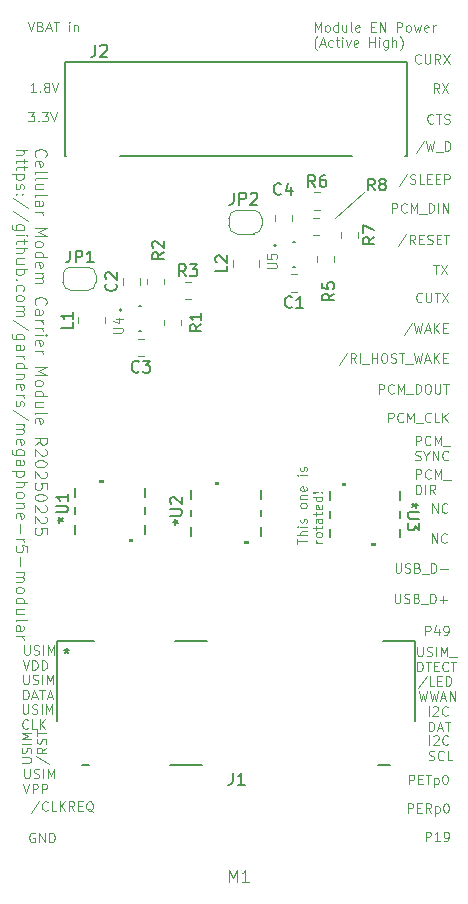
<source format=gbr>
%TF.GenerationSoftware,KiCad,Pcbnew,9.0.1+dfsg-1*%
%TF.CreationDate,2025-05-01T11:00:42+02:00*%
%TF.ProjectId,cellular-modem,63656c6c-756c-4617-922d-6d6f64656d2e,rev?*%
%TF.SameCoordinates,Original*%
%TF.FileFunction,Legend,Top*%
%TF.FilePolarity,Positive*%
%FSLAX46Y46*%
G04 Gerber Fmt 4.6, Leading zero omitted, Abs format (unit mm)*
G04 Created by KiCad (PCBNEW 9.0.1+dfsg-1) date 2025-05-01 11:00:42*
%MOMM*%
%LPD*%
G01*
G04 APERTURE LIST*
%ADD10C,0.100000*%
%ADD11C,0.150000*%
%ADD12C,0.152400*%
%ADD13C,0.000000*%
%ADD14C,0.127000*%
%ADD15C,0.200000*%
%ADD16C,0.120000*%
G04 APERTURE END LIST*
D10*
X99974400Y-50901600D02*
X97459800Y-53111400D01*
X103761265Y-101065095D02*
X103761265Y-100265095D01*
X103761265Y-100265095D02*
X104066027Y-100265095D01*
X104066027Y-100265095D02*
X104142217Y-100303190D01*
X104142217Y-100303190D02*
X104180312Y-100341285D01*
X104180312Y-100341285D02*
X104218408Y-100417476D01*
X104218408Y-100417476D02*
X104218408Y-100531761D01*
X104218408Y-100531761D02*
X104180312Y-100607952D01*
X104180312Y-100607952D02*
X104142217Y-100646047D01*
X104142217Y-100646047D02*
X104066027Y-100684142D01*
X104066027Y-100684142D02*
X103761265Y-100684142D01*
X104561265Y-100646047D02*
X104827931Y-100646047D01*
X104942217Y-101065095D02*
X104561265Y-101065095D01*
X104561265Y-101065095D02*
X104561265Y-100265095D01*
X104561265Y-100265095D02*
X104942217Y-100265095D01*
X105170789Y-100265095D02*
X105627932Y-100265095D01*
X105399360Y-101065095D02*
X105399360Y-100265095D01*
X105894599Y-100531761D02*
X105894599Y-101331761D01*
X105894599Y-100569857D02*
X105970789Y-100531761D01*
X105970789Y-100531761D02*
X106123170Y-100531761D01*
X106123170Y-100531761D02*
X106199361Y-100569857D01*
X106199361Y-100569857D02*
X106237456Y-100607952D01*
X106237456Y-100607952D02*
X106275551Y-100684142D01*
X106275551Y-100684142D02*
X106275551Y-100912714D01*
X106275551Y-100912714D02*
X106237456Y-100988904D01*
X106237456Y-100988904D02*
X106199361Y-101027000D01*
X106199361Y-101027000D02*
X106123170Y-101065095D01*
X106123170Y-101065095D02*
X105970789Y-101065095D01*
X105970789Y-101065095D02*
X105894599Y-101027000D01*
X106770790Y-100265095D02*
X106846980Y-100265095D01*
X106846980Y-100265095D02*
X106923171Y-100303190D01*
X106923171Y-100303190D02*
X106961266Y-100341285D01*
X106961266Y-100341285D02*
X106999361Y-100417476D01*
X106999361Y-100417476D02*
X107037456Y-100569857D01*
X107037456Y-100569857D02*
X107037456Y-100760333D01*
X107037456Y-100760333D02*
X106999361Y-100912714D01*
X106999361Y-100912714D02*
X106961266Y-100988904D01*
X106961266Y-100988904D02*
X106923171Y-101027000D01*
X106923171Y-101027000D02*
X106846980Y-101065095D01*
X106846980Y-101065095D02*
X106770790Y-101065095D01*
X106770790Y-101065095D02*
X106694599Y-101027000D01*
X106694599Y-101027000D02*
X106656504Y-100988904D01*
X106656504Y-100988904D02*
X106618409Y-100912714D01*
X106618409Y-100912714D02*
X106580313Y-100760333D01*
X106580313Y-100760333D02*
X106580313Y-100569857D01*
X106580313Y-100569857D02*
X106618409Y-100417476D01*
X106618409Y-100417476D02*
X106656504Y-100341285D01*
X106656504Y-100341285D02*
X106694599Y-100303190D01*
X106694599Y-100303190D02*
X106770790Y-100265095D01*
X105247093Y-91877845D02*
X104561379Y-92906416D01*
X105894712Y-92715940D02*
X105513760Y-92715940D01*
X105513760Y-92715940D02*
X105513760Y-91915940D01*
X106161379Y-92296892D02*
X106428045Y-92296892D01*
X106542331Y-92715940D02*
X106161379Y-92715940D01*
X106161379Y-92715940D02*
X106161379Y-91915940D01*
X106161379Y-91915940D02*
X106542331Y-91915940D01*
X106885189Y-92715940D02*
X106885189Y-91915940D01*
X106885189Y-91915940D02*
X107075665Y-91915940D01*
X107075665Y-91915940D02*
X107189951Y-91954035D01*
X107189951Y-91954035D02*
X107266141Y-92030225D01*
X107266141Y-92030225D02*
X107304236Y-92106416D01*
X107304236Y-92106416D02*
X107342332Y-92258797D01*
X107342332Y-92258797D02*
X107342332Y-92373083D01*
X107342332Y-92373083D02*
X107304236Y-92525464D01*
X107304236Y-92525464D02*
X107266141Y-92601654D01*
X107266141Y-92601654D02*
X107189951Y-92677845D01*
X107189951Y-92677845D02*
X107075665Y-92715940D01*
X107075665Y-92715940D02*
X106885189Y-92715940D01*
X104599474Y-93203895D02*
X104789950Y-94003895D01*
X104789950Y-94003895D02*
X104942331Y-93432466D01*
X104942331Y-93432466D02*
X105094712Y-94003895D01*
X105094712Y-94003895D02*
X105285189Y-93203895D01*
X105513760Y-93203895D02*
X105704236Y-94003895D01*
X105704236Y-94003895D02*
X105856617Y-93432466D01*
X105856617Y-93432466D02*
X106008998Y-94003895D01*
X106008998Y-94003895D02*
X106199475Y-93203895D01*
X106466141Y-93775323D02*
X106847094Y-93775323D01*
X106389951Y-94003895D02*
X106656618Y-93203895D01*
X106656618Y-93203895D02*
X106923284Y-94003895D01*
X107189951Y-94003895D02*
X107189951Y-93203895D01*
X107189951Y-93203895D02*
X107647094Y-94003895D01*
X107647094Y-94003895D02*
X107647094Y-93203895D01*
X71046065Y-94303540D02*
X71046065Y-94951159D01*
X71046065Y-94951159D02*
X71084160Y-95027349D01*
X71084160Y-95027349D02*
X71122255Y-95065445D01*
X71122255Y-95065445D02*
X71198446Y-95103540D01*
X71198446Y-95103540D02*
X71350827Y-95103540D01*
X71350827Y-95103540D02*
X71427017Y-95065445D01*
X71427017Y-95065445D02*
X71465112Y-95027349D01*
X71465112Y-95027349D02*
X71503208Y-94951159D01*
X71503208Y-94951159D02*
X71503208Y-94303540D01*
X71846064Y-95065445D02*
X71960350Y-95103540D01*
X71960350Y-95103540D02*
X72150826Y-95103540D01*
X72150826Y-95103540D02*
X72227017Y-95065445D01*
X72227017Y-95065445D02*
X72265112Y-95027349D01*
X72265112Y-95027349D02*
X72303207Y-94951159D01*
X72303207Y-94951159D02*
X72303207Y-94874968D01*
X72303207Y-94874968D02*
X72265112Y-94798778D01*
X72265112Y-94798778D02*
X72227017Y-94760683D01*
X72227017Y-94760683D02*
X72150826Y-94722587D01*
X72150826Y-94722587D02*
X71998445Y-94684492D01*
X71998445Y-94684492D02*
X71922255Y-94646397D01*
X71922255Y-94646397D02*
X71884160Y-94608302D01*
X71884160Y-94608302D02*
X71846064Y-94532111D01*
X71846064Y-94532111D02*
X71846064Y-94455921D01*
X71846064Y-94455921D02*
X71884160Y-94379730D01*
X71884160Y-94379730D02*
X71922255Y-94341635D01*
X71922255Y-94341635D02*
X71998445Y-94303540D01*
X71998445Y-94303540D02*
X72188922Y-94303540D01*
X72188922Y-94303540D02*
X72303207Y-94341635D01*
X72646065Y-95103540D02*
X72646065Y-94303540D01*
X73027017Y-95103540D02*
X73027017Y-94303540D01*
X73027017Y-94303540D02*
X73293683Y-94874968D01*
X73293683Y-94874968D02*
X73560350Y-94303540D01*
X73560350Y-94303540D02*
X73560350Y-95103540D01*
X71503208Y-96315304D02*
X71465112Y-96353400D01*
X71465112Y-96353400D02*
X71350827Y-96391495D01*
X71350827Y-96391495D02*
X71274636Y-96391495D01*
X71274636Y-96391495D02*
X71160350Y-96353400D01*
X71160350Y-96353400D02*
X71084160Y-96277209D01*
X71084160Y-96277209D02*
X71046065Y-96201019D01*
X71046065Y-96201019D02*
X71007969Y-96048638D01*
X71007969Y-96048638D02*
X71007969Y-95934352D01*
X71007969Y-95934352D02*
X71046065Y-95781971D01*
X71046065Y-95781971D02*
X71084160Y-95705780D01*
X71084160Y-95705780D02*
X71160350Y-95629590D01*
X71160350Y-95629590D02*
X71274636Y-95591495D01*
X71274636Y-95591495D02*
X71350827Y-95591495D01*
X71350827Y-95591495D02*
X71465112Y-95629590D01*
X71465112Y-95629590D02*
X71503208Y-95667685D01*
X72227017Y-96391495D02*
X71846065Y-96391495D01*
X71846065Y-96391495D02*
X71846065Y-95591495D01*
X72493684Y-96391495D02*
X72493684Y-95591495D01*
X72950827Y-96391495D02*
X72607969Y-95934352D01*
X72950827Y-95591495D02*
X72493684Y-96048638D01*
X102313465Y-52678095D02*
X102313465Y-51878095D01*
X102313465Y-51878095D02*
X102618227Y-51878095D01*
X102618227Y-51878095D02*
X102694417Y-51916190D01*
X102694417Y-51916190D02*
X102732512Y-51954285D01*
X102732512Y-51954285D02*
X102770608Y-52030476D01*
X102770608Y-52030476D02*
X102770608Y-52144761D01*
X102770608Y-52144761D02*
X102732512Y-52220952D01*
X102732512Y-52220952D02*
X102694417Y-52259047D01*
X102694417Y-52259047D02*
X102618227Y-52297142D01*
X102618227Y-52297142D02*
X102313465Y-52297142D01*
X103570608Y-52601904D02*
X103532512Y-52640000D01*
X103532512Y-52640000D02*
X103418227Y-52678095D01*
X103418227Y-52678095D02*
X103342036Y-52678095D01*
X103342036Y-52678095D02*
X103227750Y-52640000D01*
X103227750Y-52640000D02*
X103151560Y-52563809D01*
X103151560Y-52563809D02*
X103113465Y-52487619D01*
X103113465Y-52487619D02*
X103075369Y-52335238D01*
X103075369Y-52335238D02*
X103075369Y-52220952D01*
X103075369Y-52220952D02*
X103113465Y-52068571D01*
X103113465Y-52068571D02*
X103151560Y-51992380D01*
X103151560Y-51992380D02*
X103227750Y-51916190D01*
X103227750Y-51916190D02*
X103342036Y-51878095D01*
X103342036Y-51878095D02*
X103418227Y-51878095D01*
X103418227Y-51878095D02*
X103532512Y-51916190D01*
X103532512Y-51916190D02*
X103570608Y-51954285D01*
X103913465Y-52678095D02*
X103913465Y-51878095D01*
X103913465Y-51878095D02*
X104180131Y-52449523D01*
X104180131Y-52449523D02*
X104446798Y-51878095D01*
X104446798Y-51878095D02*
X104446798Y-52678095D01*
X104637275Y-52754285D02*
X105246798Y-52754285D01*
X105437275Y-52678095D02*
X105437275Y-51878095D01*
X105437275Y-51878095D02*
X105627751Y-51878095D01*
X105627751Y-51878095D02*
X105742037Y-51916190D01*
X105742037Y-51916190D02*
X105818227Y-51992380D01*
X105818227Y-51992380D02*
X105856322Y-52068571D01*
X105856322Y-52068571D02*
X105894418Y-52220952D01*
X105894418Y-52220952D02*
X105894418Y-52335238D01*
X105894418Y-52335238D02*
X105856322Y-52487619D01*
X105856322Y-52487619D02*
X105818227Y-52563809D01*
X105818227Y-52563809D02*
X105742037Y-52640000D01*
X105742037Y-52640000D02*
X105627751Y-52678095D01*
X105627751Y-52678095D02*
X105437275Y-52678095D01*
X106237275Y-52678095D02*
X106237275Y-51878095D01*
X106618227Y-52678095D02*
X106618227Y-51878095D01*
X106618227Y-51878095D02*
X107075370Y-52678095D01*
X107075370Y-52678095D02*
X107075370Y-51878095D01*
X71528674Y-44156495D02*
X72023912Y-44156495D01*
X72023912Y-44156495D02*
X71757246Y-44461257D01*
X71757246Y-44461257D02*
X71871531Y-44461257D01*
X71871531Y-44461257D02*
X71947722Y-44499352D01*
X71947722Y-44499352D02*
X71985817Y-44537447D01*
X71985817Y-44537447D02*
X72023912Y-44613638D01*
X72023912Y-44613638D02*
X72023912Y-44804114D01*
X72023912Y-44804114D02*
X71985817Y-44880304D01*
X71985817Y-44880304D02*
X71947722Y-44918400D01*
X71947722Y-44918400D02*
X71871531Y-44956495D01*
X71871531Y-44956495D02*
X71642960Y-44956495D01*
X71642960Y-44956495D02*
X71566769Y-44918400D01*
X71566769Y-44918400D02*
X71528674Y-44880304D01*
X72366770Y-44880304D02*
X72404865Y-44918400D01*
X72404865Y-44918400D02*
X72366770Y-44956495D01*
X72366770Y-44956495D02*
X72328674Y-44918400D01*
X72328674Y-44918400D02*
X72366770Y-44880304D01*
X72366770Y-44880304D02*
X72366770Y-44956495D01*
X72671531Y-44156495D02*
X73166769Y-44156495D01*
X73166769Y-44156495D02*
X72900103Y-44461257D01*
X72900103Y-44461257D02*
X73014388Y-44461257D01*
X73014388Y-44461257D02*
X73090579Y-44499352D01*
X73090579Y-44499352D02*
X73128674Y-44537447D01*
X73128674Y-44537447D02*
X73166769Y-44613638D01*
X73166769Y-44613638D02*
X73166769Y-44804114D01*
X73166769Y-44804114D02*
X73128674Y-44880304D01*
X73128674Y-44880304D02*
X73090579Y-44918400D01*
X73090579Y-44918400D02*
X73014388Y-44956495D01*
X73014388Y-44956495D02*
X72785817Y-44956495D01*
X72785817Y-44956495D02*
X72709626Y-44918400D01*
X72709626Y-44918400D02*
X72671531Y-44880304D01*
X73395341Y-44156495D02*
X73662008Y-44956495D01*
X73662008Y-44956495D02*
X73928674Y-44156495D01*
X71490579Y-36511095D02*
X71757246Y-37311095D01*
X71757246Y-37311095D02*
X72023912Y-36511095D01*
X72557245Y-36892047D02*
X72671531Y-36930142D01*
X72671531Y-36930142D02*
X72709626Y-36968238D01*
X72709626Y-36968238D02*
X72747722Y-37044428D01*
X72747722Y-37044428D02*
X72747722Y-37158714D01*
X72747722Y-37158714D02*
X72709626Y-37234904D01*
X72709626Y-37234904D02*
X72671531Y-37273000D01*
X72671531Y-37273000D02*
X72595341Y-37311095D01*
X72595341Y-37311095D02*
X72290579Y-37311095D01*
X72290579Y-37311095D02*
X72290579Y-36511095D01*
X72290579Y-36511095D02*
X72557245Y-36511095D01*
X72557245Y-36511095D02*
X72633436Y-36549190D01*
X72633436Y-36549190D02*
X72671531Y-36587285D01*
X72671531Y-36587285D02*
X72709626Y-36663476D01*
X72709626Y-36663476D02*
X72709626Y-36739666D01*
X72709626Y-36739666D02*
X72671531Y-36815857D01*
X72671531Y-36815857D02*
X72633436Y-36853952D01*
X72633436Y-36853952D02*
X72557245Y-36892047D01*
X72557245Y-36892047D02*
X72290579Y-36892047D01*
X73052483Y-37082523D02*
X73433436Y-37082523D01*
X72976293Y-37311095D02*
X73242960Y-36511095D01*
X73242960Y-36511095D02*
X73509626Y-37311095D01*
X73662007Y-36511095D02*
X74119150Y-36511095D01*
X73890578Y-37311095D02*
X73890578Y-36511095D01*
X74995341Y-37311095D02*
X74995341Y-36777761D01*
X74995341Y-36511095D02*
X74957245Y-36549190D01*
X74957245Y-36549190D02*
X74995341Y-36587285D01*
X74995341Y-36587285D02*
X75033436Y-36549190D01*
X75033436Y-36549190D02*
X74995341Y-36511095D01*
X74995341Y-36511095D02*
X74995341Y-36587285D01*
X75376293Y-36777761D02*
X75376293Y-37311095D01*
X75376293Y-36853952D02*
X75414388Y-36815857D01*
X75414388Y-36815857D02*
X75490578Y-36777761D01*
X75490578Y-36777761D02*
X75604864Y-36777761D01*
X75604864Y-36777761D02*
X75681055Y-36815857D01*
X75681055Y-36815857D02*
X75719150Y-36892047D01*
X75719150Y-36892047D02*
X75719150Y-37311095D01*
X101195865Y-67994295D02*
X101195865Y-67194295D01*
X101195865Y-67194295D02*
X101500627Y-67194295D01*
X101500627Y-67194295D02*
X101576817Y-67232390D01*
X101576817Y-67232390D02*
X101614912Y-67270485D01*
X101614912Y-67270485D02*
X101653008Y-67346676D01*
X101653008Y-67346676D02*
X101653008Y-67460961D01*
X101653008Y-67460961D02*
X101614912Y-67537152D01*
X101614912Y-67537152D02*
X101576817Y-67575247D01*
X101576817Y-67575247D02*
X101500627Y-67613342D01*
X101500627Y-67613342D02*
X101195865Y-67613342D01*
X102453008Y-67918104D02*
X102414912Y-67956200D01*
X102414912Y-67956200D02*
X102300627Y-67994295D01*
X102300627Y-67994295D02*
X102224436Y-67994295D01*
X102224436Y-67994295D02*
X102110150Y-67956200D01*
X102110150Y-67956200D02*
X102033960Y-67880009D01*
X102033960Y-67880009D02*
X101995865Y-67803819D01*
X101995865Y-67803819D02*
X101957769Y-67651438D01*
X101957769Y-67651438D02*
X101957769Y-67537152D01*
X101957769Y-67537152D02*
X101995865Y-67384771D01*
X101995865Y-67384771D02*
X102033960Y-67308580D01*
X102033960Y-67308580D02*
X102110150Y-67232390D01*
X102110150Y-67232390D02*
X102224436Y-67194295D01*
X102224436Y-67194295D02*
X102300627Y-67194295D01*
X102300627Y-67194295D02*
X102414912Y-67232390D01*
X102414912Y-67232390D02*
X102453008Y-67270485D01*
X102795865Y-67994295D02*
X102795865Y-67194295D01*
X102795865Y-67194295D02*
X103062531Y-67765723D01*
X103062531Y-67765723D02*
X103329198Y-67194295D01*
X103329198Y-67194295D02*
X103329198Y-67994295D01*
X103519675Y-68070485D02*
X104129198Y-68070485D01*
X104319675Y-67994295D02*
X104319675Y-67194295D01*
X104319675Y-67194295D02*
X104510151Y-67194295D01*
X104510151Y-67194295D02*
X104624437Y-67232390D01*
X104624437Y-67232390D02*
X104700627Y-67308580D01*
X104700627Y-67308580D02*
X104738722Y-67384771D01*
X104738722Y-67384771D02*
X104776818Y-67537152D01*
X104776818Y-67537152D02*
X104776818Y-67651438D01*
X104776818Y-67651438D02*
X104738722Y-67803819D01*
X104738722Y-67803819D02*
X104700627Y-67880009D01*
X104700627Y-67880009D02*
X104624437Y-67956200D01*
X104624437Y-67956200D02*
X104510151Y-67994295D01*
X104510151Y-67994295D02*
X104319675Y-67994295D01*
X105272056Y-67194295D02*
X105424437Y-67194295D01*
X105424437Y-67194295D02*
X105500627Y-67232390D01*
X105500627Y-67232390D02*
X105576818Y-67308580D01*
X105576818Y-67308580D02*
X105614913Y-67460961D01*
X105614913Y-67460961D02*
X105614913Y-67727628D01*
X105614913Y-67727628D02*
X105576818Y-67880009D01*
X105576818Y-67880009D02*
X105500627Y-67956200D01*
X105500627Y-67956200D02*
X105424437Y-67994295D01*
X105424437Y-67994295D02*
X105272056Y-67994295D01*
X105272056Y-67994295D02*
X105195865Y-67956200D01*
X105195865Y-67956200D02*
X105119675Y-67880009D01*
X105119675Y-67880009D02*
X105081579Y-67727628D01*
X105081579Y-67727628D02*
X105081579Y-67460961D01*
X105081579Y-67460961D02*
X105119675Y-67308580D01*
X105119675Y-67308580D02*
X105195865Y-67232390D01*
X105195865Y-67232390D02*
X105272056Y-67194295D01*
X105957770Y-67194295D02*
X105957770Y-67841914D01*
X105957770Y-67841914D02*
X105995865Y-67918104D01*
X105995865Y-67918104D02*
X106033960Y-67956200D01*
X106033960Y-67956200D02*
X106110151Y-67994295D01*
X106110151Y-67994295D02*
X106262532Y-67994295D01*
X106262532Y-67994295D02*
X106338722Y-67956200D01*
X106338722Y-67956200D02*
X106376817Y-67918104D01*
X106376817Y-67918104D02*
X106414913Y-67841914D01*
X106414913Y-67841914D02*
X106414913Y-67194295D01*
X106681579Y-67194295D02*
X107138722Y-67194295D01*
X106910150Y-67994295D02*
X106910150Y-67194295D01*
X106301208Y-42543495D02*
X106034541Y-42162542D01*
X105844065Y-42543495D02*
X105844065Y-41743495D01*
X105844065Y-41743495D02*
X106148827Y-41743495D01*
X106148827Y-41743495D02*
X106225017Y-41781590D01*
X106225017Y-41781590D02*
X106263112Y-41819685D01*
X106263112Y-41819685D02*
X106301208Y-41895876D01*
X106301208Y-41895876D02*
X106301208Y-42010161D01*
X106301208Y-42010161D02*
X106263112Y-42086352D01*
X106263112Y-42086352D02*
X106225017Y-42124447D01*
X106225017Y-42124447D02*
X106148827Y-42162542D01*
X106148827Y-42162542D02*
X105844065Y-42162542D01*
X106567874Y-41743495D02*
X107101208Y-42543495D01*
X107101208Y-41743495D02*
X106567874Y-42543495D01*
X104472465Y-89426740D02*
X104472465Y-90074359D01*
X104472465Y-90074359D02*
X104510560Y-90150549D01*
X104510560Y-90150549D02*
X104548655Y-90188645D01*
X104548655Y-90188645D02*
X104624846Y-90226740D01*
X104624846Y-90226740D02*
X104777227Y-90226740D01*
X104777227Y-90226740D02*
X104853417Y-90188645D01*
X104853417Y-90188645D02*
X104891512Y-90150549D01*
X104891512Y-90150549D02*
X104929608Y-90074359D01*
X104929608Y-90074359D02*
X104929608Y-89426740D01*
X105272464Y-90188645D02*
X105386750Y-90226740D01*
X105386750Y-90226740D02*
X105577226Y-90226740D01*
X105577226Y-90226740D02*
X105653417Y-90188645D01*
X105653417Y-90188645D02*
X105691512Y-90150549D01*
X105691512Y-90150549D02*
X105729607Y-90074359D01*
X105729607Y-90074359D02*
X105729607Y-89998168D01*
X105729607Y-89998168D02*
X105691512Y-89921978D01*
X105691512Y-89921978D02*
X105653417Y-89883883D01*
X105653417Y-89883883D02*
X105577226Y-89845787D01*
X105577226Y-89845787D02*
X105424845Y-89807692D01*
X105424845Y-89807692D02*
X105348655Y-89769597D01*
X105348655Y-89769597D02*
X105310560Y-89731502D01*
X105310560Y-89731502D02*
X105272464Y-89655311D01*
X105272464Y-89655311D02*
X105272464Y-89579121D01*
X105272464Y-89579121D02*
X105310560Y-89502930D01*
X105310560Y-89502930D02*
X105348655Y-89464835D01*
X105348655Y-89464835D02*
X105424845Y-89426740D01*
X105424845Y-89426740D02*
X105615322Y-89426740D01*
X105615322Y-89426740D02*
X105729607Y-89464835D01*
X106072465Y-90226740D02*
X106072465Y-89426740D01*
X106453417Y-90226740D02*
X106453417Y-89426740D01*
X106453417Y-89426740D02*
X106720083Y-89998168D01*
X106720083Y-89998168D02*
X106986750Y-89426740D01*
X106986750Y-89426740D02*
X106986750Y-90226740D01*
X107177227Y-90302930D02*
X107786750Y-90302930D01*
X104472465Y-91514695D02*
X104472465Y-90714695D01*
X104472465Y-90714695D02*
X104662941Y-90714695D01*
X104662941Y-90714695D02*
X104777227Y-90752790D01*
X104777227Y-90752790D02*
X104853417Y-90828980D01*
X104853417Y-90828980D02*
X104891512Y-90905171D01*
X104891512Y-90905171D02*
X104929608Y-91057552D01*
X104929608Y-91057552D02*
X104929608Y-91171838D01*
X104929608Y-91171838D02*
X104891512Y-91324219D01*
X104891512Y-91324219D02*
X104853417Y-91400409D01*
X104853417Y-91400409D02*
X104777227Y-91476600D01*
X104777227Y-91476600D02*
X104662941Y-91514695D01*
X104662941Y-91514695D02*
X104472465Y-91514695D01*
X105158179Y-90714695D02*
X105615322Y-90714695D01*
X105386750Y-91514695D02*
X105386750Y-90714695D01*
X105881989Y-91095647D02*
X106148655Y-91095647D01*
X106262941Y-91514695D02*
X105881989Y-91514695D01*
X105881989Y-91514695D02*
X105881989Y-90714695D01*
X105881989Y-90714695D02*
X106262941Y-90714695D01*
X107062942Y-91438504D02*
X107024846Y-91476600D01*
X107024846Y-91476600D02*
X106910561Y-91514695D01*
X106910561Y-91514695D02*
X106834370Y-91514695D01*
X106834370Y-91514695D02*
X106720084Y-91476600D01*
X106720084Y-91476600D02*
X106643894Y-91400409D01*
X106643894Y-91400409D02*
X106605799Y-91324219D01*
X106605799Y-91324219D02*
X106567703Y-91171838D01*
X106567703Y-91171838D02*
X106567703Y-91057552D01*
X106567703Y-91057552D02*
X106605799Y-90905171D01*
X106605799Y-90905171D02*
X106643894Y-90828980D01*
X106643894Y-90828980D02*
X106720084Y-90752790D01*
X106720084Y-90752790D02*
X106834370Y-90714695D01*
X106834370Y-90714695D02*
X106910561Y-90714695D01*
X106910561Y-90714695D02*
X107024846Y-90752790D01*
X107024846Y-90752790D02*
X107062942Y-90790885D01*
X107291513Y-90714695D02*
X107748656Y-90714695D01*
X107520084Y-91514695D02*
X107520084Y-90714695D01*
X72074712Y-105230790D02*
X71998522Y-105192695D01*
X71998522Y-105192695D02*
X71884236Y-105192695D01*
X71884236Y-105192695D02*
X71769950Y-105230790D01*
X71769950Y-105230790D02*
X71693760Y-105306980D01*
X71693760Y-105306980D02*
X71655665Y-105383171D01*
X71655665Y-105383171D02*
X71617569Y-105535552D01*
X71617569Y-105535552D02*
X71617569Y-105649838D01*
X71617569Y-105649838D02*
X71655665Y-105802219D01*
X71655665Y-105802219D02*
X71693760Y-105878409D01*
X71693760Y-105878409D02*
X71769950Y-105954600D01*
X71769950Y-105954600D02*
X71884236Y-105992695D01*
X71884236Y-105992695D02*
X71960427Y-105992695D01*
X71960427Y-105992695D02*
X72074712Y-105954600D01*
X72074712Y-105954600D02*
X72112808Y-105916504D01*
X72112808Y-105916504D02*
X72112808Y-105649838D01*
X72112808Y-105649838D02*
X71960427Y-105649838D01*
X72455665Y-105992695D02*
X72455665Y-105192695D01*
X72455665Y-105192695D02*
X72912808Y-105992695D01*
X72912808Y-105992695D02*
X72912808Y-105192695D01*
X73293760Y-105992695D02*
X73293760Y-105192695D01*
X73293760Y-105192695D02*
X73484236Y-105192695D01*
X73484236Y-105192695D02*
X73598522Y-105230790D01*
X73598522Y-105230790D02*
X73674712Y-105306980D01*
X73674712Y-105306980D02*
X73712807Y-105383171D01*
X73712807Y-105383171D02*
X73750903Y-105535552D01*
X73750903Y-105535552D02*
X73750903Y-105649838D01*
X73750903Y-105649838D02*
X73712807Y-105802219D01*
X73712807Y-105802219D02*
X73674712Y-105878409D01*
X73674712Y-105878409D02*
X73598522Y-105954600D01*
X73598522Y-105954600D02*
X73484236Y-105992695D01*
X73484236Y-105992695D02*
X73293760Y-105992695D01*
X71173065Y-89299740D02*
X71173065Y-89947359D01*
X71173065Y-89947359D02*
X71211160Y-90023549D01*
X71211160Y-90023549D02*
X71249255Y-90061645D01*
X71249255Y-90061645D02*
X71325446Y-90099740D01*
X71325446Y-90099740D02*
X71477827Y-90099740D01*
X71477827Y-90099740D02*
X71554017Y-90061645D01*
X71554017Y-90061645D02*
X71592112Y-90023549D01*
X71592112Y-90023549D02*
X71630208Y-89947359D01*
X71630208Y-89947359D02*
X71630208Y-89299740D01*
X71973064Y-90061645D02*
X72087350Y-90099740D01*
X72087350Y-90099740D02*
X72277826Y-90099740D01*
X72277826Y-90099740D02*
X72354017Y-90061645D01*
X72354017Y-90061645D02*
X72392112Y-90023549D01*
X72392112Y-90023549D02*
X72430207Y-89947359D01*
X72430207Y-89947359D02*
X72430207Y-89871168D01*
X72430207Y-89871168D02*
X72392112Y-89794978D01*
X72392112Y-89794978D02*
X72354017Y-89756883D01*
X72354017Y-89756883D02*
X72277826Y-89718787D01*
X72277826Y-89718787D02*
X72125445Y-89680692D01*
X72125445Y-89680692D02*
X72049255Y-89642597D01*
X72049255Y-89642597D02*
X72011160Y-89604502D01*
X72011160Y-89604502D02*
X71973064Y-89528311D01*
X71973064Y-89528311D02*
X71973064Y-89452121D01*
X71973064Y-89452121D02*
X72011160Y-89375930D01*
X72011160Y-89375930D02*
X72049255Y-89337835D01*
X72049255Y-89337835D02*
X72125445Y-89299740D01*
X72125445Y-89299740D02*
X72315922Y-89299740D01*
X72315922Y-89299740D02*
X72430207Y-89337835D01*
X72773065Y-90099740D02*
X72773065Y-89299740D01*
X73154017Y-90099740D02*
X73154017Y-89299740D01*
X73154017Y-89299740D02*
X73420683Y-89871168D01*
X73420683Y-89871168D02*
X73687350Y-89299740D01*
X73687350Y-89299740D02*
X73687350Y-90099740D01*
X71058779Y-90587695D02*
X71325446Y-91387695D01*
X71325446Y-91387695D02*
X71592112Y-90587695D01*
X71858779Y-91387695D02*
X71858779Y-90587695D01*
X71858779Y-90587695D02*
X72049255Y-90587695D01*
X72049255Y-90587695D02*
X72163541Y-90625790D01*
X72163541Y-90625790D02*
X72239731Y-90701980D01*
X72239731Y-90701980D02*
X72277826Y-90778171D01*
X72277826Y-90778171D02*
X72315922Y-90930552D01*
X72315922Y-90930552D02*
X72315922Y-91044838D01*
X72315922Y-91044838D02*
X72277826Y-91197219D01*
X72277826Y-91197219D02*
X72239731Y-91273409D01*
X72239731Y-91273409D02*
X72163541Y-91349600D01*
X72163541Y-91349600D02*
X72049255Y-91387695D01*
X72049255Y-91387695D02*
X71858779Y-91387695D01*
X72658779Y-91387695D02*
X72658779Y-90587695D01*
X72658779Y-90587695D02*
X72849255Y-90587695D01*
X72849255Y-90587695D02*
X72963541Y-90625790D01*
X72963541Y-90625790D02*
X73039731Y-90701980D01*
X73039731Y-90701980D02*
X73077826Y-90778171D01*
X73077826Y-90778171D02*
X73115922Y-90930552D01*
X73115922Y-90930552D02*
X73115922Y-91044838D01*
X73115922Y-91044838D02*
X73077826Y-91197219D01*
X73077826Y-91197219D02*
X73039731Y-91273409D01*
X73039731Y-91273409D02*
X72963541Y-91349600D01*
X72963541Y-91349600D02*
X72849255Y-91387695D01*
X72849255Y-91387695D02*
X72658779Y-91387695D01*
X105132865Y-88466695D02*
X105132865Y-87666695D01*
X105132865Y-87666695D02*
X105437627Y-87666695D01*
X105437627Y-87666695D02*
X105513817Y-87704790D01*
X105513817Y-87704790D02*
X105551912Y-87742885D01*
X105551912Y-87742885D02*
X105590008Y-87819076D01*
X105590008Y-87819076D02*
X105590008Y-87933361D01*
X105590008Y-87933361D02*
X105551912Y-88009552D01*
X105551912Y-88009552D02*
X105513817Y-88047647D01*
X105513817Y-88047647D02*
X105437627Y-88085742D01*
X105437627Y-88085742D02*
X105132865Y-88085742D01*
X106275722Y-87933361D02*
X106275722Y-88466695D01*
X106085246Y-87628600D02*
X105894769Y-88200028D01*
X105894769Y-88200028D02*
X106390008Y-88200028D01*
X106732865Y-88466695D02*
X106885246Y-88466695D01*
X106885246Y-88466695D02*
X106961436Y-88428600D01*
X106961436Y-88428600D02*
X106999532Y-88390504D01*
X106999532Y-88390504D02*
X107075722Y-88276219D01*
X107075722Y-88276219D02*
X107113817Y-88123838D01*
X107113817Y-88123838D02*
X107113817Y-87819076D01*
X107113817Y-87819076D02*
X107075722Y-87742885D01*
X107075722Y-87742885D02*
X107037627Y-87704790D01*
X107037627Y-87704790D02*
X106961436Y-87666695D01*
X106961436Y-87666695D02*
X106809055Y-87666695D01*
X106809055Y-87666695D02*
X106732865Y-87704790D01*
X106732865Y-87704790D02*
X106694770Y-87742885D01*
X106694770Y-87742885D02*
X106656674Y-87819076D01*
X106656674Y-87819076D02*
X106656674Y-88009552D01*
X106656674Y-88009552D02*
X106694770Y-88085742D01*
X106694770Y-88085742D02*
X106732865Y-88123838D01*
X106732865Y-88123838D02*
X106809055Y-88161933D01*
X106809055Y-88161933D02*
X106961436Y-88161933D01*
X106961436Y-88161933D02*
X107037627Y-88123838D01*
X107037627Y-88123838D02*
X107075722Y-88085742D01*
X107075722Y-88085742D02*
X107113817Y-88009552D01*
X72165363Y-47941512D02*
X72117744Y-47893893D01*
X72117744Y-47893893D02*
X72070124Y-47751036D01*
X72070124Y-47751036D02*
X72070124Y-47655798D01*
X72070124Y-47655798D02*
X72117744Y-47512941D01*
X72117744Y-47512941D02*
X72212982Y-47417703D01*
X72212982Y-47417703D02*
X72308220Y-47370084D01*
X72308220Y-47370084D02*
X72498696Y-47322465D01*
X72498696Y-47322465D02*
X72641553Y-47322465D01*
X72641553Y-47322465D02*
X72832029Y-47370084D01*
X72832029Y-47370084D02*
X72927267Y-47417703D01*
X72927267Y-47417703D02*
X73022505Y-47512941D01*
X73022505Y-47512941D02*
X73070124Y-47655798D01*
X73070124Y-47655798D02*
X73070124Y-47751036D01*
X73070124Y-47751036D02*
X73022505Y-47893893D01*
X73022505Y-47893893D02*
X72974886Y-47941512D01*
X72117744Y-48751036D02*
X72070124Y-48655798D01*
X72070124Y-48655798D02*
X72070124Y-48465322D01*
X72070124Y-48465322D02*
X72117744Y-48370084D01*
X72117744Y-48370084D02*
X72212982Y-48322465D01*
X72212982Y-48322465D02*
X72593934Y-48322465D01*
X72593934Y-48322465D02*
X72689172Y-48370084D01*
X72689172Y-48370084D02*
X72736791Y-48465322D01*
X72736791Y-48465322D02*
X72736791Y-48655798D01*
X72736791Y-48655798D02*
X72689172Y-48751036D01*
X72689172Y-48751036D02*
X72593934Y-48798655D01*
X72593934Y-48798655D02*
X72498696Y-48798655D01*
X72498696Y-48798655D02*
X72403458Y-48322465D01*
X72070124Y-49370084D02*
X72117744Y-49274846D01*
X72117744Y-49274846D02*
X72212982Y-49227227D01*
X72212982Y-49227227D02*
X73070124Y-49227227D01*
X72070124Y-49893894D02*
X72117744Y-49798656D01*
X72117744Y-49798656D02*
X72212982Y-49751037D01*
X72212982Y-49751037D02*
X73070124Y-49751037D01*
X72736791Y-50703418D02*
X72070124Y-50703418D01*
X72736791Y-50274847D02*
X72212982Y-50274847D01*
X72212982Y-50274847D02*
X72117744Y-50322466D01*
X72117744Y-50322466D02*
X72070124Y-50417704D01*
X72070124Y-50417704D02*
X72070124Y-50560561D01*
X72070124Y-50560561D02*
X72117744Y-50655799D01*
X72117744Y-50655799D02*
X72165363Y-50703418D01*
X72070124Y-51322466D02*
X72117744Y-51227228D01*
X72117744Y-51227228D02*
X72212982Y-51179609D01*
X72212982Y-51179609D02*
X73070124Y-51179609D01*
X72070124Y-52131990D02*
X72593934Y-52131990D01*
X72593934Y-52131990D02*
X72689172Y-52084371D01*
X72689172Y-52084371D02*
X72736791Y-51989133D01*
X72736791Y-51989133D02*
X72736791Y-51798657D01*
X72736791Y-51798657D02*
X72689172Y-51703419D01*
X72117744Y-52131990D02*
X72070124Y-52036752D01*
X72070124Y-52036752D02*
X72070124Y-51798657D01*
X72070124Y-51798657D02*
X72117744Y-51703419D01*
X72117744Y-51703419D02*
X72212982Y-51655800D01*
X72212982Y-51655800D02*
X72308220Y-51655800D01*
X72308220Y-51655800D02*
X72403458Y-51703419D01*
X72403458Y-51703419D02*
X72451077Y-51798657D01*
X72451077Y-51798657D02*
X72451077Y-52036752D01*
X72451077Y-52036752D02*
X72498696Y-52131990D01*
X72070124Y-52608181D02*
X72736791Y-52608181D01*
X72546315Y-52608181D02*
X72641553Y-52655800D01*
X72641553Y-52655800D02*
X72689172Y-52703419D01*
X72689172Y-52703419D02*
X72736791Y-52798657D01*
X72736791Y-52798657D02*
X72736791Y-52893895D01*
X72070124Y-53989134D02*
X73070124Y-53989134D01*
X73070124Y-53989134D02*
X72355839Y-54322467D01*
X72355839Y-54322467D02*
X73070124Y-54655800D01*
X73070124Y-54655800D02*
X72070124Y-54655800D01*
X72070124Y-55274848D02*
X72117744Y-55179610D01*
X72117744Y-55179610D02*
X72165363Y-55131991D01*
X72165363Y-55131991D02*
X72260601Y-55084372D01*
X72260601Y-55084372D02*
X72546315Y-55084372D01*
X72546315Y-55084372D02*
X72641553Y-55131991D01*
X72641553Y-55131991D02*
X72689172Y-55179610D01*
X72689172Y-55179610D02*
X72736791Y-55274848D01*
X72736791Y-55274848D02*
X72736791Y-55417705D01*
X72736791Y-55417705D02*
X72689172Y-55512943D01*
X72689172Y-55512943D02*
X72641553Y-55560562D01*
X72641553Y-55560562D02*
X72546315Y-55608181D01*
X72546315Y-55608181D02*
X72260601Y-55608181D01*
X72260601Y-55608181D02*
X72165363Y-55560562D01*
X72165363Y-55560562D02*
X72117744Y-55512943D01*
X72117744Y-55512943D02*
X72070124Y-55417705D01*
X72070124Y-55417705D02*
X72070124Y-55274848D01*
X72070124Y-56465324D02*
X73070124Y-56465324D01*
X72117744Y-56465324D02*
X72070124Y-56370086D01*
X72070124Y-56370086D02*
X72070124Y-56179610D01*
X72070124Y-56179610D02*
X72117744Y-56084372D01*
X72117744Y-56084372D02*
X72165363Y-56036753D01*
X72165363Y-56036753D02*
X72260601Y-55989134D01*
X72260601Y-55989134D02*
X72546315Y-55989134D01*
X72546315Y-55989134D02*
X72641553Y-56036753D01*
X72641553Y-56036753D02*
X72689172Y-56084372D01*
X72689172Y-56084372D02*
X72736791Y-56179610D01*
X72736791Y-56179610D02*
X72736791Y-56370086D01*
X72736791Y-56370086D02*
X72689172Y-56465324D01*
X72117744Y-57322467D02*
X72070124Y-57227229D01*
X72070124Y-57227229D02*
X72070124Y-57036753D01*
X72070124Y-57036753D02*
X72117744Y-56941515D01*
X72117744Y-56941515D02*
X72212982Y-56893896D01*
X72212982Y-56893896D02*
X72593934Y-56893896D01*
X72593934Y-56893896D02*
X72689172Y-56941515D01*
X72689172Y-56941515D02*
X72736791Y-57036753D01*
X72736791Y-57036753D02*
X72736791Y-57227229D01*
X72736791Y-57227229D02*
X72689172Y-57322467D01*
X72689172Y-57322467D02*
X72593934Y-57370086D01*
X72593934Y-57370086D02*
X72498696Y-57370086D01*
X72498696Y-57370086D02*
X72403458Y-56893896D01*
X72070124Y-57798658D02*
X72736791Y-57798658D01*
X72641553Y-57798658D02*
X72689172Y-57846277D01*
X72689172Y-57846277D02*
X72736791Y-57941515D01*
X72736791Y-57941515D02*
X72736791Y-58084372D01*
X72736791Y-58084372D02*
X72689172Y-58179610D01*
X72689172Y-58179610D02*
X72593934Y-58227229D01*
X72593934Y-58227229D02*
X72070124Y-58227229D01*
X72593934Y-58227229D02*
X72689172Y-58274848D01*
X72689172Y-58274848D02*
X72736791Y-58370086D01*
X72736791Y-58370086D02*
X72736791Y-58512943D01*
X72736791Y-58512943D02*
X72689172Y-58608182D01*
X72689172Y-58608182D02*
X72593934Y-58655801D01*
X72593934Y-58655801D02*
X72070124Y-58655801D01*
X72165363Y-60465324D02*
X72117744Y-60417705D01*
X72117744Y-60417705D02*
X72070124Y-60274848D01*
X72070124Y-60274848D02*
X72070124Y-60179610D01*
X72070124Y-60179610D02*
X72117744Y-60036753D01*
X72117744Y-60036753D02*
X72212982Y-59941515D01*
X72212982Y-59941515D02*
X72308220Y-59893896D01*
X72308220Y-59893896D02*
X72498696Y-59846277D01*
X72498696Y-59846277D02*
X72641553Y-59846277D01*
X72641553Y-59846277D02*
X72832029Y-59893896D01*
X72832029Y-59893896D02*
X72927267Y-59941515D01*
X72927267Y-59941515D02*
X73022505Y-60036753D01*
X73022505Y-60036753D02*
X73070124Y-60179610D01*
X73070124Y-60179610D02*
X73070124Y-60274848D01*
X73070124Y-60274848D02*
X73022505Y-60417705D01*
X73022505Y-60417705D02*
X72974886Y-60465324D01*
X72070124Y-61322467D02*
X72593934Y-61322467D01*
X72593934Y-61322467D02*
X72689172Y-61274848D01*
X72689172Y-61274848D02*
X72736791Y-61179610D01*
X72736791Y-61179610D02*
X72736791Y-60989134D01*
X72736791Y-60989134D02*
X72689172Y-60893896D01*
X72117744Y-61322467D02*
X72070124Y-61227229D01*
X72070124Y-61227229D02*
X72070124Y-60989134D01*
X72070124Y-60989134D02*
X72117744Y-60893896D01*
X72117744Y-60893896D02*
X72212982Y-60846277D01*
X72212982Y-60846277D02*
X72308220Y-60846277D01*
X72308220Y-60846277D02*
X72403458Y-60893896D01*
X72403458Y-60893896D02*
X72451077Y-60989134D01*
X72451077Y-60989134D02*
X72451077Y-61227229D01*
X72451077Y-61227229D02*
X72498696Y-61322467D01*
X72070124Y-61798658D02*
X72736791Y-61798658D01*
X72546315Y-61798658D02*
X72641553Y-61846277D01*
X72641553Y-61846277D02*
X72689172Y-61893896D01*
X72689172Y-61893896D02*
X72736791Y-61989134D01*
X72736791Y-61989134D02*
X72736791Y-62084372D01*
X72070124Y-62417706D02*
X72736791Y-62417706D01*
X72546315Y-62417706D02*
X72641553Y-62465325D01*
X72641553Y-62465325D02*
X72689172Y-62512944D01*
X72689172Y-62512944D02*
X72736791Y-62608182D01*
X72736791Y-62608182D02*
X72736791Y-62703420D01*
X72070124Y-63036754D02*
X72736791Y-63036754D01*
X73070124Y-63036754D02*
X73022505Y-62989135D01*
X73022505Y-62989135D02*
X72974886Y-63036754D01*
X72974886Y-63036754D02*
X73022505Y-63084373D01*
X73022505Y-63084373D02*
X73070124Y-63036754D01*
X73070124Y-63036754D02*
X72974886Y-63036754D01*
X72117744Y-63893896D02*
X72070124Y-63798658D01*
X72070124Y-63798658D02*
X72070124Y-63608182D01*
X72070124Y-63608182D02*
X72117744Y-63512944D01*
X72117744Y-63512944D02*
X72212982Y-63465325D01*
X72212982Y-63465325D02*
X72593934Y-63465325D01*
X72593934Y-63465325D02*
X72689172Y-63512944D01*
X72689172Y-63512944D02*
X72736791Y-63608182D01*
X72736791Y-63608182D02*
X72736791Y-63798658D01*
X72736791Y-63798658D02*
X72689172Y-63893896D01*
X72689172Y-63893896D02*
X72593934Y-63941515D01*
X72593934Y-63941515D02*
X72498696Y-63941515D01*
X72498696Y-63941515D02*
X72403458Y-63465325D01*
X72070124Y-64370087D02*
X72736791Y-64370087D01*
X72546315Y-64370087D02*
X72641553Y-64417706D01*
X72641553Y-64417706D02*
X72689172Y-64465325D01*
X72689172Y-64465325D02*
X72736791Y-64560563D01*
X72736791Y-64560563D02*
X72736791Y-64655801D01*
X72070124Y-65751040D02*
X73070124Y-65751040D01*
X73070124Y-65751040D02*
X72355839Y-66084373D01*
X72355839Y-66084373D02*
X73070124Y-66417706D01*
X73070124Y-66417706D02*
X72070124Y-66417706D01*
X72070124Y-67036754D02*
X72117744Y-66941516D01*
X72117744Y-66941516D02*
X72165363Y-66893897D01*
X72165363Y-66893897D02*
X72260601Y-66846278D01*
X72260601Y-66846278D02*
X72546315Y-66846278D01*
X72546315Y-66846278D02*
X72641553Y-66893897D01*
X72641553Y-66893897D02*
X72689172Y-66941516D01*
X72689172Y-66941516D02*
X72736791Y-67036754D01*
X72736791Y-67036754D02*
X72736791Y-67179611D01*
X72736791Y-67179611D02*
X72689172Y-67274849D01*
X72689172Y-67274849D02*
X72641553Y-67322468D01*
X72641553Y-67322468D02*
X72546315Y-67370087D01*
X72546315Y-67370087D02*
X72260601Y-67370087D01*
X72260601Y-67370087D02*
X72165363Y-67322468D01*
X72165363Y-67322468D02*
X72117744Y-67274849D01*
X72117744Y-67274849D02*
X72070124Y-67179611D01*
X72070124Y-67179611D02*
X72070124Y-67036754D01*
X72070124Y-68227230D02*
X73070124Y-68227230D01*
X72117744Y-68227230D02*
X72070124Y-68131992D01*
X72070124Y-68131992D02*
X72070124Y-67941516D01*
X72070124Y-67941516D02*
X72117744Y-67846278D01*
X72117744Y-67846278D02*
X72165363Y-67798659D01*
X72165363Y-67798659D02*
X72260601Y-67751040D01*
X72260601Y-67751040D02*
X72546315Y-67751040D01*
X72546315Y-67751040D02*
X72641553Y-67798659D01*
X72641553Y-67798659D02*
X72689172Y-67846278D01*
X72689172Y-67846278D02*
X72736791Y-67941516D01*
X72736791Y-67941516D02*
X72736791Y-68131992D01*
X72736791Y-68131992D02*
X72689172Y-68227230D01*
X72736791Y-69131992D02*
X72070124Y-69131992D01*
X72736791Y-68703421D02*
X72212982Y-68703421D01*
X72212982Y-68703421D02*
X72117744Y-68751040D01*
X72117744Y-68751040D02*
X72070124Y-68846278D01*
X72070124Y-68846278D02*
X72070124Y-68989135D01*
X72070124Y-68989135D02*
X72117744Y-69084373D01*
X72117744Y-69084373D02*
X72165363Y-69131992D01*
X72070124Y-69751040D02*
X72117744Y-69655802D01*
X72117744Y-69655802D02*
X72212982Y-69608183D01*
X72212982Y-69608183D02*
X73070124Y-69608183D01*
X72117744Y-70512945D02*
X72070124Y-70417707D01*
X72070124Y-70417707D02*
X72070124Y-70227231D01*
X72070124Y-70227231D02*
X72117744Y-70131993D01*
X72117744Y-70131993D02*
X72212982Y-70084374D01*
X72212982Y-70084374D02*
X72593934Y-70084374D01*
X72593934Y-70084374D02*
X72689172Y-70131993D01*
X72689172Y-70131993D02*
X72736791Y-70227231D01*
X72736791Y-70227231D02*
X72736791Y-70417707D01*
X72736791Y-70417707D02*
X72689172Y-70512945D01*
X72689172Y-70512945D02*
X72593934Y-70560564D01*
X72593934Y-70560564D02*
X72498696Y-70560564D01*
X72498696Y-70560564D02*
X72403458Y-70084374D01*
X72070124Y-72322469D02*
X72546315Y-71989136D01*
X72070124Y-71751041D02*
X73070124Y-71751041D01*
X73070124Y-71751041D02*
X73070124Y-72131993D01*
X73070124Y-72131993D02*
X73022505Y-72227231D01*
X73022505Y-72227231D02*
X72974886Y-72274850D01*
X72974886Y-72274850D02*
X72879648Y-72322469D01*
X72879648Y-72322469D02*
X72736791Y-72322469D01*
X72736791Y-72322469D02*
X72641553Y-72274850D01*
X72641553Y-72274850D02*
X72593934Y-72227231D01*
X72593934Y-72227231D02*
X72546315Y-72131993D01*
X72546315Y-72131993D02*
X72546315Y-71751041D01*
X72974886Y-72703422D02*
X73022505Y-72751041D01*
X73022505Y-72751041D02*
X73070124Y-72846279D01*
X73070124Y-72846279D02*
X73070124Y-73084374D01*
X73070124Y-73084374D02*
X73022505Y-73179612D01*
X73022505Y-73179612D02*
X72974886Y-73227231D01*
X72974886Y-73227231D02*
X72879648Y-73274850D01*
X72879648Y-73274850D02*
X72784410Y-73274850D01*
X72784410Y-73274850D02*
X72641553Y-73227231D01*
X72641553Y-73227231D02*
X72070124Y-72655803D01*
X72070124Y-72655803D02*
X72070124Y-73274850D01*
X73070124Y-73893898D02*
X73070124Y-73989136D01*
X73070124Y-73989136D02*
X73022505Y-74084374D01*
X73022505Y-74084374D02*
X72974886Y-74131993D01*
X72974886Y-74131993D02*
X72879648Y-74179612D01*
X72879648Y-74179612D02*
X72689172Y-74227231D01*
X72689172Y-74227231D02*
X72451077Y-74227231D01*
X72451077Y-74227231D02*
X72260601Y-74179612D01*
X72260601Y-74179612D02*
X72165363Y-74131993D01*
X72165363Y-74131993D02*
X72117744Y-74084374D01*
X72117744Y-74084374D02*
X72070124Y-73989136D01*
X72070124Y-73989136D02*
X72070124Y-73893898D01*
X72070124Y-73893898D02*
X72117744Y-73798660D01*
X72117744Y-73798660D02*
X72165363Y-73751041D01*
X72165363Y-73751041D02*
X72260601Y-73703422D01*
X72260601Y-73703422D02*
X72451077Y-73655803D01*
X72451077Y-73655803D02*
X72689172Y-73655803D01*
X72689172Y-73655803D02*
X72879648Y-73703422D01*
X72879648Y-73703422D02*
X72974886Y-73751041D01*
X72974886Y-73751041D02*
X73022505Y-73798660D01*
X73022505Y-73798660D02*
X73070124Y-73893898D01*
X72974886Y-74608184D02*
X73022505Y-74655803D01*
X73022505Y-74655803D02*
X73070124Y-74751041D01*
X73070124Y-74751041D02*
X73070124Y-74989136D01*
X73070124Y-74989136D02*
X73022505Y-75084374D01*
X73022505Y-75084374D02*
X72974886Y-75131993D01*
X72974886Y-75131993D02*
X72879648Y-75179612D01*
X72879648Y-75179612D02*
X72784410Y-75179612D01*
X72784410Y-75179612D02*
X72641553Y-75131993D01*
X72641553Y-75131993D02*
X72070124Y-74560565D01*
X72070124Y-74560565D02*
X72070124Y-75179612D01*
X73070124Y-76084374D02*
X73070124Y-75608184D01*
X73070124Y-75608184D02*
X72593934Y-75560565D01*
X72593934Y-75560565D02*
X72641553Y-75608184D01*
X72641553Y-75608184D02*
X72689172Y-75703422D01*
X72689172Y-75703422D02*
X72689172Y-75941517D01*
X72689172Y-75941517D02*
X72641553Y-76036755D01*
X72641553Y-76036755D02*
X72593934Y-76084374D01*
X72593934Y-76084374D02*
X72498696Y-76131993D01*
X72498696Y-76131993D02*
X72260601Y-76131993D01*
X72260601Y-76131993D02*
X72165363Y-76084374D01*
X72165363Y-76084374D02*
X72117744Y-76036755D01*
X72117744Y-76036755D02*
X72070124Y-75941517D01*
X72070124Y-75941517D02*
X72070124Y-75703422D01*
X72070124Y-75703422D02*
X72117744Y-75608184D01*
X72117744Y-75608184D02*
X72165363Y-75560565D01*
X73070124Y-76751041D02*
X73070124Y-76846279D01*
X73070124Y-76846279D02*
X73022505Y-76941517D01*
X73022505Y-76941517D02*
X72974886Y-76989136D01*
X72974886Y-76989136D02*
X72879648Y-77036755D01*
X72879648Y-77036755D02*
X72689172Y-77084374D01*
X72689172Y-77084374D02*
X72451077Y-77084374D01*
X72451077Y-77084374D02*
X72260601Y-77036755D01*
X72260601Y-77036755D02*
X72165363Y-76989136D01*
X72165363Y-76989136D02*
X72117744Y-76941517D01*
X72117744Y-76941517D02*
X72070124Y-76846279D01*
X72070124Y-76846279D02*
X72070124Y-76751041D01*
X72070124Y-76751041D02*
X72117744Y-76655803D01*
X72117744Y-76655803D02*
X72165363Y-76608184D01*
X72165363Y-76608184D02*
X72260601Y-76560565D01*
X72260601Y-76560565D02*
X72451077Y-76512946D01*
X72451077Y-76512946D02*
X72689172Y-76512946D01*
X72689172Y-76512946D02*
X72879648Y-76560565D01*
X72879648Y-76560565D02*
X72974886Y-76608184D01*
X72974886Y-76608184D02*
X73022505Y-76655803D01*
X73022505Y-76655803D02*
X73070124Y-76751041D01*
X72974886Y-77465327D02*
X73022505Y-77512946D01*
X73022505Y-77512946D02*
X73070124Y-77608184D01*
X73070124Y-77608184D02*
X73070124Y-77846279D01*
X73070124Y-77846279D02*
X73022505Y-77941517D01*
X73022505Y-77941517D02*
X72974886Y-77989136D01*
X72974886Y-77989136D02*
X72879648Y-78036755D01*
X72879648Y-78036755D02*
X72784410Y-78036755D01*
X72784410Y-78036755D02*
X72641553Y-77989136D01*
X72641553Y-77989136D02*
X72070124Y-77417708D01*
X72070124Y-77417708D02*
X72070124Y-78036755D01*
X72974886Y-78417708D02*
X73022505Y-78465327D01*
X73022505Y-78465327D02*
X73070124Y-78560565D01*
X73070124Y-78560565D02*
X73070124Y-78798660D01*
X73070124Y-78798660D02*
X73022505Y-78893898D01*
X73022505Y-78893898D02*
X72974886Y-78941517D01*
X72974886Y-78941517D02*
X72879648Y-78989136D01*
X72879648Y-78989136D02*
X72784410Y-78989136D01*
X72784410Y-78989136D02*
X72641553Y-78941517D01*
X72641553Y-78941517D02*
X72070124Y-78370089D01*
X72070124Y-78370089D02*
X72070124Y-78989136D01*
X73070124Y-79893898D02*
X73070124Y-79417708D01*
X73070124Y-79417708D02*
X72593934Y-79370089D01*
X72593934Y-79370089D02*
X72641553Y-79417708D01*
X72641553Y-79417708D02*
X72689172Y-79512946D01*
X72689172Y-79512946D02*
X72689172Y-79751041D01*
X72689172Y-79751041D02*
X72641553Y-79846279D01*
X72641553Y-79846279D02*
X72593934Y-79893898D01*
X72593934Y-79893898D02*
X72498696Y-79941517D01*
X72498696Y-79941517D02*
X72260601Y-79941517D01*
X72260601Y-79941517D02*
X72165363Y-79893898D01*
X72165363Y-79893898D02*
X72117744Y-79846279D01*
X72117744Y-79846279D02*
X72070124Y-79751041D01*
X72070124Y-79751041D02*
X72070124Y-79512946D01*
X72070124Y-79512946D02*
X72117744Y-79417708D01*
X72117744Y-79417708D02*
X72165363Y-79370089D01*
X70460180Y-47370084D02*
X71460180Y-47370084D01*
X70460180Y-47798655D02*
X70983990Y-47798655D01*
X70983990Y-47798655D02*
X71079228Y-47751036D01*
X71079228Y-47751036D02*
X71126847Y-47655798D01*
X71126847Y-47655798D02*
X71126847Y-47512941D01*
X71126847Y-47512941D02*
X71079228Y-47417703D01*
X71079228Y-47417703D02*
X71031609Y-47370084D01*
X71126847Y-48131989D02*
X71126847Y-48512941D01*
X71460180Y-48274846D02*
X70603038Y-48274846D01*
X70603038Y-48274846D02*
X70507800Y-48322465D01*
X70507800Y-48322465D02*
X70460180Y-48417703D01*
X70460180Y-48417703D02*
X70460180Y-48512941D01*
X71126847Y-48703418D02*
X71126847Y-49084370D01*
X71460180Y-48846275D02*
X70603038Y-48846275D01*
X70603038Y-48846275D02*
X70507800Y-48893894D01*
X70507800Y-48893894D02*
X70460180Y-48989132D01*
X70460180Y-48989132D02*
X70460180Y-49084370D01*
X71126847Y-49417704D02*
X70126847Y-49417704D01*
X71079228Y-49417704D02*
X71126847Y-49512942D01*
X71126847Y-49512942D02*
X71126847Y-49703418D01*
X71126847Y-49703418D02*
X71079228Y-49798656D01*
X71079228Y-49798656D02*
X71031609Y-49846275D01*
X71031609Y-49846275D02*
X70936371Y-49893894D01*
X70936371Y-49893894D02*
X70650657Y-49893894D01*
X70650657Y-49893894D02*
X70555419Y-49846275D01*
X70555419Y-49846275D02*
X70507800Y-49798656D01*
X70507800Y-49798656D02*
X70460180Y-49703418D01*
X70460180Y-49703418D02*
X70460180Y-49512942D01*
X70460180Y-49512942D02*
X70507800Y-49417704D01*
X70507800Y-50274847D02*
X70460180Y-50370085D01*
X70460180Y-50370085D02*
X70460180Y-50560561D01*
X70460180Y-50560561D02*
X70507800Y-50655799D01*
X70507800Y-50655799D02*
X70603038Y-50703418D01*
X70603038Y-50703418D02*
X70650657Y-50703418D01*
X70650657Y-50703418D02*
X70745895Y-50655799D01*
X70745895Y-50655799D02*
X70793514Y-50560561D01*
X70793514Y-50560561D02*
X70793514Y-50417704D01*
X70793514Y-50417704D02*
X70841133Y-50322466D01*
X70841133Y-50322466D02*
X70936371Y-50274847D01*
X70936371Y-50274847D02*
X70983990Y-50274847D01*
X70983990Y-50274847D02*
X71079228Y-50322466D01*
X71079228Y-50322466D02*
X71126847Y-50417704D01*
X71126847Y-50417704D02*
X71126847Y-50560561D01*
X71126847Y-50560561D02*
X71079228Y-50655799D01*
X70555419Y-51131990D02*
X70507800Y-51179609D01*
X70507800Y-51179609D02*
X70460180Y-51131990D01*
X70460180Y-51131990D02*
X70507800Y-51084371D01*
X70507800Y-51084371D02*
X70555419Y-51131990D01*
X70555419Y-51131990D02*
X70460180Y-51131990D01*
X71079228Y-51131990D02*
X71031609Y-51179609D01*
X71031609Y-51179609D02*
X70983990Y-51131990D01*
X70983990Y-51131990D02*
X71031609Y-51084371D01*
X71031609Y-51084371D02*
X71079228Y-51131990D01*
X71079228Y-51131990D02*
X70983990Y-51131990D01*
X71507800Y-52322465D02*
X70222085Y-51465323D01*
X71507800Y-53370084D02*
X70222085Y-52512942D01*
X71126847Y-54131989D02*
X70317323Y-54131989D01*
X70317323Y-54131989D02*
X70222085Y-54084370D01*
X70222085Y-54084370D02*
X70174466Y-54036751D01*
X70174466Y-54036751D02*
X70126847Y-53941513D01*
X70126847Y-53941513D02*
X70126847Y-53798656D01*
X70126847Y-53798656D02*
X70174466Y-53703418D01*
X70507800Y-54131989D02*
X70460180Y-54036751D01*
X70460180Y-54036751D02*
X70460180Y-53846275D01*
X70460180Y-53846275D02*
X70507800Y-53751037D01*
X70507800Y-53751037D02*
X70555419Y-53703418D01*
X70555419Y-53703418D02*
X70650657Y-53655799D01*
X70650657Y-53655799D02*
X70936371Y-53655799D01*
X70936371Y-53655799D02*
X71031609Y-53703418D01*
X71031609Y-53703418D02*
X71079228Y-53751037D01*
X71079228Y-53751037D02*
X71126847Y-53846275D01*
X71126847Y-53846275D02*
X71126847Y-54036751D01*
X71126847Y-54036751D02*
X71079228Y-54131989D01*
X70460180Y-54608180D02*
X71126847Y-54608180D01*
X71460180Y-54608180D02*
X71412561Y-54560561D01*
X71412561Y-54560561D02*
X71364942Y-54608180D01*
X71364942Y-54608180D02*
X71412561Y-54655799D01*
X71412561Y-54655799D02*
X71460180Y-54608180D01*
X71460180Y-54608180D02*
X71364942Y-54608180D01*
X71126847Y-54941513D02*
X71126847Y-55322465D01*
X71460180Y-55084370D02*
X70603038Y-55084370D01*
X70603038Y-55084370D02*
X70507800Y-55131989D01*
X70507800Y-55131989D02*
X70460180Y-55227227D01*
X70460180Y-55227227D02*
X70460180Y-55322465D01*
X70460180Y-55655799D02*
X71460180Y-55655799D01*
X70460180Y-56084370D02*
X70983990Y-56084370D01*
X70983990Y-56084370D02*
X71079228Y-56036751D01*
X71079228Y-56036751D02*
X71126847Y-55941513D01*
X71126847Y-55941513D02*
X71126847Y-55798656D01*
X71126847Y-55798656D02*
X71079228Y-55703418D01*
X71079228Y-55703418D02*
X71031609Y-55655799D01*
X71126847Y-56989132D02*
X70460180Y-56989132D01*
X71126847Y-56560561D02*
X70603038Y-56560561D01*
X70603038Y-56560561D02*
X70507800Y-56608180D01*
X70507800Y-56608180D02*
X70460180Y-56703418D01*
X70460180Y-56703418D02*
X70460180Y-56846275D01*
X70460180Y-56846275D02*
X70507800Y-56941513D01*
X70507800Y-56941513D02*
X70555419Y-56989132D01*
X70460180Y-57465323D02*
X71460180Y-57465323D01*
X71079228Y-57465323D02*
X71126847Y-57560561D01*
X71126847Y-57560561D02*
X71126847Y-57751037D01*
X71126847Y-57751037D02*
X71079228Y-57846275D01*
X71079228Y-57846275D02*
X71031609Y-57893894D01*
X71031609Y-57893894D02*
X70936371Y-57941513D01*
X70936371Y-57941513D02*
X70650657Y-57941513D01*
X70650657Y-57941513D02*
X70555419Y-57893894D01*
X70555419Y-57893894D02*
X70507800Y-57846275D01*
X70507800Y-57846275D02*
X70460180Y-57751037D01*
X70460180Y-57751037D02*
X70460180Y-57560561D01*
X70460180Y-57560561D02*
X70507800Y-57465323D01*
X70555419Y-58370085D02*
X70507800Y-58417704D01*
X70507800Y-58417704D02*
X70460180Y-58370085D01*
X70460180Y-58370085D02*
X70507800Y-58322466D01*
X70507800Y-58322466D02*
X70555419Y-58370085D01*
X70555419Y-58370085D02*
X70460180Y-58370085D01*
X70507800Y-59274846D02*
X70460180Y-59179608D01*
X70460180Y-59179608D02*
X70460180Y-58989132D01*
X70460180Y-58989132D02*
X70507800Y-58893894D01*
X70507800Y-58893894D02*
X70555419Y-58846275D01*
X70555419Y-58846275D02*
X70650657Y-58798656D01*
X70650657Y-58798656D02*
X70936371Y-58798656D01*
X70936371Y-58798656D02*
X71031609Y-58846275D01*
X71031609Y-58846275D02*
X71079228Y-58893894D01*
X71079228Y-58893894D02*
X71126847Y-58989132D01*
X71126847Y-58989132D02*
X71126847Y-59179608D01*
X71126847Y-59179608D02*
X71079228Y-59274846D01*
X70460180Y-59846275D02*
X70507800Y-59751037D01*
X70507800Y-59751037D02*
X70555419Y-59703418D01*
X70555419Y-59703418D02*
X70650657Y-59655799D01*
X70650657Y-59655799D02*
X70936371Y-59655799D01*
X70936371Y-59655799D02*
X71031609Y-59703418D01*
X71031609Y-59703418D02*
X71079228Y-59751037D01*
X71079228Y-59751037D02*
X71126847Y-59846275D01*
X71126847Y-59846275D02*
X71126847Y-59989132D01*
X71126847Y-59989132D02*
X71079228Y-60084370D01*
X71079228Y-60084370D02*
X71031609Y-60131989D01*
X71031609Y-60131989D02*
X70936371Y-60179608D01*
X70936371Y-60179608D02*
X70650657Y-60179608D01*
X70650657Y-60179608D02*
X70555419Y-60131989D01*
X70555419Y-60131989D02*
X70507800Y-60084370D01*
X70507800Y-60084370D02*
X70460180Y-59989132D01*
X70460180Y-59989132D02*
X70460180Y-59846275D01*
X70460180Y-60608180D02*
X71126847Y-60608180D01*
X71031609Y-60608180D02*
X71079228Y-60655799D01*
X71079228Y-60655799D02*
X71126847Y-60751037D01*
X71126847Y-60751037D02*
X71126847Y-60893894D01*
X71126847Y-60893894D02*
X71079228Y-60989132D01*
X71079228Y-60989132D02*
X70983990Y-61036751D01*
X70983990Y-61036751D02*
X70460180Y-61036751D01*
X70983990Y-61036751D02*
X71079228Y-61084370D01*
X71079228Y-61084370D02*
X71126847Y-61179608D01*
X71126847Y-61179608D02*
X71126847Y-61322465D01*
X71126847Y-61322465D02*
X71079228Y-61417704D01*
X71079228Y-61417704D02*
X70983990Y-61465323D01*
X70983990Y-61465323D02*
X70460180Y-61465323D01*
X71507800Y-62655798D02*
X70222085Y-61798656D01*
X71126847Y-63417703D02*
X70317323Y-63417703D01*
X70317323Y-63417703D02*
X70222085Y-63370084D01*
X70222085Y-63370084D02*
X70174466Y-63322465D01*
X70174466Y-63322465D02*
X70126847Y-63227227D01*
X70126847Y-63227227D02*
X70126847Y-63084370D01*
X70126847Y-63084370D02*
X70174466Y-62989132D01*
X70507800Y-63417703D02*
X70460180Y-63322465D01*
X70460180Y-63322465D02*
X70460180Y-63131989D01*
X70460180Y-63131989D02*
X70507800Y-63036751D01*
X70507800Y-63036751D02*
X70555419Y-62989132D01*
X70555419Y-62989132D02*
X70650657Y-62941513D01*
X70650657Y-62941513D02*
X70936371Y-62941513D01*
X70936371Y-62941513D02*
X71031609Y-62989132D01*
X71031609Y-62989132D02*
X71079228Y-63036751D01*
X71079228Y-63036751D02*
X71126847Y-63131989D01*
X71126847Y-63131989D02*
X71126847Y-63322465D01*
X71126847Y-63322465D02*
X71079228Y-63417703D01*
X70460180Y-64322465D02*
X70983990Y-64322465D01*
X70983990Y-64322465D02*
X71079228Y-64274846D01*
X71079228Y-64274846D02*
X71126847Y-64179608D01*
X71126847Y-64179608D02*
X71126847Y-63989132D01*
X71126847Y-63989132D02*
X71079228Y-63893894D01*
X70507800Y-64322465D02*
X70460180Y-64227227D01*
X70460180Y-64227227D02*
X70460180Y-63989132D01*
X70460180Y-63989132D02*
X70507800Y-63893894D01*
X70507800Y-63893894D02*
X70603038Y-63846275D01*
X70603038Y-63846275D02*
X70698276Y-63846275D01*
X70698276Y-63846275D02*
X70793514Y-63893894D01*
X70793514Y-63893894D02*
X70841133Y-63989132D01*
X70841133Y-63989132D02*
X70841133Y-64227227D01*
X70841133Y-64227227D02*
X70888752Y-64322465D01*
X70460180Y-64798656D02*
X71126847Y-64798656D01*
X70936371Y-64798656D02*
X71031609Y-64846275D01*
X71031609Y-64846275D02*
X71079228Y-64893894D01*
X71079228Y-64893894D02*
X71126847Y-64989132D01*
X71126847Y-64989132D02*
X71126847Y-65084370D01*
X70460180Y-65846275D02*
X71460180Y-65846275D01*
X70507800Y-65846275D02*
X70460180Y-65751037D01*
X70460180Y-65751037D02*
X70460180Y-65560561D01*
X70460180Y-65560561D02*
X70507800Y-65465323D01*
X70507800Y-65465323D02*
X70555419Y-65417704D01*
X70555419Y-65417704D02*
X70650657Y-65370085D01*
X70650657Y-65370085D02*
X70936371Y-65370085D01*
X70936371Y-65370085D02*
X71031609Y-65417704D01*
X71031609Y-65417704D02*
X71079228Y-65465323D01*
X71079228Y-65465323D02*
X71126847Y-65560561D01*
X71126847Y-65560561D02*
X71126847Y-65751037D01*
X71126847Y-65751037D02*
X71079228Y-65846275D01*
X71126847Y-66322466D02*
X70460180Y-66322466D01*
X71031609Y-66322466D02*
X71079228Y-66370085D01*
X71079228Y-66370085D02*
X71126847Y-66465323D01*
X71126847Y-66465323D02*
X71126847Y-66608180D01*
X71126847Y-66608180D02*
X71079228Y-66703418D01*
X71079228Y-66703418D02*
X70983990Y-66751037D01*
X70983990Y-66751037D02*
X70460180Y-66751037D01*
X70507800Y-67608180D02*
X70460180Y-67512942D01*
X70460180Y-67512942D02*
X70460180Y-67322466D01*
X70460180Y-67322466D02*
X70507800Y-67227228D01*
X70507800Y-67227228D02*
X70603038Y-67179609D01*
X70603038Y-67179609D02*
X70983990Y-67179609D01*
X70983990Y-67179609D02*
X71079228Y-67227228D01*
X71079228Y-67227228D02*
X71126847Y-67322466D01*
X71126847Y-67322466D02*
X71126847Y-67512942D01*
X71126847Y-67512942D02*
X71079228Y-67608180D01*
X71079228Y-67608180D02*
X70983990Y-67655799D01*
X70983990Y-67655799D02*
X70888752Y-67655799D01*
X70888752Y-67655799D02*
X70793514Y-67179609D01*
X70460180Y-68084371D02*
X71126847Y-68084371D01*
X70936371Y-68084371D02*
X71031609Y-68131990D01*
X71031609Y-68131990D02*
X71079228Y-68179609D01*
X71079228Y-68179609D02*
X71126847Y-68274847D01*
X71126847Y-68274847D02*
X71126847Y-68370085D01*
X70507800Y-68655800D02*
X70460180Y-68751038D01*
X70460180Y-68751038D02*
X70460180Y-68941514D01*
X70460180Y-68941514D02*
X70507800Y-69036752D01*
X70507800Y-69036752D02*
X70603038Y-69084371D01*
X70603038Y-69084371D02*
X70650657Y-69084371D01*
X70650657Y-69084371D02*
X70745895Y-69036752D01*
X70745895Y-69036752D02*
X70793514Y-68941514D01*
X70793514Y-68941514D02*
X70793514Y-68798657D01*
X70793514Y-68798657D02*
X70841133Y-68703419D01*
X70841133Y-68703419D02*
X70936371Y-68655800D01*
X70936371Y-68655800D02*
X70983990Y-68655800D01*
X70983990Y-68655800D02*
X71079228Y-68703419D01*
X71079228Y-68703419D02*
X71126847Y-68798657D01*
X71126847Y-68798657D02*
X71126847Y-68941514D01*
X71126847Y-68941514D02*
X71079228Y-69036752D01*
X71507800Y-70227228D02*
X70222085Y-69370086D01*
X70460180Y-70560562D02*
X71126847Y-70560562D01*
X71031609Y-70560562D02*
X71079228Y-70608181D01*
X71079228Y-70608181D02*
X71126847Y-70703419D01*
X71126847Y-70703419D02*
X71126847Y-70846276D01*
X71126847Y-70846276D02*
X71079228Y-70941514D01*
X71079228Y-70941514D02*
X70983990Y-70989133D01*
X70983990Y-70989133D02*
X70460180Y-70989133D01*
X70983990Y-70989133D02*
X71079228Y-71036752D01*
X71079228Y-71036752D02*
X71126847Y-71131990D01*
X71126847Y-71131990D02*
X71126847Y-71274847D01*
X71126847Y-71274847D02*
X71079228Y-71370086D01*
X71079228Y-71370086D02*
X70983990Y-71417705D01*
X70983990Y-71417705D02*
X70460180Y-71417705D01*
X70507800Y-72274847D02*
X70460180Y-72179609D01*
X70460180Y-72179609D02*
X70460180Y-71989133D01*
X70460180Y-71989133D02*
X70507800Y-71893895D01*
X70507800Y-71893895D02*
X70603038Y-71846276D01*
X70603038Y-71846276D02*
X70983990Y-71846276D01*
X70983990Y-71846276D02*
X71079228Y-71893895D01*
X71079228Y-71893895D02*
X71126847Y-71989133D01*
X71126847Y-71989133D02*
X71126847Y-72179609D01*
X71126847Y-72179609D02*
X71079228Y-72274847D01*
X71079228Y-72274847D02*
X70983990Y-72322466D01*
X70983990Y-72322466D02*
X70888752Y-72322466D01*
X70888752Y-72322466D02*
X70793514Y-71846276D01*
X71126847Y-73179609D02*
X70317323Y-73179609D01*
X70317323Y-73179609D02*
X70222085Y-73131990D01*
X70222085Y-73131990D02*
X70174466Y-73084371D01*
X70174466Y-73084371D02*
X70126847Y-72989133D01*
X70126847Y-72989133D02*
X70126847Y-72846276D01*
X70126847Y-72846276D02*
X70174466Y-72751038D01*
X70507800Y-73179609D02*
X70460180Y-73084371D01*
X70460180Y-73084371D02*
X70460180Y-72893895D01*
X70460180Y-72893895D02*
X70507800Y-72798657D01*
X70507800Y-72798657D02*
X70555419Y-72751038D01*
X70555419Y-72751038D02*
X70650657Y-72703419D01*
X70650657Y-72703419D02*
X70936371Y-72703419D01*
X70936371Y-72703419D02*
X71031609Y-72751038D01*
X71031609Y-72751038D02*
X71079228Y-72798657D01*
X71079228Y-72798657D02*
X71126847Y-72893895D01*
X71126847Y-72893895D02*
X71126847Y-73084371D01*
X71126847Y-73084371D02*
X71079228Y-73179609D01*
X70460180Y-74084371D02*
X70983990Y-74084371D01*
X70983990Y-74084371D02*
X71079228Y-74036752D01*
X71079228Y-74036752D02*
X71126847Y-73941514D01*
X71126847Y-73941514D02*
X71126847Y-73751038D01*
X71126847Y-73751038D02*
X71079228Y-73655800D01*
X70507800Y-74084371D02*
X70460180Y-73989133D01*
X70460180Y-73989133D02*
X70460180Y-73751038D01*
X70460180Y-73751038D02*
X70507800Y-73655800D01*
X70507800Y-73655800D02*
X70603038Y-73608181D01*
X70603038Y-73608181D02*
X70698276Y-73608181D01*
X70698276Y-73608181D02*
X70793514Y-73655800D01*
X70793514Y-73655800D02*
X70841133Y-73751038D01*
X70841133Y-73751038D02*
X70841133Y-73989133D01*
X70841133Y-73989133D02*
X70888752Y-74084371D01*
X71126847Y-74560562D02*
X70126847Y-74560562D01*
X71079228Y-74560562D02*
X71126847Y-74655800D01*
X71126847Y-74655800D02*
X71126847Y-74846276D01*
X71126847Y-74846276D02*
X71079228Y-74941514D01*
X71079228Y-74941514D02*
X71031609Y-74989133D01*
X71031609Y-74989133D02*
X70936371Y-75036752D01*
X70936371Y-75036752D02*
X70650657Y-75036752D01*
X70650657Y-75036752D02*
X70555419Y-74989133D01*
X70555419Y-74989133D02*
X70507800Y-74941514D01*
X70507800Y-74941514D02*
X70460180Y-74846276D01*
X70460180Y-74846276D02*
X70460180Y-74655800D01*
X70460180Y-74655800D02*
X70507800Y-74560562D01*
X70460180Y-75465324D02*
X71460180Y-75465324D01*
X70460180Y-75893895D02*
X70983990Y-75893895D01*
X70983990Y-75893895D02*
X71079228Y-75846276D01*
X71079228Y-75846276D02*
X71126847Y-75751038D01*
X71126847Y-75751038D02*
X71126847Y-75608181D01*
X71126847Y-75608181D02*
X71079228Y-75512943D01*
X71079228Y-75512943D02*
X71031609Y-75465324D01*
X70460180Y-76512943D02*
X70507800Y-76417705D01*
X70507800Y-76417705D02*
X70555419Y-76370086D01*
X70555419Y-76370086D02*
X70650657Y-76322467D01*
X70650657Y-76322467D02*
X70936371Y-76322467D01*
X70936371Y-76322467D02*
X71031609Y-76370086D01*
X71031609Y-76370086D02*
X71079228Y-76417705D01*
X71079228Y-76417705D02*
X71126847Y-76512943D01*
X71126847Y-76512943D02*
X71126847Y-76655800D01*
X71126847Y-76655800D02*
X71079228Y-76751038D01*
X71079228Y-76751038D02*
X71031609Y-76798657D01*
X71031609Y-76798657D02*
X70936371Y-76846276D01*
X70936371Y-76846276D02*
X70650657Y-76846276D01*
X70650657Y-76846276D02*
X70555419Y-76798657D01*
X70555419Y-76798657D02*
X70507800Y-76751038D01*
X70507800Y-76751038D02*
X70460180Y-76655800D01*
X70460180Y-76655800D02*
X70460180Y-76512943D01*
X71126847Y-77274848D02*
X70460180Y-77274848D01*
X71031609Y-77274848D02*
X71079228Y-77322467D01*
X71079228Y-77322467D02*
X71126847Y-77417705D01*
X71126847Y-77417705D02*
X71126847Y-77560562D01*
X71126847Y-77560562D02*
X71079228Y-77655800D01*
X71079228Y-77655800D02*
X70983990Y-77703419D01*
X70983990Y-77703419D02*
X70460180Y-77703419D01*
X70507800Y-78560562D02*
X70460180Y-78465324D01*
X70460180Y-78465324D02*
X70460180Y-78274848D01*
X70460180Y-78274848D02*
X70507800Y-78179610D01*
X70507800Y-78179610D02*
X70603038Y-78131991D01*
X70603038Y-78131991D02*
X70983990Y-78131991D01*
X70983990Y-78131991D02*
X71079228Y-78179610D01*
X71079228Y-78179610D02*
X71126847Y-78274848D01*
X71126847Y-78274848D02*
X71126847Y-78465324D01*
X71126847Y-78465324D02*
X71079228Y-78560562D01*
X71079228Y-78560562D02*
X70983990Y-78608181D01*
X70983990Y-78608181D02*
X70888752Y-78608181D01*
X70888752Y-78608181D02*
X70793514Y-78131991D01*
X70841133Y-79036753D02*
X70841133Y-79798658D01*
X70460180Y-80274848D02*
X71126847Y-80274848D01*
X70936371Y-80274848D02*
X71031609Y-80322467D01*
X71031609Y-80322467D02*
X71079228Y-80370086D01*
X71079228Y-80370086D02*
X71126847Y-80465324D01*
X71126847Y-80465324D02*
X71126847Y-80560562D01*
X71460180Y-81370086D02*
X71460180Y-80893896D01*
X71460180Y-80893896D02*
X70983990Y-80846277D01*
X70983990Y-80846277D02*
X71031609Y-80893896D01*
X71031609Y-80893896D02*
X71079228Y-80989134D01*
X71079228Y-80989134D02*
X71079228Y-81227229D01*
X71079228Y-81227229D02*
X71031609Y-81322467D01*
X71031609Y-81322467D02*
X70983990Y-81370086D01*
X70983990Y-81370086D02*
X70888752Y-81417705D01*
X70888752Y-81417705D02*
X70650657Y-81417705D01*
X70650657Y-81417705D02*
X70555419Y-81370086D01*
X70555419Y-81370086D02*
X70507800Y-81322467D01*
X70507800Y-81322467D02*
X70460180Y-81227229D01*
X70460180Y-81227229D02*
X70460180Y-80989134D01*
X70460180Y-80989134D02*
X70507800Y-80893896D01*
X70507800Y-80893896D02*
X70555419Y-80846277D01*
X70841133Y-81846277D02*
X70841133Y-82608182D01*
X70460180Y-83084372D02*
X71126847Y-83084372D01*
X71031609Y-83084372D02*
X71079228Y-83131991D01*
X71079228Y-83131991D02*
X71126847Y-83227229D01*
X71126847Y-83227229D02*
X71126847Y-83370086D01*
X71126847Y-83370086D02*
X71079228Y-83465324D01*
X71079228Y-83465324D02*
X70983990Y-83512943D01*
X70983990Y-83512943D02*
X70460180Y-83512943D01*
X70983990Y-83512943D02*
X71079228Y-83560562D01*
X71079228Y-83560562D02*
X71126847Y-83655800D01*
X71126847Y-83655800D02*
X71126847Y-83798657D01*
X71126847Y-83798657D02*
X71079228Y-83893896D01*
X71079228Y-83893896D02*
X70983990Y-83941515D01*
X70983990Y-83941515D02*
X70460180Y-83941515D01*
X70460180Y-84560562D02*
X70507800Y-84465324D01*
X70507800Y-84465324D02*
X70555419Y-84417705D01*
X70555419Y-84417705D02*
X70650657Y-84370086D01*
X70650657Y-84370086D02*
X70936371Y-84370086D01*
X70936371Y-84370086D02*
X71031609Y-84417705D01*
X71031609Y-84417705D02*
X71079228Y-84465324D01*
X71079228Y-84465324D02*
X71126847Y-84560562D01*
X71126847Y-84560562D02*
X71126847Y-84703419D01*
X71126847Y-84703419D02*
X71079228Y-84798657D01*
X71079228Y-84798657D02*
X71031609Y-84846276D01*
X71031609Y-84846276D02*
X70936371Y-84893895D01*
X70936371Y-84893895D02*
X70650657Y-84893895D01*
X70650657Y-84893895D02*
X70555419Y-84846276D01*
X70555419Y-84846276D02*
X70507800Y-84798657D01*
X70507800Y-84798657D02*
X70460180Y-84703419D01*
X70460180Y-84703419D02*
X70460180Y-84560562D01*
X70460180Y-85751038D02*
X71460180Y-85751038D01*
X70507800Y-85751038D02*
X70460180Y-85655800D01*
X70460180Y-85655800D02*
X70460180Y-85465324D01*
X70460180Y-85465324D02*
X70507800Y-85370086D01*
X70507800Y-85370086D02*
X70555419Y-85322467D01*
X70555419Y-85322467D02*
X70650657Y-85274848D01*
X70650657Y-85274848D02*
X70936371Y-85274848D01*
X70936371Y-85274848D02*
X71031609Y-85322467D01*
X71031609Y-85322467D02*
X71079228Y-85370086D01*
X71079228Y-85370086D02*
X71126847Y-85465324D01*
X71126847Y-85465324D02*
X71126847Y-85655800D01*
X71126847Y-85655800D02*
X71079228Y-85751038D01*
X71126847Y-86655800D02*
X70460180Y-86655800D01*
X71126847Y-86227229D02*
X70603038Y-86227229D01*
X70603038Y-86227229D02*
X70507800Y-86274848D01*
X70507800Y-86274848D02*
X70460180Y-86370086D01*
X70460180Y-86370086D02*
X70460180Y-86512943D01*
X70460180Y-86512943D02*
X70507800Y-86608181D01*
X70507800Y-86608181D02*
X70555419Y-86655800D01*
X70460180Y-87274848D02*
X70507800Y-87179610D01*
X70507800Y-87179610D02*
X70603038Y-87131991D01*
X70603038Y-87131991D02*
X71460180Y-87131991D01*
X70460180Y-88084372D02*
X70983990Y-88084372D01*
X70983990Y-88084372D02*
X71079228Y-88036753D01*
X71079228Y-88036753D02*
X71126847Y-87941515D01*
X71126847Y-87941515D02*
X71126847Y-87751039D01*
X71126847Y-87751039D02*
X71079228Y-87655801D01*
X70507800Y-88084372D02*
X70460180Y-87989134D01*
X70460180Y-87989134D02*
X70460180Y-87751039D01*
X70460180Y-87751039D02*
X70507800Y-87655801D01*
X70507800Y-87655801D02*
X70603038Y-87608182D01*
X70603038Y-87608182D02*
X70698276Y-87608182D01*
X70698276Y-87608182D02*
X70793514Y-87655801D01*
X70793514Y-87655801D02*
X70841133Y-87751039D01*
X70841133Y-87751039D02*
X70841133Y-87989134D01*
X70841133Y-87989134D02*
X70888752Y-88084372D01*
X70460180Y-88560563D02*
X71126847Y-88560563D01*
X70936371Y-88560563D02*
X71031609Y-88608182D01*
X71031609Y-88608182D02*
X71079228Y-88655801D01*
X71079228Y-88655801D02*
X71126847Y-88751039D01*
X71126847Y-88751039D02*
X71126847Y-88846277D01*
X105437665Y-95281340D02*
X105437665Y-94481340D01*
X105780521Y-94557530D02*
X105818617Y-94519435D01*
X105818617Y-94519435D02*
X105894807Y-94481340D01*
X105894807Y-94481340D02*
X106085283Y-94481340D01*
X106085283Y-94481340D02*
X106161474Y-94519435D01*
X106161474Y-94519435D02*
X106199569Y-94557530D01*
X106199569Y-94557530D02*
X106237664Y-94633721D01*
X106237664Y-94633721D02*
X106237664Y-94709911D01*
X106237664Y-94709911D02*
X106199569Y-94824197D01*
X106199569Y-94824197D02*
X105742426Y-95281340D01*
X105742426Y-95281340D02*
X106237664Y-95281340D01*
X107037665Y-95205149D02*
X106999569Y-95243245D01*
X106999569Y-95243245D02*
X106885284Y-95281340D01*
X106885284Y-95281340D02*
X106809093Y-95281340D01*
X106809093Y-95281340D02*
X106694807Y-95243245D01*
X106694807Y-95243245D02*
X106618617Y-95167054D01*
X106618617Y-95167054D02*
X106580522Y-95090864D01*
X106580522Y-95090864D02*
X106542426Y-94938483D01*
X106542426Y-94938483D02*
X106542426Y-94824197D01*
X106542426Y-94824197D02*
X106580522Y-94671816D01*
X106580522Y-94671816D02*
X106618617Y-94595625D01*
X106618617Y-94595625D02*
X106694807Y-94519435D01*
X106694807Y-94519435D02*
X106809093Y-94481340D01*
X106809093Y-94481340D02*
X106885284Y-94481340D01*
X106885284Y-94481340D02*
X106999569Y-94519435D01*
X106999569Y-94519435D02*
X107037665Y-94557530D01*
X105437665Y-96569295D02*
X105437665Y-95769295D01*
X105437665Y-95769295D02*
X105628141Y-95769295D01*
X105628141Y-95769295D02*
X105742427Y-95807390D01*
X105742427Y-95807390D02*
X105818617Y-95883580D01*
X105818617Y-95883580D02*
X105856712Y-95959771D01*
X105856712Y-95959771D02*
X105894808Y-96112152D01*
X105894808Y-96112152D02*
X105894808Y-96226438D01*
X105894808Y-96226438D02*
X105856712Y-96378819D01*
X105856712Y-96378819D02*
X105818617Y-96455009D01*
X105818617Y-96455009D02*
X105742427Y-96531200D01*
X105742427Y-96531200D02*
X105628141Y-96569295D01*
X105628141Y-96569295D02*
X105437665Y-96569295D01*
X106199569Y-96340723D02*
X106580522Y-96340723D01*
X106123379Y-96569295D02*
X106390046Y-95769295D01*
X106390046Y-95769295D02*
X106656712Y-96569295D01*
X106809093Y-95769295D02*
X107266236Y-95769295D01*
X107037664Y-96569295D02*
X107037664Y-95769295D01*
X104751808Y-39978104D02*
X104713712Y-40016200D01*
X104713712Y-40016200D02*
X104599427Y-40054295D01*
X104599427Y-40054295D02*
X104523236Y-40054295D01*
X104523236Y-40054295D02*
X104408950Y-40016200D01*
X104408950Y-40016200D02*
X104332760Y-39940009D01*
X104332760Y-39940009D02*
X104294665Y-39863819D01*
X104294665Y-39863819D02*
X104256569Y-39711438D01*
X104256569Y-39711438D02*
X104256569Y-39597152D01*
X104256569Y-39597152D02*
X104294665Y-39444771D01*
X104294665Y-39444771D02*
X104332760Y-39368580D01*
X104332760Y-39368580D02*
X104408950Y-39292390D01*
X104408950Y-39292390D02*
X104523236Y-39254295D01*
X104523236Y-39254295D02*
X104599427Y-39254295D01*
X104599427Y-39254295D02*
X104713712Y-39292390D01*
X104713712Y-39292390D02*
X104751808Y-39330485D01*
X105094665Y-39254295D02*
X105094665Y-39901914D01*
X105094665Y-39901914D02*
X105132760Y-39978104D01*
X105132760Y-39978104D02*
X105170855Y-40016200D01*
X105170855Y-40016200D02*
X105247046Y-40054295D01*
X105247046Y-40054295D02*
X105399427Y-40054295D01*
X105399427Y-40054295D02*
X105475617Y-40016200D01*
X105475617Y-40016200D02*
X105513712Y-39978104D01*
X105513712Y-39978104D02*
X105551808Y-39901914D01*
X105551808Y-39901914D02*
X105551808Y-39254295D01*
X106389903Y-40054295D02*
X106123236Y-39673342D01*
X105932760Y-40054295D02*
X105932760Y-39254295D01*
X105932760Y-39254295D02*
X106237522Y-39254295D01*
X106237522Y-39254295D02*
X106313712Y-39292390D01*
X106313712Y-39292390D02*
X106351807Y-39330485D01*
X106351807Y-39330485D02*
X106389903Y-39406676D01*
X106389903Y-39406676D02*
X106389903Y-39520961D01*
X106389903Y-39520961D02*
X106351807Y-39597152D01*
X106351807Y-39597152D02*
X106313712Y-39635247D01*
X106313712Y-39635247D02*
X106237522Y-39673342D01*
X106237522Y-39673342D02*
X105932760Y-39673342D01*
X106656569Y-39254295D02*
X107189903Y-40054295D01*
X107189903Y-39254295D02*
X106656569Y-40054295D01*
X105666265Y-80643495D02*
X105666265Y-79843495D01*
X105666265Y-79843495D02*
X106123408Y-80643495D01*
X106123408Y-80643495D02*
X106123408Y-79843495D01*
X106961503Y-80567304D02*
X106923407Y-80605400D01*
X106923407Y-80605400D02*
X106809122Y-80643495D01*
X106809122Y-80643495D02*
X106732931Y-80643495D01*
X106732931Y-80643495D02*
X106618645Y-80605400D01*
X106618645Y-80605400D02*
X106542455Y-80529209D01*
X106542455Y-80529209D02*
X106504360Y-80453019D01*
X106504360Y-80453019D02*
X106466264Y-80300638D01*
X106466264Y-80300638D02*
X106466264Y-80186352D01*
X106466264Y-80186352D02*
X106504360Y-80033971D01*
X106504360Y-80033971D02*
X106542455Y-79957780D01*
X106542455Y-79957780D02*
X106618645Y-79881590D01*
X106618645Y-79881590D02*
X106732931Y-79843495D01*
X106732931Y-79843495D02*
X106809122Y-79843495D01*
X106809122Y-79843495D02*
X106923407Y-79881590D01*
X106923407Y-79881590D02*
X106961503Y-79919685D01*
X105818608Y-45058104D02*
X105780512Y-45096200D01*
X105780512Y-45096200D02*
X105666227Y-45134295D01*
X105666227Y-45134295D02*
X105590036Y-45134295D01*
X105590036Y-45134295D02*
X105475750Y-45096200D01*
X105475750Y-45096200D02*
X105399560Y-45020009D01*
X105399560Y-45020009D02*
X105361465Y-44943819D01*
X105361465Y-44943819D02*
X105323369Y-44791438D01*
X105323369Y-44791438D02*
X105323369Y-44677152D01*
X105323369Y-44677152D02*
X105361465Y-44524771D01*
X105361465Y-44524771D02*
X105399560Y-44448580D01*
X105399560Y-44448580D02*
X105475750Y-44372390D01*
X105475750Y-44372390D02*
X105590036Y-44334295D01*
X105590036Y-44334295D02*
X105666227Y-44334295D01*
X105666227Y-44334295D02*
X105780512Y-44372390D01*
X105780512Y-44372390D02*
X105818608Y-44410485D01*
X106047179Y-44334295D02*
X106504322Y-44334295D01*
X106275750Y-45134295D02*
X106275750Y-44334295D01*
X106732893Y-45096200D02*
X106847179Y-45134295D01*
X106847179Y-45134295D02*
X107037655Y-45134295D01*
X107037655Y-45134295D02*
X107113846Y-45096200D01*
X107113846Y-45096200D02*
X107151941Y-45058104D01*
X107151941Y-45058104D02*
X107190036Y-44981914D01*
X107190036Y-44981914D02*
X107190036Y-44905723D01*
X107190036Y-44905723D02*
X107151941Y-44829533D01*
X107151941Y-44829533D02*
X107113846Y-44791438D01*
X107113846Y-44791438D02*
X107037655Y-44753342D01*
X107037655Y-44753342D02*
X106885274Y-44715247D01*
X106885274Y-44715247D02*
X106809084Y-44677152D01*
X106809084Y-44677152D02*
X106770989Y-44639057D01*
X106770989Y-44639057D02*
X106732893Y-44562866D01*
X106732893Y-44562866D02*
X106732893Y-44486676D01*
X106732893Y-44486676D02*
X106770989Y-44410485D01*
X106770989Y-44410485D02*
X106809084Y-44372390D01*
X106809084Y-44372390D02*
X106885274Y-44334295D01*
X106885274Y-44334295D02*
X107075751Y-44334295D01*
X107075751Y-44334295D02*
X107190036Y-44372390D01*
X72455693Y-102487600D02*
X71769979Y-103516171D01*
X73179503Y-103249504D02*
X73141407Y-103287600D01*
X73141407Y-103287600D02*
X73027122Y-103325695D01*
X73027122Y-103325695D02*
X72950931Y-103325695D01*
X72950931Y-103325695D02*
X72836645Y-103287600D01*
X72836645Y-103287600D02*
X72760455Y-103211409D01*
X72760455Y-103211409D02*
X72722360Y-103135219D01*
X72722360Y-103135219D02*
X72684264Y-102982838D01*
X72684264Y-102982838D02*
X72684264Y-102868552D01*
X72684264Y-102868552D02*
X72722360Y-102716171D01*
X72722360Y-102716171D02*
X72760455Y-102639980D01*
X72760455Y-102639980D02*
X72836645Y-102563790D01*
X72836645Y-102563790D02*
X72950931Y-102525695D01*
X72950931Y-102525695D02*
X73027122Y-102525695D01*
X73027122Y-102525695D02*
X73141407Y-102563790D01*
X73141407Y-102563790D02*
X73179503Y-102601885D01*
X73903312Y-103325695D02*
X73522360Y-103325695D01*
X73522360Y-103325695D02*
X73522360Y-102525695D01*
X74169979Y-103325695D02*
X74169979Y-102525695D01*
X74627122Y-103325695D02*
X74284264Y-102868552D01*
X74627122Y-102525695D02*
X74169979Y-102982838D01*
X75427122Y-103325695D02*
X75160455Y-102944742D01*
X74969979Y-103325695D02*
X74969979Y-102525695D01*
X74969979Y-102525695D02*
X75274741Y-102525695D01*
X75274741Y-102525695D02*
X75350931Y-102563790D01*
X75350931Y-102563790D02*
X75389026Y-102601885D01*
X75389026Y-102601885D02*
X75427122Y-102678076D01*
X75427122Y-102678076D02*
X75427122Y-102792361D01*
X75427122Y-102792361D02*
X75389026Y-102868552D01*
X75389026Y-102868552D02*
X75350931Y-102906647D01*
X75350931Y-102906647D02*
X75274741Y-102944742D01*
X75274741Y-102944742D02*
X74969979Y-102944742D01*
X75769979Y-102906647D02*
X76036645Y-102906647D01*
X76150931Y-103325695D02*
X75769979Y-103325695D01*
X75769979Y-103325695D02*
X75769979Y-102525695D01*
X75769979Y-102525695D02*
X76150931Y-102525695D01*
X77027122Y-103401885D02*
X76950932Y-103363790D01*
X76950932Y-103363790D02*
X76874741Y-103287600D01*
X76874741Y-103287600D02*
X76760455Y-103173314D01*
X76760455Y-103173314D02*
X76684265Y-103135219D01*
X76684265Y-103135219D02*
X76608074Y-103135219D01*
X76646170Y-103325695D02*
X76569979Y-103287600D01*
X76569979Y-103287600D02*
X76493789Y-103211409D01*
X76493789Y-103211409D02*
X76455693Y-103059028D01*
X76455693Y-103059028D02*
X76455693Y-102792361D01*
X76455693Y-102792361D02*
X76493789Y-102639980D01*
X76493789Y-102639980D02*
X76569979Y-102563790D01*
X76569979Y-102563790D02*
X76646170Y-102525695D01*
X76646170Y-102525695D02*
X76798551Y-102525695D01*
X76798551Y-102525695D02*
X76874741Y-102563790D01*
X76874741Y-102563790D02*
X76950932Y-102639980D01*
X76950932Y-102639980D02*
X76989027Y-102792361D01*
X76989027Y-102792361D02*
X76989027Y-103059028D01*
X76989027Y-103059028D02*
X76950932Y-103211409D01*
X76950932Y-103211409D02*
X76874741Y-103287600D01*
X76874741Y-103287600D02*
X76798551Y-103325695D01*
X76798551Y-103325695D02*
X76646170Y-103325695D01*
X102618265Y-82358095D02*
X102618265Y-83005714D01*
X102618265Y-83005714D02*
X102656360Y-83081904D01*
X102656360Y-83081904D02*
X102694455Y-83120000D01*
X102694455Y-83120000D02*
X102770646Y-83158095D01*
X102770646Y-83158095D02*
X102923027Y-83158095D01*
X102923027Y-83158095D02*
X102999217Y-83120000D01*
X102999217Y-83120000D02*
X103037312Y-83081904D01*
X103037312Y-83081904D02*
X103075408Y-83005714D01*
X103075408Y-83005714D02*
X103075408Y-82358095D01*
X103418264Y-83120000D02*
X103532550Y-83158095D01*
X103532550Y-83158095D02*
X103723026Y-83158095D01*
X103723026Y-83158095D02*
X103799217Y-83120000D01*
X103799217Y-83120000D02*
X103837312Y-83081904D01*
X103837312Y-83081904D02*
X103875407Y-83005714D01*
X103875407Y-83005714D02*
X103875407Y-82929523D01*
X103875407Y-82929523D02*
X103837312Y-82853333D01*
X103837312Y-82853333D02*
X103799217Y-82815238D01*
X103799217Y-82815238D02*
X103723026Y-82777142D01*
X103723026Y-82777142D02*
X103570645Y-82739047D01*
X103570645Y-82739047D02*
X103494455Y-82700952D01*
X103494455Y-82700952D02*
X103456360Y-82662857D01*
X103456360Y-82662857D02*
X103418264Y-82586666D01*
X103418264Y-82586666D02*
X103418264Y-82510476D01*
X103418264Y-82510476D02*
X103456360Y-82434285D01*
X103456360Y-82434285D02*
X103494455Y-82396190D01*
X103494455Y-82396190D02*
X103570645Y-82358095D01*
X103570645Y-82358095D02*
X103761122Y-82358095D01*
X103761122Y-82358095D02*
X103875407Y-82396190D01*
X104484931Y-82739047D02*
X104599217Y-82777142D01*
X104599217Y-82777142D02*
X104637312Y-82815238D01*
X104637312Y-82815238D02*
X104675408Y-82891428D01*
X104675408Y-82891428D02*
X104675408Y-83005714D01*
X104675408Y-83005714D02*
X104637312Y-83081904D01*
X104637312Y-83081904D02*
X104599217Y-83120000D01*
X104599217Y-83120000D02*
X104523027Y-83158095D01*
X104523027Y-83158095D02*
X104218265Y-83158095D01*
X104218265Y-83158095D02*
X104218265Y-82358095D01*
X104218265Y-82358095D02*
X104484931Y-82358095D01*
X104484931Y-82358095D02*
X104561122Y-82396190D01*
X104561122Y-82396190D02*
X104599217Y-82434285D01*
X104599217Y-82434285D02*
X104637312Y-82510476D01*
X104637312Y-82510476D02*
X104637312Y-82586666D01*
X104637312Y-82586666D02*
X104599217Y-82662857D01*
X104599217Y-82662857D02*
X104561122Y-82700952D01*
X104561122Y-82700952D02*
X104484931Y-82739047D01*
X104484931Y-82739047D02*
X104218265Y-82739047D01*
X104827789Y-83234285D02*
X105437312Y-83234285D01*
X105627789Y-83158095D02*
X105627789Y-82358095D01*
X105627789Y-82358095D02*
X105818265Y-82358095D01*
X105818265Y-82358095D02*
X105932551Y-82396190D01*
X105932551Y-82396190D02*
X106008741Y-82472380D01*
X106008741Y-82472380D02*
X106046836Y-82548571D01*
X106046836Y-82548571D02*
X106084932Y-82700952D01*
X106084932Y-82700952D02*
X106084932Y-82815238D01*
X106084932Y-82815238D02*
X106046836Y-82967619D01*
X106046836Y-82967619D02*
X106008741Y-83043809D01*
X106008741Y-83043809D02*
X105932551Y-83120000D01*
X105932551Y-83120000D02*
X105818265Y-83158095D01*
X105818265Y-83158095D02*
X105627789Y-83158095D01*
X106427789Y-82853333D02*
X107037313Y-82853333D01*
X104345465Y-75215340D02*
X104345465Y-74415340D01*
X104345465Y-74415340D02*
X104650227Y-74415340D01*
X104650227Y-74415340D02*
X104726417Y-74453435D01*
X104726417Y-74453435D02*
X104764512Y-74491530D01*
X104764512Y-74491530D02*
X104802608Y-74567721D01*
X104802608Y-74567721D02*
X104802608Y-74682006D01*
X104802608Y-74682006D02*
X104764512Y-74758197D01*
X104764512Y-74758197D02*
X104726417Y-74796292D01*
X104726417Y-74796292D02*
X104650227Y-74834387D01*
X104650227Y-74834387D02*
X104345465Y-74834387D01*
X105602608Y-75139149D02*
X105564512Y-75177245D01*
X105564512Y-75177245D02*
X105450227Y-75215340D01*
X105450227Y-75215340D02*
X105374036Y-75215340D01*
X105374036Y-75215340D02*
X105259750Y-75177245D01*
X105259750Y-75177245D02*
X105183560Y-75101054D01*
X105183560Y-75101054D02*
X105145465Y-75024864D01*
X105145465Y-75024864D02*
X105107369Y-74872483D01*
X105107369Y-74872483D02*
X105107369Y-74758197D01*
X105107369Y-74758197D02*
X105145465Y-74605816D01*
X105145465Y-74605816D02*
X105183560Y-74529625D01*
X105183560Y-74529625D02*
X105259750Y-74453435D01*
X105259750Y-74453435D02*
X105374036Y-74415340D01*
X105374036Y-74415340D02*
X105450227Y-74415340D01*
X105450227Y-74415340D02*
X105564512Y-74453435D01*
X105564512Y-74453435D02*
X105602608Y-74491530D01*
X105945465Y-75215340D02*
X105945465Y-74415340D01*
X105945465Y-74415340D02*
X106212131Y-74986768D01*
X106212131Y-74986768D02*
X106478798Y-74415340D01*
X106478798Y-74415340D02*
X106478798Y-75215340D01*
X106669275Y-75291530D02*
X107278798Y-75291530D01*
X104345465Y-76503295D02*
X104345465Y-75703295D01*
X104345465Y-75703295D02*
X104535941Y-75703295D01*
X104535941Y-75703295D02*
X104650227Y-75741390D01*
X104650227Y-75741390D02*
X104726417Y-75817580D01*
X104726417Y-75817580D02*
X104764512Y-75893771D01*
X104764512Y-75893771D02*
X104802608Y-76046152D01*
X104802608Y-76046152D02*
X104802608Y-76160438D01*
X104802608Y-76160438D02*
X104764512Y-76312819D01*
X104764512Y-76312819D02*
X104726417Y-76389009D01*
X104726417Y-76389009D02*
X104650227Y-76465200D01*
X104650227Y-76465200D02*
X104535941Y-76503295D01*
X104535941Y-76503295D02*
X104345465Y-76503295D01*
X105145465Y-76503295D02*
X105145465Y-75703295D01*
X105983560Y-76503295D02*
X105716893Y-76122342D01*
X105526417Y-76503295D02*
X105526417Y-75703295D01*
X105526417Y-75703295D02*
X105831179Y-75703295D01*
X105831179Y-75703295D02*
X105907369Y-75741390D01*
X105907369Y-75741390D02*
X105945464Y-75779485D01*
X105945464Y-75779485D02*
X105983560Y-75855676D01*
X105983560Y-75855676D02*
X105983560Y-75969961D01*
X105983560Y-75969961D02*
X105945464Y-76046152D01*
X105945464Y-76046152D02*
X105907369Y-76084247D01*
X105907369Y-76084247D02*
X105831179Y-76122342D01*
X105831179Y-76122342D02*
X105526417Y-76122342D01*
X95760265Y-37343940D02*
X95760265Y-36543940D01*
X95760265Y-36543940D02*
X96026931Y-37115368D01*
X96026931Y-37115368D02*
X96293598Y-36543940D01*
X96293598Y-36543940D02*
X96293598Y-37343940D01*
X96788836Y-37343940D02*
X96712646Y-37305845D01*
X96712646Y-37305845D02*
X96674551Y-37267749D01*
X96674551Y-37267749D02*
X96636455Y-37191559D01*
X96636455Y-37191559D02*
X96636455Y-36962987D01*
X96636455Y-36962987D02*
X96674551Y-36886797D01*
X96674551Y-36886797D02*
X96712646Y-36848702D01*
X96712646Y-36848702D02*
X96788836Y-36810606D01*
X96788836Y-36810606D02*
X96903122Y-36810606D01*
X96903122Y-36810606D02*
X96979313Y-36848702D01*
X96979313Y-36848702D02*
X97017408Y-36886797D01*
X97017408Y-36886797D02*
X97055503Y-36962987D01*
X97055503Y-36962987D02*
X97055503Y-37191559D01*
X97055503Y-37191559D02*
X97017408Y-37267749D01*
X97017408Y-37267749D02*
X96979313Y-37305845D01*
X96979313Y-37305845D02*
X96903122Y-37343940D01*
X96903122Y-37343940D02*
X96788836Y-37343940D01*
X97741218Y-37343940D02*
X97741218Y-36543940D01*
X97741218Y-37305845D02*
X97665027Y-37343940D01*
X97665027Y-37343940D02*
X97512646Y-37343940D01*
X97512646Y-37343940D02*
X97436456Y-37305845D01*
X97436456Y-37305845D02*
X97398361Y-37267749D01*
X97398361Y-37267749D02*
X97360265Y-37191559D01*
X97360265Y-37191559D02*
X97360265Y-36962987D01*
X97360265Y-36962987D02*
X97398361Y-36886797D01*
X97398361Y-36886797D02*
X97436456Y-36848702D01*
X97436456Y-36848702D02*
X97512646Y-36810606D01*
X97512646Y-36810606D02*
X97665027Y-36810606D01*
X97665027Y-36810606D02*
X97741218Y-36848702D01*
X98465028Y-36810606D02*
X98465028Y-37343940D01*
X98122171Y-36810606D02*
X98122171Y-37229654D01*
X98122171Y-37229654D02*
X98160266Y-37305845D01*
X98160266Y-37305845D02*
X98236456Y-37343940D01*
X98236456Y-37343940D02*
X98350742Y-37343940D01*
X98350742Y-37343940D02*
X98426933Y-37305845D01*
X98426933Y-37305845D02*
X98465028Y-37267749D01*
X98960266Y-37343940D02*
X98884076Y-37305845D01*
X98884076Y-37305845D02*
X98845981Y-37229654D01*
X98845981Y-37229654D02*
X98845981Y-36543940D01*
X99569791Y-37305845D02*
X99493600Y-37343940D01*
X99493600Y-37343940D02*
X99341219Y-37343940D01*
X99341219Y-37343940D02*
X99265029Y-37305845D01*
X99265029Y-37305845D02*
X99226933Y-37229654D01*
X99226933Y-37229654D02*
X99226933Y-36924892D01*
X99226933Y-36924892D02*
X99265029Y-36848702D01*
X99265029Y-36848702D02*
X99341219Y-36810606D01*
X99341219Y-36810606D02*
X99493600Y-36810606D01*
X99493600Y-36810606D02*
X99569791Y-36848702D01*
X99569791Y-36848702D02*
X99607886Y-36924892D01*
X99607886Y-36924892D02*
X99607886Y-37001083D01*
X99607886Y-37001083D02*
X99226933Y-37077273D01*
X100560267Y-36924892D02*
X100826933Y-36924892D01*
X100941219Y-37343940D02*
X100560267Y-37343940D01*
X100560267Y-37343940D02*
X100560267Y-36543940D01*
X100560267Y-36543940D02*
X100941219Y-36543940D01*
X101284077Y-37343940D02*
X101284077Y-36543940D01*
X101284077Y-36543940D02*
X101741220Y-37343940D01*
X101741220Y-37343940D02*
X101741220Y-36543940D01*
X102731696Y-37343940D02*
X102731696Y-36543940D01*
X102731696Y-36543940D02*
X103036458Y-36543940D01*
X103036458Y-36543940D02*
X103112648Y-36582035D01*
X103112648Y-36582035D02*
X103150743Y-36620130D01*
X103150743Y-36620130D02*
X103188839Y-36696321D01*
X103188839Y-36696321D02*
X103188839Y-36810606D01*
X103188839Y-36810606D02*
X103150743Y-36886797D01*
X103150743Y-36886797D02*
X103112648Y-36924892D01*
X103112648Y-36924892D02*
X103036458Y-36962987D01*
X103036458Y-36962987D02*
X102731696Y-36962987D01*
X103645981Y-37343940D02*
X103569791Y-37305845D01*
X103569791Y-37305845D02*
X103531696Y-37267749D01*
X103531696Y-37267749D02*
X103493600Y-37191559D01*
X103493600Y-37191559D02*
X103493600Y-36962987D01*
X103493600Y-36962987D02*
X103531696Y-36886797D01*
X103531696Y-36886797D02*
X103569791Y-36848702D01*
X103569791Y-36848702D02*
X103645981Y-36810606D01*
X103645981Y-36810606D02*
X103760267Y-36810606D01*
X103760267Y-36810606D02*
X103836458Y-36848702D01*
X103836458Y-36848702D02*
X103874553Y-36886797D01*
X103874553Y-36886797D02*
X103912648Y-36962987D01*
X103912648Y-36962987D02*
X103912648Y-37191559D01*
X103912648Y-37191559D02*
X103874553Y-37267749D01*
X103874553Y-37267749D02*
X103836458Y-37305845D01*
X103836458Y-37305845D02*
X103760267Y-37343940D01*
X103760267Y-37343940D02*
X103645981Y-37343940D01*
X104179315Y-36810606D02*
X104331696Y-37343940D01*
X104331696Y-37343940D02*
X104484077Y-36962987D01*
X104484077Y-36962987D02*
X104636458Y-37343940D01*
X104636458Y-37343940D02*
X104788839Y-36810606D01*
X105398363Y-37305845D02*
X105322172Y-37343940D01*
X105322172Y-37343940D02*
X105169791Y-37343940D01*
X105169791Y-37343940D02*
X105093601Y-37305845D01*
X105093601Y-37305845D02*
X105055505Y-37229654D01*
X105055505Y-37229654D02*
X105055505Y-36924892D01*
X105055505Y-36924892D02*
X105093601Y-36848702D01*
X105093601Y-36848702D02*
X105169791Y-36810606D01*
X105169791Y-36810606D02*
X105322172Y-36810606D01*
X105322172Y-36810606D02*
X105398363Y-36848702D01*
X105398363Y-36848702D02*
X105436458Y-36924892D01*
X105436458Y-36924892D02*
X105436458Y-37001083D01*
X105436458Y-37001083D02*
X105055505Y-37077273D01*
X105779315Y-37343940D02*
X105779315Y-36810606D01*
X105779315Y-36962987D02*
X105817410Y-36886797D01*
X105817410Y-36886797D02*
X105855505Y-36848702D01*
X105855505Y-36848702D02*
X105931696Y-36810606D01*
X105931696Y-36810606D02*
X106007886Y-36810606D01*
X95988836Y-38936657D02*
X95950741Y-38898561D01*
X95950741Y-38898561D02*
X95874550Y-38784276D01*
X95874550Y-38784276D02*
X95836455Y-38708085D01*
X95836455Y-38708085D02*
X95798360Y-38593800D01*
X95798360Y-38593800D02*
X95760265Y-38403323D01*
X95760265Y-38403323D02*
X95760265Y-38250942D01*
X95760265Y-38250942D02*
X95798360Y-38060466D01*
X95798360Y-38060466D02*
X95836455Y-37946180D01*
X95836455Y-37946180D02*
X95874550Y-37869990D01*
X95874550Y-37869990D02*
X95950741Y-37755704D01*
X95950741Y-37755704D02*
X95988836Y-37717609D01*
X96255502Y-38403323D02*
X96636455Y-38403323D01*
X96179312Y-38631895D02*
X96445979Y-37831895D01*
X96445979Y-37831895D02*
X96712645Y-38631895D01*
X97322169Y-38593800D02*
X97245978Y-38631895D01*
X97245978Y-38631895D02*
X97093597Y-38631895D01*
X97093597Y-38631895D02*
X97017407Y-38593800D01*
X97017407Y-38593800D02*
X96979312Y-38555704D01*
X96979312Y-38555704D02*
X96941216Y-38479514D01*
X96941216Y-38479514D02*
X96941216Y-38250942D01*
X96941216Y-38250942D02*
X96979312Y-38174752D01*
X96979312Y-38174752D02*
X97017407Y-38136657D01*
X97017407Y-38136657D02*
X97093597Y-38098561D01*
X97093597Y-38098561D02*
X97245978Y-38098561D01*
X97245978Y-38098561D02*
X97322169Y-38136657D01*
X97550740Y-38098561D02*
X97855502Y-38098561D01*
X97665026Y-37831895D02*
X97665026Y-38517609D01*
X97665026Y-38517609D02*
X97703121Y-38593800D01*
X97703121Y-38593800D02*
X97779311Y-38631895D01*
X97779311Y-38631895D02*
X97855502Y-38631895D01*
X98122169Y-38631895D02*
X98122169Y-38098561D01*
X98122169Y-37831895D02*
X98084073Y-37869990D01*
X98084073Y-37869990D02*
X98122169Y-37908085D01*
X98122169Y-37908085D02*
X98160264Y-37869990D01*
X98160264Y-37869990D02*
X98122169Y-37831895D01*
X98122169Y-37831895D02*
X98122169Y-37908085D01*
X98426930Y-38098561D02*
X98617406Y-38631895D01*
X98617406Y-38631895D02*
X98807883Y-38098561D01*
X99417407Y-38593800D02*
X99341216Y-38631895D01*
X99341216Y-38631895D02*
X99188835Y-38631895D01*
X99188835Y-38631895D02*
X99112645Y-38593800D01*
X99112645Y-38593800D02*
X99074549Y-38517609D01*
X99074549Y-38517609D02*
X99074549Y-38212847D01*
X99074549Y-38212847D02*
X99112645Y-38136657D01*
X99112645Y-38136657D02*
X99188835Y-38098561D01*
X99188835Y-38098561D02*
X99341216Y-38098561D01*
X99341216Y-38098561D02*
X99417407Y-38136657D01*
X99417407Y-38136657D02*
X99455502Y-38212847D01*
X99455502Y-38212847D02*
X99455502Y-38289038D01*
X99455502Y-38289038D02*
X99074549Y-38365228D01*
X100407883Y-38631895D02*
X100407883Y-37831895D01*
X100407883Y-38212847D02*
X100865026Y-38212847D01*
X100865026Y-38631895D02*
X100865026Y-37831895D01*
X101245978Y-38631895D02*
X101245978Y-38098561D01*
X101245978Y-37831895D02*
X101207882Y-37869990D01*
X101207882Y-37869990D02*
X101245978Y-37908085D01*
X101245978Y-37908085D02*
X101284073Y-37869990D01*
X101284073Y-37869990D02*
X101245978Y-37831895D01*
X101245978Y-37831895D02*
X101245978Y-37908085D01*
X101969787Y-38098561D02*
X101969787Y-38746180D01*
X101969787Y-38746180D02*
X101931692Y-38822371D01*
X101931692Y-38822371D02*
X101893596Y-38860466D01*
X101893596Y-38860466D02*
X101817406Y-38898561D01*
X101817406Y-38898561D02*
X101703120Y-38898561D01*
X101703120Y-38898561D02*
X101626930Y-38860466D01*
X101969787Y-38593800D02*
X101893596Y-38631895D01*
X101893596Y-38631895D02*
X101741215Y-38631895D01*
X101741215Y-38631895D02*
X101665025Y-38593800D01*
X101665025Y-38593800D02*
X101626930Y-38555704D01*
X101626930Y-38555704D02*
X101588834Y-38479514D01*
X101588834Y-38479514D02*
X101588834Y-38250942D01*
X101588834Y-38250942D02*
X101626930Y-38174752D01*
X101626930Y-38174752D02*
X101665025Y-38136657D01*
X101665025Y-38136657D02*
X101741215Y-38098561D01*
X101741215Y-38098561D02*
X101893596Y-38098561D01*
X101893596Y-38098561D02*
X101969787Y-38136657D01*
X102350740Y-38631895D02*
X102350740Y-37831895D01*
X102693597Y-38631895D02*
X102693597Y-38212847D01*
X102693597Y-38212847D02*
X102655502Y-38136657D01*
X102655502Y-38136657D02*
X102579311Y-38098561D01*
X102579311Y-38098561D02*
X102465025Y-38098561D01*
X102465025Y-38098561D02*
X102388835Y-38136657D01*
X102388835Y-38136657D02*
X102350740Y-38174752D01*
X102998359Y-38936657D02*
X103036454Y-38898561D01*
X103036454Y-38898561D02*
X103112645Y-38784276D01*
X103112645Y-38784276D02*
X103150740Y-38708085D01*
X103150740Y-38708085D02*
X103188835Y-38593800D01*
X103188835Y-38593800D02*
X103226931Y-38403323D01*
X103226931Y-38403323D02*
X103226931Y-38250942D01*
X103226931Y-38250942D02*
X103188835Y-38060466D01*
X103188835Y-38060466D02*
X103150740Y-37946180D01*
X103150740Y-37946180D02*
X103112645Y-37869990D01*
X103112645Y-37869990D02*
X103036454Y-37755704D01*
X103036454Y-37755704D02*
X102998359Y-37717609D01*
X104002493Y-62025400D02*
X103316779Y-63053971D01*
X104192969Y-62063495D02*
X104383445Y-62863495D01*
X104383445Y-62863495D02*
X104535826Y-62292066D01*
X104535826Y-62292066D02*
X104688207Y-62863495D01*
X104688207Y-62863495D02*
X104878684Y-62063495D01*
X105145350Y-62634923D02*
X105526303Y-62634923D01*
X105069160Y-62863495D02*
X105335827Y-62063495D01*
X105335827Y-62063495D02*
X105602493Y-62863495D01*
X105869160Y-62863495D02*
X105869160Y-62063495D01*
X106326303Y-62863495D02*
X105983445Y-62406352D01*
X106326303Y-62063495D02*
X105869160Y-62520638D01*
X106669160Y-62444447D02*
X106935826Y-62444447D01*
X107050112Y-62863495D02*
X106669160Y-62863495D01*
X106669160Y-62863495D02*
X106669160Y-62063495D01*
X106669160Y-62063495D02*
X107050112Y-62063495D01*
X104853408Y-60171104D02*
X104815312Y-60209200D01*
X104815312Y-60209200D02*
X104701027Y-60247295D01*
X104701027Y-60247295D02*
X104624836Y-60247295D01*
X104624836Y-60247295D02*
X104510550Y-60209200D01*
X104510550Y-60209200D02*
X104434360Y-60133009D01*
X104434360Y-60133009D02*
X104396265Y-60056819D01*
X104396265Y-60056819D02*
X104358169Y-59904438D01*
X104358169Y-59904438D02*
X104358169Y-59790152D01*
X104358169Y-59790152D02*
X104396265Y-59637771D01*
X104396265Y-59637771D02*
X104434360Y-59561580D01*
X104434360Y-59561580D02*
X104510550Y-59485390D01*
X104510550Y-59485390D02*
X104624836Y-59447295D01*
X104624836Y-59447295D02*
X104701027Y-59447295D01*
X104701027Y-59447295D02*
X104815312Y-59485390D01*
X104815312Y-59485390D02*
X104853408Y-59523485D01*
X105196265Y-59447295D02*
X105196265Y-60094914D01*
X105196265Y-60094914D02*
X105234360Y-60171104D01*
X105234360Y-60171104D02*
X105272455Y-60209200D01*
X105272455Y-60209200D02*
X105348646Y-60247295D01*
X105348646Y-60247295D02*
X105501027Y-60247295D01*
X105501027Y-60247295D02*
X105577217Y-60209200D01*
X105577217Y-60209200D02*
X105615312Y-60171104D01*
X105615312Y-60171104D02*
X105653408Y-60094914D01*
X105653408Y-60094914D02*
X105653408Y-59447295D01*
X105920074Y-59447295D02*
X106377217Y-59447295D01*
X106148645Y-60247295D02*
X106148645Y-59447295D01*
X106567693Y-59447295D02*
X107101027Y-60247295D01*
X107101027Y-59447295D02*
X106567693Y-60247295D01*
X102542065Y-84948895D02*
X102542065Y-85596514D01*
X102542065Y-85596514D02*
X102580160Y-85672704D01*
X102580160Y-85672704D02*
X102618255Y-85710800D01*
X102618255Y-85710800D02*
X102694446Y-85748895D01*
X102694446Y-85748895D02*
X102846827Y-85748895D01*
X102846827Y-85748895D02*
X102923017Y-85710800D01*
X102923017Y-85710800D02*
X102961112Y-85672704D01*
X102961112Y-85672704D02*
X102999208Y-85596514D01*
X102999208Y-85596514D02*
X102999208Y-84948895D01*
X103342064Y-85710800D02*
X103456350Y-85748895D01*
X103456350Y-85748895D02*
X103646826Y-85748895D01*
X103646826Y-85748895D02*
X103723017Y-85710800D01*
X103723017Y-85710800D02*
X103761112Y-85672704D01*
X103761112Y-85672704D02*
X103799207Y-85596514D01*
X103799207Y-85596514D02*
X103799207Y-85520323D01*
X103799207Y-85520323D02*
X103761112Y-85444133D01*
X103761112Y-85444133D02*
X103723017Y-85406038D01*
X103723017Y-85406038D02*
X103646826Y-85367942D01*
X103646826Y-85367942D02*
X103494445Y-85329847D01*
X103494445Y-85329847D02*
X103418255Y-85291752D01*
X103418255Y-85291752D02*
X103380160Y-85253657D01*
X103380160Y-85253657D02*
X103342064Y-85177466D01*
X103342064Y-85177466D02*
X103342064Y-85101276D01*
X103342064Y-85101276D02*
X103380160Y-85025085D01*
X103380160Y-85025085D02*
X103418255Y-84986990D01*
X103418255Y-84986990D02*
X103494445Y-84948895D01*
X103494445Y-84948895D02*
X103684922Y-84948895D01*
X103684922Y-84948895D02*
X103799207Y-84986990D01*
X104408731Y-85329847D02*
X104523017Y-85367942D01*
X104523017Y-85367942D02*
X104561112Y-85406038D01*
X104561112Y-85406038D02*
X104599208Y-85482228D01*
X104599208Y-85482228D02*
X104599208Y-85596514D01*
X104599208Y-85596514D02*
X104561112Y-85672704D01*
X104561112Y-85672704D02*
X104523017Y-85710800D01*
X104523017Y-85710800D02*
X104446827Y-85748895D01*
X104446827Y-85748895D02*
X104142065Y-85748895D01*
X104142065Y-85748895D02*
X104142065Y-84948895D01*
X104142065Y-84948895D02*
X104408731Y-84948895D01*
X104408731Y-84948895D02*
X104484922Y-84986990D01*
X104484922Y-84986990D02*
X104523017Y-85025085D01*
X104523017Y-85025085D02*
X104561112Y-85101276D01*
X104561112Y-85101276D02*
X104561112Y-85177466D01*
X104561112Y-85177466D02*
X104523017Y-85253657D01*
X104523017Y-85253657D02*
X104484922Y-85291752D01*
X104484922Y-85291752D02*
X104408731Y-85329847D01*
X104408731Y-85329847D02*
X104142065Y-85329847D01*
X104751589Y-85825085D02*
X105361112Y-85825085D01*
X105551589Y-85748895D02*
X105551589Y-84948895D01*
X105551589Y-84948895D02*
X105742065Y-84948895D01*
X105742065Y-84948895D02*
X105856351Y-84986990D01*
X105856351Y-84986990D02*
X105932541Y-85063180D01*
X105932541Y-85063180D02*
X105970636Y-85139371D01*
X105970636Y-85139371D02*
X106008732Y-85291752D01*
X106008732Y-85291752D02*
X106008732Y-85406038D01*
X106008732Y-85406038D02*
X105970636Y-85558419D01*
X105970636Y-85558419D02*
X105932541Y-85634609D01*
X105932541Y-85634609D02*
X105856351Y-85710800D01*
X105856351Y-85710800D02*
X105742065Y-85748895D01*
X105742065Y-85748895D02*
X105551589Y-85748895D01*
X106351589Y-85444133D02*
X106961113Y-85444133D01*
X106656351Y-85748895D02*
X106656351Y-85139371D01*
X102008665Y-70407295D02*
X102008665Y-69607295D01*
X102008665Y-69607295D02*
X102313427Y-69607295D01*
X102313427Y-69607295D02*
X102389617Y-69645390D01*
X102389617Y-69645390D02*
X102427712Y-69683485D01*
X102427712Y-69683485D02*
X102465808Y-69759676D01*
X102465808Y-69759676D02*
X102465808Y-69873961D01*
X102465808Y-69873961D02*
X102427712Y-69950152D01*
X102427712Y-69950152D02*
X102389617Y-69988247D01*
X102389617Y-69988247D02*
X102313427Y-70026342D01*
X102313427Y-70026342D02*
X102008665Y-70026342D01*
X103265808Y-70331104D02*
X103227712Y-70369200D01*
X103227712Y-70369200D02*
X103113427Y-70407295D01*
X103113427Y-70407295D02*
X103037236Y-70407295D01*
X103037236Y-70407295D02*
X102922950Y-70369200D01*
X102922950Y-70369200D02*
X102846760Y-70293009D01*
X102846760Y-70293009D02*
X102808665Y-70216819D01*
X102808665Y-70216819D02*
X102770569Y-70064438D01*
X102770569Y-70064438D02*
X102770569Y-69950152D01*
X102770569Y-69950152D02*
X102808665Y-69797771D01*
X102808665Y-69797771D02*
X102846760Y-69721580D01*
X102846760Y-69721580D02*
X102922950Y-69645390D01*
X102922950Y-69645390D02*
X103037236Y-69607295D01*
X103037236Y-69607295D02*
X103113427Y-69607295D01*
X103113427Y-69607295D02*
X103227712Y-69645390D01*
X103227712Y-69645390D02*
X103265808Y-69683485D01*
X103608665Y-70407295D02*
X103608665Y-69607295D01*
X103608665Y-69607295D02*
X103875331Y-70178723D01*
X103875331Y-70178723D02*
X104141998Y-69607295D01*
X104141998Y-69607295D02*
X104141998Y-70407295D01*
X104332475Y-70483485D02*
X104941998Y-70483485D01*
X105589618Y-70331104D02*
X105551522Y-70369200D01*
X105551522Y-70369200D02*
X105437237Y-70407295D01*
X105437237Y-70407295D02*
X105361046Y-70407295D01*
X105361046Y-70407295D02*
X105246760Y-70369200D01*
X105246760Y-70369200D02*
X105170570Y-70293009D01*
X105170570Y-70293009D02*
X105132475Y-70216819D01*
X105132475Y-70216819D02*
X105094379Y-70064438D01*
X105094379Y-70064438D02*
X105094379Y-69950152D01*
X105094379Y-69950152D02*
X105132475Y-69797771D01*
X105132475Y-69797771D02*
X105170570Y-69721580D01*
X105170570Y-69721580D02*
X105246760Y-69645390D01*
X105246760Y-69645390D02*
X105361046Y-69607295D01*
X105361046Y-69607295D02*
X105437237Y-69607295D01*
X105437237Y-69607295D02*
X105551522Y-69645390D01*
X105551522Y-69645390D02*
X105589618Y-69683485D01*
X106313427Y-70407295D02*
X105932475Y-70407295D01*
X105932475Y-70407295D02*
X105932475Y-69607295D01*
X106580094Y-70407295D02*
X106580094Y-69607295D01*
X107037237Y-70407295D02*
X106694379Y-69950152D01*
X107037237Y-69607295D02*
X106580094Y-70064438D01*
X103659665Y-103478095D02*
X103659665Y-102678095D01*
X103659665Y-102678095D02*
X103964427Y-102678095D01*
X103964427Y-102678095D02*
X104040617Y-102716190D01*
X104040617Y-102716190D02*
X104078712Y-102754285D01*
X104078712Y-102754285D02*
X104116808Y-102830476D01*
X104116808Y-102830476D02*
X104116808Y-102944761D01*
X104116808Y-102944761D02*
X104078712Y-103020952D01*
X104078712Y-103020952D02*
X104040617Y-103059047D01*
X104040617Y-103059047D02*
X103964427Y-103097142D01*
X103964427Y-103097142D02*
X103659665Y-103097142D01*
X104459665Y-103059047D02*
X104726331Y-103059047D01*
X104840617Y-103478095D02*
X104459665Y-103478095D01*
X104459665Y-103478095D02*
X104459665Y-102678095D01*
X104459665Y-102678095D02*
X104840617Y-102678095D01*
X105640618Y-103478095D02*
X105373951Y-103097142D01*
X105183475Y-103478095D02*
X105183475Y-102678095D01*
X105183475Y-102678095D02*
X105488237Y-102678095D01*
X105488237Y-102678095D02*
X105564427Y-102716190D01*
X105564427Y-102716190D02*
X105602522Y-102754285D01*
X105602522Y-102754285D02*
X105640618Y-102830476D01*
X105640618Y-102830476D02*
X105640618Y-102944761D01*
X105640618Y-102944761D02*
X105602522Y-103020952D01*
X105602522Y-103020952D02*
X105564427Y-103059047D01*
X105564427Y-103059047D02*
X105488237Y-103097142D01*
X105488237Y-103097142D02*
X105183475Y-103097142D01*
X105983475Y-102944761D02*
X105983475Y-103744761D01*
X105983475Y-102982857D02*
X106059665Y-102944761D01*
X106059665Y-102944761D02*
X106212046Y-102944761D01*
X106212046Y-102944761D02*
X106288237Y-102982857D01*
X106288237Y-102982857D02*
X106326332Y-103020952D01*
X106326332Y-103020952D02*
X106364427Y-103097142D01*
X106364427Y-103097142D02*
X106364427Y-103325714D01*
X106364427Y-103325714D02*
X106326332Y-103401904D01*
X106326332Y-103401904D02*
X106288237Y-103440000D01*
X106288237Y-103440000D02*
X106212046Y-103478095D01*
X106212046Y-103478095D02*
X106059665Y-103478095D01*
X106059665Y-103478095D02*
X105983475Y-103440000D01*
X106859666Y-102678095D02*
X106935856Y-102678095D01*
X106935856Y-102678095D02*
X107012047Y-102716190D01*
X107012047Y-102716190D02*
X107050142Y-102754285D01*
X107050142Y-102754285D02*
X107088237Y-102830476D01*
X107088237Y-102830476D02*
X107126332Y-102982857D01*
X107126332Y-102982857D02*
X107126332Y-103173333D01*
X107126332Y-103173333D02*
X107088237Y-103325714D01*
X107088237Y-103325714D02*
X107050142Y-103401904D01*
X107050142Y-103401904D02*
X107012047Y-103440000D01*
X107012047Y-103440000D02*
X106935856Y-103478095D01*
X106935856Y-103478095D02*
X106859666Y-103478095D01*
X106859666Y-103478095D02*
X106783475Y-103440000D01*
X106783475Y-103440000D02*
X106745380Y-103401904D01*
X106745380Y-103401904D02*
X106707285Y-103325714D01*
X106707285Y-103325714D02*
X106669189Y-103173333D01*
X106669189Y-103173333D02*
X106669189Y-102982857D01*
X106669189Y-102982857D02*
X106707285Y-102830476D01*
X106707285Y-102830476D02*
X106745380Y-102754285D01*
X106745380Y-102754285D02*
X106783475Y-102716190D01*
X106783475Y-102716190D02*
X106859666Y-102678095D01*
X103545293Y-54507000D02*
X102859579Y-55535571D01*
X104269103Y-55345095D02*
X104002436Y-54964142D01*
X103811960Y-55345095D02*
X103811960Y-54545095D01*
X103811960Y-54545095D02*
X104116722Y-54545095D01*
X104116722Y-54545095D02*
X104192912Y-54583190D01*
X104192912Y-54583190D02*
X104231007Y-54621285D01*
X104231007Y-54621285D02*
X104269103Y-54697476D01*
X104269103Y-54697476D02*
X104269103Y-54811761D01*
X104269103Y-54811761D02*
X104231007Y-54887952D01*
X104231007Y-54887952D02*
X104192912Y-54926047D01*
X104192912Y-54926047D02*
X104116722Y-54964142D01*
X104116722Y-54964142D02*
X103811960Y-54964142D01*
X104611960Y-54926047D02*
X104878626Y-54926047D01*
X104992912Y-55345095D02*
X104611960Y-55345095D01*
X104611960Y-55345095D02*
X104611960Y-54545095D01*
X104611960Y-54545095D02*
X104992912Y-54545095D01*
X105297674Y-55307000D02*
X105411960Y-55345095D01*
X105411960Y-55345095D02*
X105602436Y-55345095D01*
X105602436Y-55345095D02*
X105678627Y-55307000D01*
X105678627Y-55307000D02*
X105716722Y-55268904D01*
X105716722Y-55268904D02*
X105754817Y-55192714D01*
X105754817Y-55192714D02*
X105754817Y-55116523D01*
X105754817Y-55116523D02*
X105716722Y-55040333D01*
X105716722Y-55040333D02*
X105678627Y-55002238D01*
X105678627Y-55002238D02*
X105602436Y-54964142D01*
X105602436Y-54964142D02*
X105450055Y-54926047D01*
X105450055Y-54926047D02*
X105373865Y-54887952D01*
X105373865Y-54887952D02*
X105335770Y-54849857D01*
X105335770Y-54849857D02*
X105297674Y-54773666D01*
X105297674Y-54773666D02*
X105297674Y-54697476D01*
X105297674Y-54697476D02*
X105335770Y-54621285D01*
X105335770Y-54621285D02*
X105373865Y-54583190D01*
X105373865Y-54583190D02*
X105450055Y-54545095D01*
X105450055Y-54545095D02*
X105640532Y-54545095D01*
X105640532Y-54545095D02*
X105754817Y-54583190D01*
X106097675Y-54926047D02*
X106364341Y-54926047D01*
X106478627Y-55345095D02*
X106097675Y-55345095D01*
X106097675Y-55345095D02*
X106097675Y-54545095D01*
X106097675Y-54545095D02*
X106478627Y-54545095D01*
X106707199Y-54545095D02*
X107164342Y-54545095D01*
X106935770Y-55345095D02*
X106935770Y-54545095D01*
X71096865Y-91788940D02*
X71096865Y-92436559D01*
X71096865Y-92436559D02*
X71134960Y-92512749D01*
X71134960Y-92512749D02*
X71173055Y-92550845D01*
X71173055Y-92550845D02*
X71249246Y-92588940D01*
X71249246Y-92588940D02*
X71401627Y-92588940D01*
X71401627Y-92588940D02*
X71477817Y-92550845D01*
X71477817Y-92550845D02*
X71515912Y-92512749D01*
X71515912Y-92512749D02*
X71554008Y-92436559D01*
X71554008Y-92436559D02*
X71554008Y-91788940D01*
X71896864Y-92550845D02*
X72011150Y-92588940D01*
X72011150Y-92588940D02*
X72201626Y-92588940D01*
X72201626Y-92588940D02*
X72277817Y-92550845D01*
X72277817Y-92550845D02*
X72315912Y-92512749D01*
X72315912Y-92512749D02*
X72354007Y-92436559D01*
X72354007Y-92436559D02*
X72354007Y-92360368D01*
X72354007Y-92360368D02*
X72315912Y-92284178D01*
X72315912Y-92284178D02*
X72277817Y-92246083D01*
X72277817Y-92246083D02*
X72201626Y-92207987D01*
X72201626Y-92207987D02*
X72049245Y-92169892D01*
X72049245Y-92169892D02*
X71973055Y-92131797D01*
X71973055Y-92131797D02*
X71934960Y-92093702D01*
X71934960Y-92093702D02*
X71896864Y-92017511D01*
X71896864Y-92017511D02*
X71896864Y-91941321D01*
X71896864Y-91941321D02*
X71934960Y-91865130D01*
X71934960Y-91865130D02*
X71973055Y-91827035D01*
X71973055Y-91827035D02*
X72049245Y-91788940D01*
X72049245Y-91788940D02*
X72239722Y-91788940D01*
X72239722Y-91788940D02*
X72354007Y-91827035D01*
X72696865Y-92588940D02*
X72696865Y-91788940D01*
X73077817Y-92588940D02*
X73077817Y-91788940D01*
X73077817Y-91788940D02*
X73344483Y-92360368D01*
X73344483Y-92360368D02*
X73611150Y-91788940D01*
X73611150Y-91788940D02*
X73611150Y-92588940D01*
X71096865Y-93876895D02*
X71096865Y-93076895D01*
X71096865Y-93076895D02*
X71287341Y-93076895D01*
X71287341Y-93076895D02*
X71401627Y-93114990D01*
X71401627Y-93114990D02*
X71477817Y-93191180D01*
X71477817Y-93191180D02*
X71515912Y-93267371D01*
X71515912Y-93267371D02*
X71554008Y-93419752D01*
X71554008Y-93419752D02*
X71554008Y-93534038D01*
X71554008Y-93534038D02*
X71515912Y-93686419D01*
X71515912Y-93686419D02*
X71477817Y-93762609D01*
X71477817Y-93762609D02*
X71401627Y-93838800D01*
X71401627Y-93838800D02*
X71287341Y-93876895D01*
X71287341Y-93876895D02*
X71096865Y-93876895D01*
X71858769Y-93648323D02*
X72239722Y-93648323D01*
X71782579Y-93876895D02*
X72049246Y-93076895D01*
X72049246Y-93076895D02*
X72315912Y-93876895D01*
X72468293Y-93076895D02*
X72925436Y-93076895D01*
X72696864Y-93876895D02*
X72696864Y-93076895D01*
X73154007Y-93648323D02*
X73534960Y-93648323D01*
X73077817Y-93876895D02*
X73344484Y-93076895D01*
X73344484Y-93076895D02*
X73611150Y-93876895D01*
X105831379Y-57085095D02*
X106288522Y-57085095D01*
X106059950Y-57885095D02*
X106059950Y-57085095D01*
X106478998Y-57085095D02*
X107012332Y-57885095D01*
X107012332Y-57085095D02*
X106478998Y-57885095D01*
X105158265Y-105891095D02*
X105158265Y-105091095D01*
X105158265Y-105091095D02*
X105463027Y-105091095D01*
X105463027Y-105091095D02*
X105539217Y-105129190D01*
X105539217Y-105129190D02*
X105577312Y-105167285D01*
X105577312Y-105167285D02*
X105615408Y-105243476D01*
X105615408Y-105243476D02*
X105615408Y-105357761D01*
X105615408Y-105357761D02*
X105577312Y-105433952D01*
X105577312Y-105433952D02*
X105539217Y-105472047D01*
X105539217Y-105472047D02*
X105463027Y-105510142D01*
X105463027Y-105510142D02*
X105158265Y-105510142D01*
X106377312Y-105891095D02*
X105920169Y-105891095D01*
X106148741Y-105891095D02*
X106148741Y-105091095D01*
X106148741Y-105091095D02*
X106072550Y-105205380D01*
X106072550Y-105205380D02*
X105996360Y-105281571D01*
X105996360Y-105281571D02*
X105920169Y-105319666D01*
X106758265Y-105891095D02*
X106910646Y-105891095D01*
X106910646Y-105891095D02*
X106986836Y-105853000D01*
X106986836Y-105853000D02*
X107024932Y-105814904D01*
X107024932Y-105814904D02*
X107101122Y-105700619D01*
X107101122Y-105700619D02*
X107139217Y-105548238D01*
X107139217Y-105548238D02*
X107139217Y-105243476D01*
X107139217Y-105243476D02*
X107101122Y-105167285D01*
X107101122Y-105167285D02*
X107063027Y-105129190D01*
X107063027Y-105129190D02*
X106986836Y-105091095D01*
X106986836Y-105091095D02*
X106834455Y-105091095D01*
X106834455Y-105091095D02*
X106758265Y-105129190D01*
X106758265Y-105129190D02*
X106720170Y-105167285D01*
X106720170Y-105167285D02*
X106682074Y-105243476D01*
X106682074Y-105243476D02*
X106682074Y-105433952D01*
X106682074Y-105433952D02*
X106720170Y-105510142D01*
X106720170Y-105510142D02*
X106758265Y-105548238D01*
X106758265Y-105548238D02*
X106834455Y-105586333D01*
X106834455Y-105586333D02*
X106986836Y-105586333D01*
X106986836Y-105586333D02*
X107063027Y-105548238D01*
X107063027Y-105548238D02*
X107101122Y-105510142D01*
X107101122Y-105510142D02*
X107139217Y-105433952D01*
X103621493Y-49401600D02*
X102935779Y-50430171D01*
X103850064Y-50201600D02*
X103964350Y-50239695D01*
X103964350Y-50239695D02*
X104154826Y-50239695D01*
X104154826Y-50239695D02*
X104231017Y-50201600D01*
X104231017Y-50201600D02*
X104269112Y-50163504D01*
X104269112Y-50163504D02*
X104307207Y-50087314D01*
X104307207Y-50087314D02*
X104307207Y-50011123D01*
X104307207Y-50011123D02*
X104269112Y-49934933D01*
X104269112Y-49934933D02*
X104231017Y-49896838D01*
X104231017Y-49896838D02*
X104154826Y-49858742D01*
X104154826Y-49858742D02*
X104002445Y-49820647D01*
X104002445Y-49820647D02*
X103926255Y-49782552D01*
X103926255Y-49782552D02*
X103888160Y-49744457D01*
X103888160Y-49744457D02*
X103850064Y-49668266D01*
X103850064Y-49668266D02*
X103850064Y-49592076D01*
X103850064Y-49592076D02*
X103888160Y-49515885D01*
X103888160Y-49515885D02*
X103926255Y-49477790D01*
X103926255Y-49477790D02*
X104002445Y-49439695D01*
X104002445Y-49439695D02*
X104192922Y-49439695D01*
X104192922Y-49439695D02*
X104307207Y-49477790D01*
X105031017Y-50239695D02*
X104650065Y-50239695D01*
X104650065Y-50239695D02*
X104650065Y-49439695D01*
X105297684Y-49820647D02*
X105564350Y-49820647D01*
X105678636Y-50239695D02*
X105297684Y-50239695D01*
X105297684Y-50239695D02*
X105297684Y-49439695D01*
X105297684Y-49439695D02*
X105678636Y-49439695D01*
X106021494Y-49820647D02*
X106288160Y-49820647D01*
X106402446Y-50239695D02*
X106021494Y-50239695D01*
X106021494Y-50239695D02*
X106021494Y-49439695D01*
X106021494Y-49439695D02*
X106402446Y-49439695D01*
X106745304Y-50239695D02*
X106745304Y-49439695D01*
X106745304Y-49439695D02*
X107050066Y-49439695D01*
X107050066Y-49439695D02*
X107126256Y-49477790D01*
X107126256Y-49477790D02*
X107164351Y-49515885D01*
X107164351Y-49515885D02*
X107202447Y-49592076D01*
X107202447Y-49592076D02*
X107202447Y-49706361D01*
X107202447Y-49706361D02*
X107164351Y-49782552D01*
X107164351Y-49782552D02*
X107126256Y-49820647D01*
X107126256Y-49820647D02*
X107050066Y-49858742D01*
X107050066Y-49858742D02*
X106745304Y-49858742D01*
X105463065Y-97745140D02*
X105463065Y-96945140D01*
X105805921Y-97021330D02*
X105844017Y-96983235D01*
X105844017Y-96983235D02*
X105920207Y-96945140D01*
X105920207Y-96945140D02*
X106110683Y-96945140D01*
X106110683Y-96945140D02*
X106186874Y-96983235D01*
X106186874Y-96983235D02*
X106224969Y-97021330D01*
X106224969Y-97021330D02*
X106263064Y-97097521D01*
X106263064Y-97097521D02*
X106263064Y-97173711D01*
X106263064Y-97173711D02*
X106224969Y-97287997D01*
X106224969Y-97287997D02*
X105767826Y-97745140D01*
X105767826Y-97745140D02*
X106263064Y-97745140D01*
X107063065Y-97668949D02*
X107024969Y-97707045D01*
X107024969Y-97707045D02*
X106910684Y-97745140D01*
X106910684Y-97745140D02*
X106834493Y-97745140D01*
X106834493Y-97745140D02*
X106720207Y-97707045D01*
X106720207Y-97707045D02*
X106644017Y-97630854D01*
X106644017Y-97630854D02*
X106605922Y-97554664D01*
X106605922Y-97554664D02*
X106567826Y-97402283D01*
X106567826Y-97402283D02*
X106567826Y-97287997D01*
X106567826Y-97287997D02*
X106605922Y-97135616D01*
X106605922Y-97135616D02*
X106644017Y-97059425D01*
X106644017Y-97059425D02*
X106720207Y-96983235D01*
X106720207Y-96983235D02*
X106834493Y-96945140D01*
X106834493Y-96945140D02*
X106910684Y-96945140D01*
X106910684Y-96945140D02*
X107024969Y-96983235D01*
X107024969Y-96983235D02*
X107063065Y-97021330D01*
X105424969Y-98995000D02*
X105539255Y-99033095D01*
X105539255Y-99033095D02*
X105729731Y-99033095D01*
X105729731Y-99033095D02*
X105805922Y-98995000D01*
X105805922Y-98995000D02*
X105844017Y-98956904D01*
X105844017Y-98956904D02*
X105882112Y-98880714D01*
X105882112Y-98880714D02*
X105882112Y-98804523D01*
X105882112Y-98804523D02*
X105844017Y-98728333D01*
X105844017Y-98728333D02*
X105805922Y-98690238D01*
X105805922Y-98690238D02*
X105729731Y-98652142D01*
X105729731Y-98652142D02*
X105577350Y-98614047D01*
X105577350Y-98614047D02*
X105501160Y-98575952D01*
X105501160Y-98575952D02*
X105463065Y-98537857D01*
X105463065Y-98537857D02*
X105424969Y-98461666D01*
X105424969Y-98461666D02*
X105424969Y-98385476D01*
X105424969Y-98385476D02*
X105463065Y-98309285D01*
X105463065Y-98309285D02*
X105501160Y-98271190D01*
X105501160Y-98271190D02*
X105577350Y-98233095D01*
X105577350Y-98233095D02*
X105767827Y-98233095D01*
X105767827Y-98233095D02*
X105882112Y-98271190D01*
X106682113Y-98956904D02*
X106644017Y-98995000D01*
X106644017Y-98995000D02*
X106529732Y-99033095D01*
X106529732Y-99033095D02*
X106453541Y-99033095D01*
X106453541Y-99033095D02*
X106339255Y-98995000D01*
X106339255Y-98995000D02*
X106263065Y-98918809D01*
X106263065Y-98918809D02*
X106224970Y-98842619D01*
X106224970Y-98842619D02*
X106186874Y-98690238D01*
X106186874Y-98690238D02*
X106186874Y-98575952D01*
X106186874Y-98575952D02*
X106224970Y-98423571D01*
X106224970Y-98423571D02*
X106263065Y-98347380D01*
X106263065Y-98347380D02*
X106339255Y-98271190D01*
X106339255Y-98271190D02*
X106453541Y-98233095D01*
X106453541Y-98233095D02*
X106529732Y-98233095D01*
X106529732Y-98233095D02*
X106644017Y-98271190D01*
X106644017Y-98271190D02*
X106682113Y-98309285D01*
X107405922Y-99033095D02*
X107024970Y-99033095D01*
X107024970Y-99033095D02*
X107024970Y-98233095D01*
X104320065Y-72370540D02*
X104320065Y-71570540D01*
X104320065Y-71570540D02*
X104624827Y-71570540D01*
X104624827Y-71570540D02*
X104701017Y-71608635D01*
X104701017Y-71608635D02*
X104739112Y-71646730D01*
X104739112Y-71646730D02*
X104777208Y-71722921D01*
X104777208Y-71722921D02*
X104777208Y-71837206D01*
X104777208Y-71837206D02*
X104739112Y-71913397D01*
X104739112Y-71913397D02*
X104701017Y-71951492D01*
X104701017Y-71951492D02*
X104624827Y-71989587D01*
X104624827Y-71989587D02*
X104320065Y-71989587D01*
X105577208Y-72294349D02*
X105539112Y-72332445D01*
X105539112Y-72332445D02*
X105424827Y-72370540D01*
X105424827Y-72370540D02*
X105348636Y-72370540D01*
X105348636Y-72370540D02*
X105234350Y-72332445D01*
X105234350Y-72332445D02*
X105158160Y-72256254D01*
X105158160Y-72256254D02*
X105120065Y-72180064D01*
X105120065Y-72180064D02*
X105081969Y-72027683D01*
X105081969Y-72027683D02*
X105081969Y-71913397D01*
X105081969Y-71913397D02*
X105120065Y-71761016D01*
X105120065Y-71761016D02*
X105158160Y-71684825D01*
X105158160Y-71684825D02*
X105234350Y-71608635D01*
X105234350Y-71608635D02*
X105348636Y-71570540D01*
X105348636Y-71570540D02*
X105424827Y-71570540D01*
X105424827Y-71570540D02*
X105539112Y-71608635D01*
X105539112Y-71608635D02*
X105577208Y-71646730D01*
X105920065Y-72370540D02*
X105920065Y-71570540D01*
X105920065Y-71570540D02*
X106186731Y-72141968D01*
X106186731Y-72141968D02*
X106453398Y-71570540D01*
X106453398Y-71570540D02*
X106453398Y-72370540D01*
X106643875Y-72446730D02*
X107253398Y-72446730D01*
X104281969Y-73620400D02*
X104396255Y-73658495D01*
X104396255Y-73658495D02*
X104586731Y-73658495D01*
X104586731Y-73658495D02*
X104662922Y-73620400D01*
X104662922Y-73620400D02*
X104701017Y-73582304D01*
X104701017Y-73582304D02*
X104739112Y-73506114D01*
X104739112Y-73506114D02*
X104739112Y-73429923D01*
X104739112Y-73429923D02*
X104701017Y-73353733D01*
X104701017Y-73353733D02*
X104662922Y-73315638D01*
X104662922Y-73315638D02*
X104586731Y-73277542D01*
X104586731Y-73277542D02*
X104434350Y-73239447D01*
X104434350Y-73239447D02*
X104358160Y-73201352D01*
X104358160Y-73201352D02*
X104320065Y-73163257D01*
X104320065Y-73163257D02*
X104281969Y-73087066D01*
X104281969Y-73087066D02*
X104281969Y-73010876D01*
X104281969Y-73010876D02*
X104320065Y-72934685D01*
X104320065Y-72934685D02*
X104358160Y-72896590D01*
X104358160Y-72896590D02*
X104434350Y-72858495D01*
X104434350Y-72858495D02*
X104624827Y-72858495D01*
X104624827Y-72858495D02*
X104739112Y-72896590D01*
X105234351Y-73277542D02*
X105234351Y-73658495D01*
X104967684Y-72858495D02*
X105234351Y-73277542D01*
X105234351Y-73277542D02*
X105501017Y-72858495D01*
X105767684Y-73658495D02*
X105767684Y-72858495D01*
X105767684Y-72858495D02*
X106224827Y-73658495D01*
X106224827Y-73658495D02*
X106224827Y-72858495D01*
X107062922Y-73582304D02*
X107024826Y-73620400D01*
X107024826Y-73620400D02*
X106910541Y-73658495D01*
X106910541Y-73658495D02*
X106834350Y-73658495D01*
X106834350Y-73658495D02*
X106720064Y-73620400D01*
X106720064Y-73620400D02*
X106643874Y-73544209D01*
X106643874Y-73544209D02*
X106605779Y-73468019D01*
X106605779Y-73468019D02*
X106567683Y-73315638D01*
X106567683Y-73315638D02*
X106567683Y-73201352D01*
X106567683Y-73201352D02*
X106605779Y-73048971D01*
X106605779Y-73048971D02*
X106643874Y-72972780D01*
X106643874Y-72972780D02*
X106720064Y-72896590D01*
X106720064Y-72896590D02*
X106834350Y-72858495D01*
X106834350Y-72858495D02*
X106910541Y-72858495D01*
X106910541Y-72858495D02*
X107024826Y-72896590D01*
X107024826Y-72896590D02*
X107062922Y-72934685D01*
X70960940Y-99260934D02*
X71608559Y-99260934D01*
X71608559Y-99260934D02*
X71684749Y-99222839D01*
X71684749Y-99222839D02*
X71722845Y-99184744D01*
X71722845Y-99184744D02*
X71760940Y-99108553D01*
X71760940Y-99108553D02*
X71760940Y-98956172D01*
X71760940Y-98956172D02*
X71722845Y-98879982D01*
X71722845Y-98879982D02*
X71684749Y-98841887D01*
X71684749Y-98841887D02*
X71608559Y-98803791D01*
X71608559Y-98803791D02*
X70960940Y-98803791D01*
X71722845Y-98460935D02*
X71760940Y-98346649D01*
X71760940Y-98346649D02*
X71760940Y-98156173D01*
X71760940Y-98156173D02*
X71722845Y-98079982D01*
X71722845Y-98079982D02*
X71684749Y-98041887D01*
X71684749Y-98041887D02*
X71608559Y-98003792D01*
X71608559Y-98003792D02*
X71532368Y-98003792D01*
X71532368Y-98003792D02*
X71456178Y-98041887D01*
X71456178Y-98041887D02*
X71418083Y-98079982D01*
X71418083Y-98079982D02*
X71379987Y-98156173D01*
X71379987Y-98156173D02*
X71341892Y-98308554D01*
X71341892Y-98308554D02*
X71303797Y-98384744D01*
X71303797Y-98384744D02*
X71265702Y-98422839D01*
X71265702Y-98422839D02*
X71189511Y-98460935D01*
X71189511Y-98460935D02*
X71113321Y-98460935D01*
X71113321Y-98460935D02*
X71037130Y-98422839D01*
X71037130Y-98422839D02*
X70999035Y-98384744D01*
X70999035Y-98384744D02*
X70960940Y-98308554D01*
X70960940Y-98308554D02*
X70960940Y-98118077D01*
X70960940Y-98118077D02*
X70999035Y-98003792D01*
X71760940Y-97660934D02*
X70960940Y-97660934D01*
X71760940Y-97279982D02*
X70960940Y-97279982D01*
X70960940Y-97279982D02*
X71532368Y-97013316D01*
X71532368Y-97013316D02*
X70960940Y-96746649D01*
X70960940Y-96746649D02*
X71760940Y-96746649D01*
X72210800Y-98689506D02*
X73239371Y-99375220D01*
X73048895Y-97965696D02*
X72667942Y-98232363D01*
X73048895Y-98422839D02*
X72248895Y-98422839D01*
X72248895Y-98422839D02*
X72248895Y-98118077D01*
X72248895Y-98118077D02*
X72286990Y-98041887D01*
X72286990Y-98041887D02*
X72325085Y-98003792D01*
X72325085Y-98003792D02*
X72401276Y-97965696D01*
X72401276Y-97965696D02*
X72515561Y-97965696D01*
X72515561Y-97965696D02*
X72591752Y-98003792D01*
X72591752Y-98003792D02*
X72629847Y-98041887D01*
X72629847Y-98041887D02*
X72667942Y-98118077D01*
X72667942Y-98118077D02*
X72667942Y-98422839D01*
X73010800Y-97660935D02*
X73048895Y-97546649D01*
X73048895Y-97546649D02*
X73048895Y-97356173D01*
X73048895Y-97356173D02*
X73010800Y-97279982D01*
X73010800Y-97279982D02*
X72972704Y-97241887D01*
X72972704Y-97241887D02*
X72896514Y-97203792D01*
X72896514Y-97203792D02*
X72820323Y-97203792D01*
X72820323Y-97203792D02*
X72744133Y-97241887D01*
X72744133Y-97241887D02*
X72706038Y-97279982D01*
X72706038Y-97279982D02*
X72667942Y-97356173D01*
X72667942Y-97356173D02*
X72629847Y-97508554D01*
X72629847Y-97508554D02*
X72591752Y-97584744D01*
X72591752Y-97584744D02*
X72553657Y-97622839D01*
X72553657Y-97622839D02*
X72477466Y-97660935D01*
X72477466Y-97660935D02*
X72401276Y-97660935D01*
X72401276Y-97660935D02*
X72325085Y-97622839D01*
X72325085Y-97622839D02*
X72286990Y-97584744D01*
X72286990Y-97584744D02*
X72248895Y-97508554D01*
X72248895Y-97508554D02*
X72248895Y-97318077D01*
X72248895Y-97318077D02*
X72286990Y-97203792D01*
X72248895Y-96975220D02*
X72248895Y-96518077D01*
X73048895Y-96746649D02*
X72248895Y-96746649D01*
X71198465Y-99764540D02*
X71198465Y-100412159D01*
X71198465Y-100412159D02*
X71236560Y-100488349D01*
X71236560Y-100488349D02*
X71274655Y-100526445D01*
X71274655Y-100526445D02*
X71350846Y-100564540D01*
X71350846Y-100564540D02*
X71503227Y-100564540D01*
X71503227Y-100564540D02*
X71579417Y-100526445D01*
X71579417Y-100526445D02*
X71617512Y-100488349D01*
X71617512Y-100488349D02*
X71655608Y-100412159D01*
X71655608Y-100412159D02*
X71655608Y-99764540D01*
X71998464Y-100526445D02*
X72112750Y-100564540D01*
X72112750Y-100564540D02*
X72303226Y-100564540D01*
X72303226Y-100564540D02*
X72379417Y-100526445D01*
X72379417Y-100526445D02*
X72417512Y-100488349D01*
X72417512Y-100488349D02*
X72455607Y-100412159D01*
X72455607Y-100412159D02*
X72455607Y-100335968D01*
X72455607Y-100335968D02*
X72417512Y-100259778D01*
X72417512Y-100259778D02*
X72379417Y-100221683D01*
X72379417Y-100221683D02*
X72303226Y-100183587D01*
X72303226Y-100183587D02*
X72150845Y-100145492D01*
X72150845Y-100145492D02*
X72074655Y-100107397D01*
X72074655Y-100107397D02*
X72036560Y-100069302D01*
X72036560Y-100069302D02*
X71998464Y-99993111D01*
X71998464Y-99993111D02*
X71998464Y-99916921D01*
X71998464Y-99916921D02*
X72036560Y-99840730D01*
X72036560Y-99840730D02*
X72074655Y-99802635D01*
X72074655Y-99802635D02*
X72150845Y-99764540D01*
X72150845Y-99764540D02*
X72341322Y-99764540D01*
X72341322Y-99764540D02*
X72455607Y-99802635D01*
X72798465Y-100564540D02*
X72798465Y-99764540D01*
X73179417Y-100564540D02*
X73179417Y-99764540D01*
X73179417Y-99764540D02*
X73446083Y-100335968D01*
X73446083Y-100335968D02*
X73712750Y-99764540D01*
X73712750Y-99764540D02*
X73712750Y-100564540D01*
X71084179Y-101052495D02*
X71350846Y-101852495D01*
X71350846Y-101852495D02*
X71617512Y-101052495D01*
X71884179Y-101852495D02*
X71884179Y-101052495D01*
X71884179Y-101052495D02*
X72188941Y-101052495D01*
X72188941Y-101052495D02*
X72265131Y-101090590D01*
X72265131Y-101090590D02*
X72303226Y-101128685D01*
X72303226Y-101128685D02*
X72341322Y-101204876D01*
X72341322Y-101204876D02*
X72341322Y-101319161D01*
X72341322Y-101319161D02*
X72303226Y-101395352D01*
X72303226Y-101395352D02*
X72265131Y-101433447D01*
X72265131Y-101433447D02*
X72188941Y-101471542D01*
X72188941Y-101471542D02*
X71884179Y-101471542D01*
X72684179Y-101852495D02*
X72684179Y-101052495D01*
X72684179Y-101052495D02*
X72988941Y-101052495D01*
X72988941Y-101052495D02*
X73065131Y-101090590D01*
X73065131Y-101090590D02*
X73103226Y-101128685D01*
X73103226Y-101128685D02*
X73141322Y-101204876D01*
X73141322Y-101204876D02*
X73141322Y-101319161D01*
X73141322Y-101319161D02*
X73103226Y-101395352D01*
X73103226Y-101395352D02*
X73065131Y-101433447D01*
X73065131Y-101433447D02*
X72988941Y-101471542D01*
X72988941Y-101471542D02*
X72684179Y-101471542D01*
X105717065Y-78103495D02*
X105717065Y-77303495D01*
X105717065Y-77303495D02*
X106174208Y-78103495D01*
X106174208Y-78103495D02*
X106174208Y-77303495D01*
X107012303Y-78027304D02*
X106974207Y-78065400D01*
X106974207Y-78065400D02*
X106859922Y-78103495D01*
X106859922Y-78103495D02*
X106783731Y-78103495D01*
X106783731Y-78103495D02*
X106669445Y-78065400D01*
X106669445Y-78065400D02*
X106593255Y-77989209D01*
X106593255Y-77989209D02*
X106555160Y-77913019D01*
X106555160Y-77913019D02*
X106517064Y-77760638D01*
X106517064Y-77760638D02*
X106517064Y-77646352D01*
X106517064Y-77646352D02*
X106555160Y-77493971D01*
X106555160Y-77493971D02*
X106593255Y-77417780D01*
X106593255Y-77417780D02*
X106669445Y-77341590D01*
X106669445Y-77341590D02*
X106783731Y-77303495D01*
X106783731Y-77303495D02*
X106859922Y-77303495D01*
X106859922Y-77303495D02*
X106974207Y-77341590D01*
X106974207Y-77341590D02*
X107012303Y-77379685D01*
X98541493Y-64540000D02*
X97855779Y-65568571D01*
X99265303Y-65378095D02*
X98998636Y-64997142D01*
X98808160Y-65378095D02*
X98808160Y-64578095D01*
X98808160Y-64578095D02*
X99112922Y-64578095D01*
X99112922Y-64578095D02*
X99189112Y-64616190D01*
X99189112Y-64616190D02*
X99227207Y-64654285D01*
X99227207Y-64654285D02*
X99265303Y-64730476D01*
X99265303Y-64730476D02*
X99265303Y-64844761D01*
X99265303Y-64844761D02*
X99227207Y-64920952D01*
X99227207Y-64920952D02*
X99189112Y-64959047D01*
X99189112Y-64959047D02*
X99112922Y-64997142D01*
X99112922Y-64997142D02*
X98808160Y-64997142D01*
X99608160Y-65378095D02*
X99608160Y-64578095D01*
X99798636Y-65454285D02*
X100408159Y-65454285D01*
X100598636Y-65378095D02*
X100598636Y-64578095D01*
X100598636Y-64959047D02*
X101055779Y-64959047D01*
X101055779Y-65378095D02*
X101055779Y-64578095D01*
X101589112Y-64578095D02*
X101741493Y-64578095D01*
X101741493Y-64578095D02*
X101817683Y-64616190D01*
X101817683Y-64616190D02*
X101893874Y-64692380D01*
X101893874Y-64692380D02*
X101931969Y-64844761D01*
X101931969Y-64844761D02*
X101931969Y-65111428D01*
X101931969Y-65111428D02*
X101893874Y-65263809D01*
X101893874Y-65263809D02*
X101817683Y-65340000D01*
X101817683Y-65340000D02*
X101741493Y-65378095D01*
X101741493Y-65378095D02*
X101589112Y-65378095D01*
X101589112Y-65378095D02*
X101512921Y-65340000D01*
X101512921Y-65340000D02*
X101436731Y-65263809D01*
X101436731Y-65263809D02*
X101398635Y-65111428D01*
X101398635Y-65111428D02*
X101398635Y-64844761D01*
X101398635Y-64844761D02*
X101436731Y-64692380D01*
X101436731Y-64692380D02*
X101512921Y-64616190D01*
X101512921Y-64616190D02*
X101589112Y-64578095D01*
X102236730Y-65340000D02*
X102351016Y-65378095D01*
X102351016Y-65378095D02*
X102541492Y-65378095D01*
X102541492Y-65378095D02*
X102617683Y-65340000D01*
X102617683Y-65340000D02*
X102655778Y-65301904D01*
X102655778Y-65301904D02*
X102693873Y-65225714D01*
X102693873Y-65225714D02*
X102693873Y-65149523D01*
X102693873Y-65149523D02*
X102655778Y-65073333D01*
X102655778Y-65073333D02*
X102617683Y-65035238D01*
X102617683Y-65035238D02*
X102541492Y-64997142D01*
X102541492Y-64997142D02*
X102389111Y-64959047D01*
X102389111Y-64959047D02*
X102312921Y-64920952D01*
X102312921Y-64920952D02*
X102274826Y-64882857D01*
X102274826Y-64882857D02*
X102236730Y-64806666D01*
X102236730Y-64806666D02*
X102236730Y-64730476D01*
X102236730Y-64730476D02*
X102274826Y-64654285D01*
X102274826Y-64654285D02*
X102312921Y-64616190D01*
X102312921Y-64616190D02*
X102389111Y-64578095D01*
X102389111Y-64578095D02*
X102579588Y-64578095D01*
X102579588Y-64578095D02*
X102693873Y-64616190D01*
X102922445Y-64578095D02*
X103379588Y-64578095D01*
X103151016Y-65378095D02*
X103151016Y-64578095D01*
X103455779Y-65454285D02*
X104065302Y-65454285D01*
X104179588Y-64578095D02*
X104370064Y-65378095D01*
X104370064Y-65378095D02*
X104522445Y-64806666D01*
X104522445Y-64806666D02*
X104674826Y-65378095D01*
X104674826Y-65378095D02*
X104865303Y-64578095D01*
X105131969Y-65149523D02*
X105512922Y-65149523D01*
X105055779Y-65378095D02*
X105322446Y-64578095D01*
X105322446Y-64578095D02*
X105589112Y-65378095D01*
X105855779Y-65378095D02*
X105855779Y-64578095D01*
X106312922Y-65378095D02*
X105970064Y-64920952D01*
X106312922Y-64578095D02*
X105855779Y-65035238D01*
X106655779Y-64959047D02*
X106922445Y-64959047D01*
X107036731Y-65378095D02*
X106655779Y-65378095D01*
X106655779Y-65378095D02*
X106655779Y-64578095D01*
X106655779Y-64578095D02*
X107036731Y-64578095D01*
X94303540Y-80731620D02*
X94303540Y-80274477D01*
X95103540Y-80503049D02*
X94303540Y-80503049D01*
X95103540Y-80007810D02*
X94303540Y-80007810D01*
X95103540Y-79664953D02*
X94684492Y-79664953D01*
X94684492Y-79664953D02*
X94608302Y-79703048D01*
X94608302Y-79703048D02*
X94570206Y-79779239D01*
X94570206Y-79779239D02*
X94570206Y-79893525D01*
X94570206Y-79893525D02*
X94608302Y-79969715D01*
X94608302Y-79969715D02*
X94646397Y-80007810D01*
X95103540Y-79284000D02*
X94570206Y-79284000D01*
X94303540Y-79284000D02*
X94341635Y-79322096D01*
X94341635Y-79322096D02*
X94379730Y-79284000D01*
X94379730Y-79284000D02*
X94341635Y-79245905D01*
X94341635Y-79245905D02*
X94303540Y-79284000D01*
X94303540Y-79284000D02*
X94379730Y-79284000D01*
X95065445Y-78941144D02*
X95103540Y-78864953D01*
X95103540Y-78864953D02*
X95103540Y-78712572D01*
X95103540Y-78712572D02*
X95065445Y-78636382D01*
X95065445Y-78636382D02*
X94989254Y-78598286D01*
X94989254Y-78598286D02*
X94951159Y-78598286D01*
X94951159Y-78598286D02*
X94874968Y-78636382D01*
X94874968Y-78636382D02*
X94836873Y-78712572D01*
X94836873Y-78712572D02*
X94836873Y-78826858D01*
X94836873Y-78826858D02*
X94798778Y-78903048D01*
X94798778Y-78903048D02*
X94722587Y-78941144D01*
X94722587Y-78941144D02*
X94684492Y-78941144D01*
X94684492Y-78941144D02*
X94608302Y-78903048D01*
X94608302Y-78903048D02*
X94570206Y-78826858D01*
X94570206Y-78826858D02*
X94570206Y-78712572D01*
X94570206Y-78712572D02*
X94608302Y-78636382D01*
X95103540Y-77531620D02*
X95065445Y-77607810D01*
X95065445Y-77607810D02*
X95027349Y-77645905D01*
X95027349Y-77645905D02*
X94951159Y-77684001D01*
X94951159Y-77684001D02*
X94722587Y-77684001D01*
X94722587Y-77684001D02*
X94646397Y-77645905D01*
X94646397Y-77645905D02*
X94608302Y-77607810D01*
X94608302Y-77607810D02*
X94570206Y-77531620D01*
X94570206Y-77531620D02*
X94570206Y-77417334D01*
X94570206Y-77417334D02*
X94608302Y-77341143D01*
X94608302Y-77341143D02*
X94646397Y-77303048D01*
X94646397Y-77303048D02*
X94722587Y-77264953D01*
X94722587Y-77264953D02*
X94951159Y-77264953D01*
X94951159Y-77264953D02*
X95027349Y-77303048D01*
X95027349Y-77303048D02*
X95065445Y-77341143D01*
X95065445Y-77341143D02*
X95103540Y-77417334D01*
X95103540Y-77417334D02*
X95103540Y-77531620D01*
X94570206Y-76922095D02*
X95103540Y-76922095D01*
X94646397Y-76922095D02*
X94608302Y-76884000D01*
X94608302Y-76884000D02*
X94570206Y-76807810D01*
X94570206Y-76807810D02*
X94570206Y-76693524D01*
X94570206Y-76693524D02*
X94608302Y-76617333D01*
X94608302Y-76617333D02*
X94684492Y-76579238D01*
X94684492Y-76579238D02*
X95103540Y-76579238D01*
X95065445Y-75893523D02*
X95103540Y-75969714D01*
X95103540Y-75969714D02*
X95103540Y-76122095D01*
X95103540Y-76122095D02*
X95065445Y-76198285D01*
X95065445Y-76198285D02*
X94989254Y-76236381D01*
X94989254Y-76236381D02*
X94684492Y-76236381D01*
X94684492Y-76236381D02*
X94608302Y-76198285D01*
X94608302Y-76198285D02*
X94570206Y-76122095D01*
X94570206Y-76122095D02*
X94570206Y-75969714D01*
X94570206Y-75969714D02*
X94608302Y-75893523D01*
X94608302Y-75893523D02*
X94684492Y-75855428D01*
X94684492Y-75855428D02*
X94760683Y-75855428D01*
X94760683Y-75855428D02*
X94836873Y-76236381D01*
X95103540Y-74903047D02*
X94570206Y-74903047D01*
X94303540Y-74903047D02*
X94341635Y-74941143D01*
X94341635Y-74941143D02*
X94379730Y-74903047D01*
X94379730Y-74903047D02*
X94341635Y-74864952D01*
X94341635Y-74864952D02*
X94303540Y-74903047D01*
X94303540Y-74903047D02*
X94379730Y-74903047D01*
X95065445Y-74560191D02*
X95103540Y-74484000D01*
X95103540Y-74484000D02*
X95103540Y-74331619D01*
X95103540Y-74331619D02*
X95065445Y-74255429D01*
X95065445Y-74255429D02*
X94989254Y-74217333D01*
X94989254Y-74217333D02*
X94951159Y-74217333D01*
X94951159Y-74217333D02*
X94874968Y-74255429D01*
X94874968Y-74255429D02*
X94836873Y-74331619D01*
X94836873Y-74331619D02*
X94836873Y-74445905D01*
X94836873Y-74445905D02*
X94798778Y-74522095D01*
X94798778Y-74522095D02*
X94722587Y-74560191D01*
X94722587Y-74560191D02*
X94684492Y-74560191D01*
X94684492Y-74560191D02*
X94608302Y-74522095D01*
X94608302Y-74522095D02*
X94570206Y-74445905D01*
X94570206Y-74445905D02*
X94570206Y-74331619D01*
X94570206Y-74331619D02*
X94608302Y-74255429D01*
X96391495Y-80617334D02*
X95858161Y-80617334D01*
X96010542Y-80617334D02*
X95934352Y-80579239D01*
X95934352Y-80579239D02*
X95896257Y-80541144D01*
X95896257Y-80541144D02*
X95858161Y-80464953D01*
X95858161Y-80464953D02*
X95858161Y-80388763D01*
X96391495Y-80007811D02*
X96353400Y-80084001D01*
X96353400Y-80084001D02*
X96315304Y-80122096D01*
X96315304Y-80122096D02*
X96239114Y-80160192D01*
X96239114Y-80160192D02*
X96010542Y-80160192D01*
X96010542Y-80160192D02*
X95934352Y-80122096D01*
X95934352Y-80122096D02*
X95896257Y-80084001D01*
X95896257Y-80084001D02*
X95858161Y-80007811D01*
X95858161Y-80007811D02*
X95858161Y-79893525D01*
X95858161Y-79893525D02*
X95896257Y-79817334D01*
X95896257Y-79817334D02*
X95934352Y-79779239D01*
X95934352Y-79779239D02*
X96010542Y-79741144D01*
X96010542Y-79741144D02*
X96239114Y-79741144D01*
X96239114Y-79741144D02*
X96315304Y-79779239D01*
X96315304Y-79779239D02*
X96353400Y-79817334D01*
X96353400Y-79817334D02*
X96391495Y-79893525D01*
X96391495Y-79893525D02*
X96391495Y-80007811D01*
X95858161Y-79512572D02*
X95858161Y-79207810D01*
X95591495Y-79398286D02*
X96277209Y-79398286D01*
X96277209Y-79398286D02*
X96353400Y-79360191D01*
X96353400Y-79360191D02*
X96391495Y-79284001D01*
X96391495Y-79284001D02*
X96391495Y-79207810D01*
X96391495Y-78598286D02*
X95972447Y-78598286D01*
X95972447Y-78598286D02*
X95896257Y-78636381D01*
X95896257Y-78636381D02*
X95858161Y-78712572D01*
X95858161Y-78712572D02*
X95858161Y-78864953D01*
X95858161Y-78864953D02*
X95896257Y-78941143D01*
X96353400Y-78598286D02*
X96391495Y-78674477D01*
X96391495Y-78674477D02*
X96391495Y-78864953D01*
X96391495Y-78864953D02*
X96353400Y-78941143D01*
X96353400Y-78941143D02*
X96277209Y-78979239D01*
X96277209Y-78979239D02*
X96201019Y-78979239D01*
X96201019Y-78979239D02*
X96124828Y-78941143D01*
X96124828Y-78941143D02*
X96086733Y-78864953D01*
X96086733Y-78864953D02*
X96086733Y-78674477D01*
X96086733Y-78674477D02*
X96048638Y-78598286D01*
X95858161Y-78331619D02*
X95858161Y-78026857D01*
X95591495Y-78217333D02*
X96277209Y-78217333D01*
X96277209Y-78217333D02*
X96353400Y-78179238D01*
X96353400Y-78179238D02*
X96391495Y-78103048D01*
X96391495Y-78103048D02*
X96391495Y-78026857D01*
X96353400Y-77455428D02*
X96391495Y-77531619D01*
X96391495Y-77531619D02*
X96391495Y-77684000D01*
X96391495Y-77684000D02*
X96353400Y-77760190D01*
X96353400Y-77760190D02*
X96277209Y-77798286D01*
X96277209Y-77798286D02*
X95972447Y-77798286D01*
X95972447Y-77798286D02*
X95896257Y-77760190D01*
X95896257Y-77760190D02*
X95858161Y-77684000D01*
X95858161Y-77684000D02*
X95858161Y-77531619D01*
X95858161Y-77531619D02*
X95896257Y-77455428D01*
X95896257Y-77455428D02*
X95972447Y-77417333D01*
X95972447Y-77417333D02*
X96048638Y-77417333D01*
X96048638Y-77417333D02*
X96124828Y-77798286D01*
X96391495Y-76731619D02*
X95591495Y-76731619D01*
X96353400Y-76731619D02*
X96391495Y-76807810D01*
X96391495Y-76807810D02*
X96391495Y-76960191D01*
X96391495Y-76960191D02*
X96353400Y-77036381D01*
X96353400Y-77036381D02*
X96315304Y-77074476D01*
X96315304Y-77074476D02*
X96239114Y-77112572D01*
X96239114Y-77112572D02*
X96010542Y-77112572D01*
X96010542Y-77112572D02*
X95934352Y-77074476D01*
X95934352Y-77074476D02*
X95896257Y-77036381D01*
X95896257Y-77036381D02*
X95858161Y-76960191D01*
X95858161Y-76960191D02*
X95858161Y-76807810D01*
X95858161Y-76807810D02*
X95896257Y-76731619D01*
X96315304Y-76350666D02*
X96353400Y-76312571D01*
X96353400Y-76312571D02*
X96391495Y-76350666D01*
X96391495Y-76350666D02*
X96353400Y-76388762D01*
X96353400Y-76388762D02*
X96315304Y-76350666D01*
X96315304Y-76350666D02*
X96391495Y-76350666D01*
X96086733Y-76350666D02*
X95629590Y-76388762D01*
X95629590Y-76388762D02*
X95591495Y-76350666D01*
X95591495Y-76350666D02*
X95629590Y-76312571D01*
X95629590Y-76312571D02*
X96086733Y-76350666D01*
X96086733Y-76350666D02*
X95591495Y-76350666D01*
X105018493Y-46607600D02*
X104332779Y-47636171D01*
X105208969Y-46645695D02*
X105399445Y-47445695D01*
X105399445Y-47445695D02*
X105551826Y-46874266D01*
X105551826Y-46874266D02*
X105704207Y-47445695D01*
X105704207Y-47445695D02*
X105894684Y-46645695D01*
X106008970Y-47521885D02*
X106618493Y-47521885D01*
X106808970Y-47445695D02*
X106808970Y-46645695D01*
X106808970Y-46645695D02*
X106999446Y-46645695D01*
X106999446Y-46645695D02*
X107113732Y-46683790D01*
X107113732Y-46683790D02*
X107189922Y-46759980D01*
X107189922Y-46759980D02*
X107228017Y-46836171D01*
X107228017Y-46836171D02*
X107266113Y-46988552D01*
X107266113Y-46988552D02*
X107266113Y-47102838D01*
X107266113Y-47102838D02*
X107228017Y-47255219D01*
X107228017Y-47255219D02*
X107189922Y-47331409D01*
X107189922Y-47331409D02*
X107113732Y-47407600D01*
X107113732Y-47407600D02*
X106999446Y-47445695D01*
X106999446Y-47445695D02*
X106808970Y-47445695D01*
X72176312Y-42467295D02*
X71719169Y-42467295D01*
X71947741Y-42467295D02*
X71947741Y-41667295D01*
X71947741Y-41667295D02*
X71871550Y-41781580D01*
X71871550Y-41781580D02*
X71795360Y-41857771D01*
X71795360Y-41857771D02*
X71719169Y-41895866D01*
X72519170Y-42391104D02*
X72557265Y-42429200D01*
X72557265Y-42429200D02*
X72519170Y-42467295D01*
X72519170Y-42467295D02*
X72481074Y-42429200D01*
X72481074Y-42429200D02*
X72519170Y-42391104D01*
X72519170Y-42391104D02*
X72519170Y-42467295D01*
X73014407Y-42010152D02*
X72938217Y-41972057D01*
X72938217Y-41972057D02*
X72900122Y-41933961D01*
X72900122Y-41933961D02*
X72862026Y-41857771D01*
X72862026Y-41857771D02*
X72862026Y-41819676D01*
X72862026Y-41819676D02*
X72900122Y-41743485D01*
X72900122Y-41743485D02*
X72938217Y-41705390D01*
X72938217Y-41705390D02*
X73014407Y-41667295D01*
X73014407Y-41667295D02*
X73166788Y-41667295D01*
X73166788Y-41667295D02*
X73242979Y-41705390D01*
X73242979Y-41705390D02*
X73281074Y-41743485D01*
X73281074Y-41743485D02*
X73319169Y-41819676D01*
X73319169Y-41819676D02*
X73319169Y-41857771D01*
X73319169Y-41857771D02*
X73281074Y-41933961D01*
X73281074Y-41933961D02*
X73242979Y-41972057D01*
X73242979Y-41972057D02*
X73166788Y-42010152D01*
X73166788Y-42010152D02*
X73014407Y-42010152D01*
X73014407Y-42010152D02*
X72938217Y-42048247D01*
X72938217Y-42048247D02*
X72900122Y-42086342D01*
X72900122Y-42086342D02*
X72862026Y-42162533D01*
X72862026Y-42162533D02*
X72862026Y-42314914D01*
X72862026Y-42314914D02*
X72900122Y-42391104D01*
X72900122Y-42391104D02*
X72938217Y-42429200D01*
X72938217Y-42429200D02*
X73014407Y-42467295D01*
X73014407Y-42467295D02*
X73166788Y-42467295D01*
X73166788Y-42467295D02*
X73242979Y-42429200D01*
X73242979Y-42429200D02*
X73281074Y-42391104D01*
X73281074Y-42391104D02*
X73319169Y-42314914D01*
X73319169Y-42314914D02*
X73319169Y-42162533D01*
X73319169Y-42162533D02*
X73281074Y-42086342D01*
X73281074Y-42086342D02*
X73242979Y-42048247D01*
X73242979Y-42048247D02*
X73166788Y-42010152D01*
X73547741Y-41667295D02*
X73814408Y-42467295D01*
X73814408Y-42467295D02*
X74081074Y-41667295D01*
D11*
X104645180Y-78008095D02*
X103835657Y-78008095D01*
X103835657Y-78008095D02*
X103740419Y-78055714D01*
X103740419Y-78055714D02*
X103692800Y-78103333D01*
X103692800Y-78103333D02*
X103645180Y-78198571D01*
X103645180Y-78198571D02*
X103645180Y-78389047D01*
X103645180Y-78389047D02*
X103692800Y-78484285D01*
X103692800Y-78484285D02*
X103740419Y-78531904D01*
X103740419Y-78531904D02*
X103835657Y-78579523D01*
X103835657Y-78579523D02*
X104645180Y-78579523D01*
X104645180Y-78960476D02*
X104645180Y-79579523D01*
X104645180Y-79579523D02*
X104264228Y-79246190D01*
X104264228Y-79246190D02*
X104264228Y-79389047D01*
X104264228Y-79389047D02*
X104216609Y-79484285D01*
X104216609Y-79484285D02*
X104168990Y-79531904D01*
X104168990Y-79531904D02*
X104073752Y-79579523D01*
X104073752Y-79579523D02*
X103835657Y-79579523D01*
X103835657Y-79579523D02*
X103740419Y-79531904D01*
X103740419Y-79531904D02*
X103692800Y-79484285D01*
X103692800Y-79484285D02*
X103645180Y-79389047D01*
X103645180Y-79389047D02*
X103645180Y-79103333D01*
X103645180Y-79103333D02*
X103692800Y-79008095D01*
X103692800Y-79008095D02*
X103740419Y-78960476D01*
X104481980Y-77470001D02*
X104243885Y-77470001D01*
X104339123Y-77231906D02*
X104243885Y-77470001D01*
X104243885Y-77470001D02*
X104339123Y-77708096D01*
X104053409Y-77327144D02*
X104243885Y-77470001D01*
X104243885Y-77470001D02*
X104053409Y-77612858D01*
D10*
X78711295Y-62864923D02*
X79358914Y-62864923D01*
X79358914Y-62864923D02*
X79435104Y-62826828D01*
X79435104Y-62826828D02*
X79473200Y-62788733D01*
X79473200Y-62788733D02*
X79511295Y-62712542D01*
X79511295Y-62712542D02*
X79511295Y-62560161D01*
X79511295Y-62560161D02*
X79473200Y-62483971D01*
X79473200Y-62483971D02*
X79435104Y-62445876D01*
X79435104Y-62445876D02*
X79358914Y-62407780D01*
X79358914Y-62407780D02*
X78711295Y-62407780D01*
X78977961Y-61683971D02*
X79511295Y-61683971D01*
X78673200Y-61874447D02*
X79244628Y-62064924D01*
X79244628Y-62064924D02*
X79244628Y-61569685D01*
D11*
X75290619Y-61960406D02*
X75290619Y-62436596D01*
X75290619Y-62436596D02*
X74290619Y-62436596D01*
X75290619Y-61103263D02*
X75290619Y-61674691D01*
X75290619Y-61388977D02*
X74290619Y-61388977D01*
X74290619Y-61388977D02*
X74433476Y-61484215D01*
X74433476Y-61484215D02*
X74528714Y-61579453D01*
X74528714Y-61579453D02*
X74576333Y-61674691D01*
X100834619Y-54751266D02*
X100358428Y-55084599D01*
X100834619Y-55322694D02*
X99834619Y-55322694D01*
X99834619Y-55322694D02*
X99834619Y-54941742D01*
X99834619Y-54941742D02*
X99882238Y-54846504D01*
X99882238Y-54846504D02*
X99929857Y-54798885D01*
X99929857Y-54798885D02*
X100025095Y-54751266D01*
X100025095Y-54751266D02*
X100167952Y-54751266D01*
X100167952Y-54751266D02*
X100263190Y-54798885D01*
X100263190Y-54798885D02*
X100310809Y-54846504D01*
X100310809Y-54846504D02*
X100358428Y-54941742D01*
X100358428Y-54941742D02*
X100358428Y-55322694D01*
X99834619Y-54417932D02*
X99834619Y-53751266D01*
X99834619Y-53751266D02*
X100834619Y-54179837D01*
X93853933Y-60662780D02*
X93806314Y-60710400D01*
X93806314Y-60710400D02*
X93663457Y-60758019D01*
X93663457Y-60758019D02*
X93568219Y-60758019D01*
X93568219Y-60758019D02*
X93425362Y-60710400D01*
X93425362Y-60710400D02*
X93330124Y-60615161D01*
X93330124Y-60615161D02*
X93282505Y-60519923D01*
X93282505Y-60519923D02*
X93234886Y-60329447D01*
X93234886Y-60329447D02*
X93234886Y-60186590D01*
X93234886Y-60186590D02*
X93282505Y-59996114D01*
X93282505Y-59996114D02*
X93330124Y-59900876D01*
X93330124Y-59900876D02*
X93425362Y-59805638D01*
X93425362Y-59805638D02*
X93568219Y-59758019D01*
X93568219Y-59758019D02*
X93663457Y-59758019D01*
X93663457Y-59758019D02*
X93806314Y-59805638D01*
X93806314Y-59805638D02*
X93853933Y-59853257D01*
X94806314Y-60758019D02*
X94234886Y-60758019D01*
X94520600Y-60758019D02*
X94520600Y-59758019D01*
X94520600Y-59758019D02*
X94425362Y-59900876D01*
X94425362Y-59900876D02*
X94330124Y-59996114D01*
X94330124Y-59996114D02*
X94234886Y-60043733D01*
X97432019Y-59526466D02*
X96955828Y-59859799D01*
X97432019Y-60097894D02*
X96432019Y-60097894D01*
X96432019Y-60097894D02*
X96432019Y-59716942D01*
X96432019Y-59716942D02*
X96479638Y-59621704D01*
X96479638Y-59621704D02*
X96527257Y-59574085D01*
X96527257Y-59574085D02*
X96622495Y-59526466D01*
X96622495Y-59526466D02*
X96765352Y-59526466D01*
X96765352Y-59526466D02*
X96860590Y-59574085D01*
X96860590Y-59574085D02*
X96908209Y-59621704D01*
X96908209Y-59621704D02*
X96955828Y-59716942D01*
X96955828Y-59716942D02*
X96955828Y-60097894D01*
X96432019Y-58621704D02*
X96432019Y-59097894D01*
X96432019Y-59097894D02*
X96908209Y-59145513D01*
X96908209Y-59145513D02*
X96860590Y-59097894D01*
X96860590Y-59097894D02*
X96812971Y-59002656D01*
X96812971Y-59002656D02*
X96812971Y-58764561D01*
X96812971Y-58764561D02*
X96860590Y-58669323D01*
X96860590Y-58669323D02*
X96908209Y-58621704D01*
X96908209Y-58621704D02*
X97003447Y-58574085D01*
X97003447Y-58574085D02*
X97241542Y-58574085D01*
X97241542Y-58574085D02*
X97336780Y-58621704D01*
X97336780Y-58621704D02*
X97384400Y-58669323D01*
X97384400Y-58669323D02*
X97432019Y-58764561D01*
X97432019Y-58764561D02*
X97432019Y-59002656D01*
X97432019Y-59002656D02*
X97384400Y-59097894D01*
X97384400Y-59097894D02*
X97336780Y-59145513D01*
X77203266Y-38463618D02*
X77203266Y-39177903D01*
X77203266Y-39177903D02*
X77155647Y-39320760D01*
X77155647Y-39320760D02*
X77060409Y-39415999D01*
X77060409Y-39415999D02*
X76917552Y-39463618D01*
X76917552Y-39463618D02*
X76822314Y-39463618D01*
X77631838Y-38558856D02*
X77679457Y-38511237D01*
X77679457Y-38511237D02*
X77774695Y-38463618D01*
X77774695Y-38463618D02*
X78012790Y-38463618D01*
X78012790Y-38463618D02*
X78108028Y-38511237D01*
X78108028Y-38511237D02*
X78155647Y-38558856D01*
X78155647Y-38558856D02*
X78203266Y-38654094D01*
X78203266Y-38654094D02*
X78203266Y-38749332D01*
X78203266Y-38749332D02*
X78155647Y-38892189D01*
X78155647Y-38892189D02*
X77584219Y-39463618D01*
X77584219Y-39463618D02*
X78203266Y-39463618D01*
X100849133Y-50797619D02*
X100515800Y-50321428D01*
X100277705Y-50797619D02*
X100277705Y-49797619D01*
X100277705Y-49797619D02*
X100658657Y-49797619D01*
X100658657Y-49797619D02*
X100753895Y-49845238D01*
X100753895Y-49845238D02*
X100801514Y-49892857D01*
X100801514Y-49892857D02*
X100849133Y-49988095D01*
X100849133Y-49988095D02*
X100849133Y-50130952D01*
X100849133Y-50130952D02*
X100801514Y-50226190D01*
X100801514Y-50226190D02*
X100753895Y-50273809D01*
X100753895Y-50273809D02*
X100658657Y-50321428D01*
X100658657Y-50321428D02*
X100277705Y-50321428D01*
X101420562Y-50226190D02*
X101325324Y-50178571D01*
X101325324Y-50178571D02*
X101277705Y-50130952D01*
X101277705Y-50130952D02*
X101230086Y-50035714D01*
X101230086Y-50035714D02*
X101230086Y-49988095D01*
X101230086Y-49988095D02*
X101277705Y-49892857D01*
X101277705Y-49892857D02*
X101325324Y-49845238D01*
X101325324Y-49845238D02*
X101420562Y-49797619D01*
X101420562Y-49797619D02*
X101611038Y-49797619D01*
X101611038Y-49797619D02*
X101706276Y-49845238D01*
X101706276Y-49845238D02*
X101753895Y-49892857D01*
X101753895Y-49892857D02*
X101801514Y-49988095D01*
X101801514Y-49988095D02*
X101801514Y-50035714D01*
X101801514Y-50035714D02*
X101753895Y-50130952D01*
X101753895Y-50130952D02*
X101706276Y-50178571D01*
X101706276Y-50178571D02*
X101611038Y-50226190D01*
X101611038Y-50226190D02*
X101420562Y-50226190D01*
X101420562Y-50226190D02*
X101325324Y-50273809D01*
X101325324Y-50273809D02*
X101277705Y-50321428D01*
X101277705Y-50321428D02*
X101230086Y-50416666D01*
X101230086Y-50416666D02*
X101230086Y-50607142D01*
X101230086Y-50607142D02*
X101277705Y-50702380D01*
X101277705Y-50702380D02*
X101325324Y-50750000D01*
X101325324Y-50750000D02*
X101420562Y-50797619D01*
X101420562Y-50797619D02*
X101611038Y-50797619D01*
X101611038Y-50797619D02*
X101706276Y-50750000D01*
X101706276Y-50750000D02*
X101753895Y-50702380D01*
X101753895Y-50702380D02*
X101801514Y-50607142D01*
X101801514Y-50607142D02*
X101801514Y-50416666D01*
X101801514Y-50416666D02*
X101753895Y-50321428D01*
X101753895Y-50321428D02*
X101706276Y-50273809D01*
X101706276Y-50273809D02*
X101611038Y-50226190D01*
X88846066Y-100115019D02*
X88846066Y-100829304D01*
X88846066Y-100829304D02*
X88798447Y-100972161D01*
X88798447Y-100972161D02*
X88703209Y-101067400D01*
X88703209Y-101067400D02*
X88560352Y-101115019D01*
X88560352Y-101115019D02*
X88465114Y-101115019D01*
X89846066Y-101115019D02*
X89274638Y-101115019D01*
X89560352Y-101115019D02*
X89560352Y-100115019D01*
X89560352Y-100115019D02*
X89465114Y-100257876D01*
X89465114Y-100257876D02*
X89369876Y-100353114D01*
X89369876Y-100353114D02*
X89274638Y-100400733D01*
X74771601Y-89543216D02*
X74771601Y-89781311D01*
X74533506Y-89686073D02*
X74771601Y-89781311D01*
X74771601Y-89781311D02*
X75009696Y-89686073D01*
X74628744Y-89971787D02*
X74771601Y-89781311D01*
X74771601Y-89781311D02*
X74914458Y-89971787D01*
X88371619Y-57158366D02*
X88371619Y-57634556D01*
X88371619Y-57634556D02*
X87371619Y-57634556D01*
X87466857Y-56872651D02*
X87419238Y-56825032D01*
X87419238Y-56825032D02*
X87371619Y-56729794D01*
X87371619Y-56729794D02*
X87371619Y-56491699D01*
X87371619Y-56491699D02*
X87419238Y-56396461D01*
X87419238Y-56396461D02*
X87466857Y-56348842D01*
X87466857Y-56348842D02*
X87562095Y-56301223D01*
X87562095Y-56301223D02*
X87657333Y-56301223D01*
X87657333Y-56301223D02*
X87800190Y-56348842D01*
X87800190Y-56348842D02*
X88371619Y-56920270D01*
X88371619Y-56920270D02*
X88371619Y-56301223D01*
X75061866Y-55893619D02*
X75061866Y-56607904D01*
X75061866Y-56607904D02*
X75014247Y-56750761D01*
X75014247Y-56750761D02*
X74919009Y-56846000D01*
X74919009Y-56846000D02*
X74776152Y-56893619D01*
X74776152Y-56893619D02*
X74680914Y-56893619D01*
X75538057Y-56893619D02*
X75538057Y-55893619D01*
X75538057Y-55893619D02*
X75919009Y-55893619D01*
X75919009Y-55893619D02*
X76014247Y-55941238D01*
X76014247Y-55941238D02*
X76061866Y-55988857D01*
X76061866Y-55988857D02*
X76109485Y-56084095D01*
X76109485Y-56084095D02*
X76109485Y-56226952D01*
X76109485Y-56226952D02*
X76061866Y-56322190D01*
X76061866Y-56322190D02*
X76014247Y-56369809D01*
X76014247Y-56369809D02*
X75919009Y-56417428D01*
X75919009Y-56417428D02*
X75538057Y-56417428D01*
X77061866Y-56893619D02*
X76490438Y-56893619D01*
X76776152Y-56893619D02*
X76776152Y-55893619D01*
X76776152Y-55893619D02*
X76680914Y-56036476D01*
X76680914Y-56036476D02*
X76585676Y-56131714D01*
X76585676Y-56131714D02*
X76490438Y-56179333D01*
X83544819Y-78341904D02*
X84354342Y-78341904D01*
X84354342Y-78341904D02*
X84449580Y-78294285D01*
X84449580Y-78294285D02*
X84497200Y-78246666D01*
X84497200Y-78246666D02*
X84544819Y-78151428D01*
X84544819Y-78151428D02*
X84544819Y-77960952D01*
X84544819Y-77960952D02*
X84497200Y-77865714D01*
X84497200Y-77865714D02*
X84449580Y-77818095D01*
X84449580Y-77818095D02*
X84354342Y-77770476D01*
X84354342Y-77770476D02*
X83544819Y-77770476D01*
X83640057Y-77341904D02*
X83592438Y-77294285D01*
X83592438Y-77294285D02*
X83544819Y-77199047D01*
X83544819Y-77199047D02*
X83544819Y-76960952D01*
X83544819Y-76960952D02*
X83592438Y-76865714D01*
X83592438Y-76865714D02*
X83640057Y-76818095D01*
X83640057Y-76818095D02*
X83735295Y-76770476D01*
X83735295Y-76770476D02*
X83830533Y-76770476D01*
X83830533Y-76770476D02*
X83973390Y-76818095D01*
X83973390Y-76818095D02*
X84544819Y-77389523D01*
X84544819Y-77389523D02*
X84544819Y-76770476D01*
X83808219Y-78854999D02*
X84046314Y-78854999D01*
X83951076Y-79093094D02*
X84046314Y-78854999D01*
X84046314Y-78854999D02*
X83951076Y-78616904D01*
X84236790Y-78997856D02*
X84046314Y-78854999D01*
X84046314Y-78854999D02*
X84236790Y-78712142D01*
X95818033Y-50493819D02*
X95484700Y-50017628D01*
X95246605Y-50493819D02*
X95246605Y-49493819D01*
X95246605Y-49493819D02*
X95627557Y-49493819D01*
X95627557Y-49493819D02*
X95722795Y-49541438D01*
X95722795Y-49541438D02*
X95770414Y-49589057D01*
X95770414Y-49589057D02*
X95818033Y-49684295D01*
X95818033Y-49684295D02*
X95818033Y-49827152D01*
X95818033Y-49827152D02*
X95770414Y-49922390D01*
X95770414Y-49922390D02*
X95722795Y-49970009D01*
X95722795Y-49970009D02*
X95627557Y-50017628D01*
X95627557Y-50017628D02*
X95246605Y-50017628D01*
X96675176Y-49493819D02*
X96484700Y-49493819D01*
X96484700Y-49493819D02*
X96389462Y-49541438D01*
X96389462Y-49541438D02*
X96341843Y-49589057D01*
X96341843Y-49589057D02*
X96246605Y-49731914D01*
X96246605Y-49731914D02*
X96198986Y-49922390D01*
X96198986Y-49922390D02*
X96198986Y-50303342D01*
X96198986Y-50303342D02*
X96246605Y-50398580D01*
X96246605Y-50398580D02*
X96294224Y-50446200D01*
X96294224Y-50446200D02*
X96389462Y-50493819D01*
X96389462Y-50493819D02*
X96579938Y-50493819D01*
X96579938Y-50493819D02*
X96675176Y-50446200D01*
X96675176Y-50446200D02*
X96722795Y-50398580D01*
X96722795Y-50398580D02*
X96770414Y-50303342D01*
X96770414Y-50303342D02*
X96770414Y-50065247D01*
X96770414Y-50065247D02*
X96722795Y-49970009D01*
X96722795Y-49970009D02*
X96675176Y-49922390D01*
X96675176Y-49922390D02*
X96579938Y-49874771D01*
X96579938Y-49874771D02*
X96389462Y-49874771D01*
X96389462Y-49874771D02*
X96294224Y-49922390D01*
X96294224Y-49922390D02*
X96246605Y-49970009D01*
X96246605Y-49970009D02*
X96198986Y-50065247D01*
X84872533Y-58064459D02*
X84539200Y-57588268D01*
X84301105Y-58064459D02*
X84301105Y-57064459D01*
X84301105Y-57064459D02*
X84682057Y-57064459D01*
X84682057Y-57064459D02*
X84777295Y-57112078D01*
X84777295Y-57112078D02*
X84824914Y-57159697D01*
X84824914Y-57159697D02*
X84872533Y-57254935D01*
X84872533Y-57254935D02*
X84872533Y-57397792D01*
X84872533Y-57397792D02*
X84824914Y-57493030D01*
X84824914Y-57493030D02*
X84777295Y-57540649D01*
X84777295Y-57540649D02*
X84682057Y-57588268D01*
X84682057Y-57588268D02*
X84301105Y-57588268D01*
X85205867Y-57064459D02*
X85824914Y-57064459D01*
X85824914Y-57064459D02*
X85491581Y-57445411D01*
X85491581Y-57445411D02*
X85634438Y-57445411D01*
X85634438Y-57445411D02*
X85729676Y-57493030D01*
X85729676Y-57493030D02*
X85777295Y-57540649D01*
X85777295Y-57540649D02*
X85824914Y-57635887D01*
X85824914Y-57635887D02*
X85824914Y-57873982D01*
X85824914Y-57873982D02*
X85777295Y-57969220D01*
X85777295Y-57969220D02*
X85729676Y-58016840D01*
X85729676Y-58016840D02*
X85634438Y-58064459D01*
X85634438Y-58064459D02*
X85348724Y-58064459D01*
X85348724Y-58064459D02*
X85253486Y-58016840D01*
X85253486Y-58016840D02*
X85205867Y-57969220D01*
X86179819Y-62146006D02*
X85703628Y-62479339D01*
X86179819Y-62717434D02*
X85179819Y-62717434D01*
X85179819Y-62717434D02*
X85179819Y-62336482D01*
X85179819Y-62336482D02*
X85227438Y-62241244D01*
X85227438Y-62241244D02*
X85275057Y-62193625D01*
X85275057Y-62193625D02*
X85370295Y-62146006D01*
X85370295Y-62146006D02*
X85513152Y-62146006D01*
X85513152Y-62146006D02*
X85608390Y-62193625D01*
X85608390Y-62193625D02*
X85656009Y-62241244D01*
X85656009Y-62241244D02*
X85703628Y-62336482D01*
X85703628Y-62336482D02*
X85703628Y-62717434D01*
X86179819Y-61193625D02*
X86179819Y-61765053D01*
X86179819Y-61479339D02*
X85179819Y-61479339D01*
X85179819Y-61479339D02*
X85322676Y-61574577D01*
X85322676Y-61574577D02*
X85417914Y-61669815D01*
X85417914Y-61669815D02*
X85465533Y-61765053D01*
D10*
X88535676Y-109340619D02*
X88535676Y-108340619D01*
X88535676Y-108340619D02*
X88869009Y-109054904D01*
X88869009Y-109054904D02*
X89202342Y-108340619D01*
X89202342Y-108340619D02*
X89202342Y-109340619D01*
X90202342Y-109340619D02*
X89630914Y-109340619D01*
X89916628Y-109340619D02*
X89916628Y-108340619D01*
X89916628Y-108340619D02*
X89821390Y-108483476D01*
X89821390Y-108483476D02*
X89726152Y-108578714D01*
X89726152Y-108578714D02*
X89630914Y-108626333D01*
D11*
X83004819Y-56046666D02*
X82528628Y-56379999D01*
X83004819Y-56618094D02*
X82004819Y-56618094D01*
X82004819Y-56618094D02*
X82004819Y-56237142D01*
X82004819Y-56237142D02*
X82052438Y-56141904D01*
X82052438Y-56141904D02*
X82100057Y-56094285D01*
X82100057Y-56094285D02*
X82195295Y-56046666D01*
X82195295Y-56046666D02*
X82338152Y-56046666D01*
X82338152Y-56046666D02*
X82433390Y-56094285D01*
X82433390Y-56094285D02*
X82481009Y-56141904D01*
X82481009Y-56141904D02*
X82528628Y-56237142D01*
X82528628Y-56237142D02*
X82528628Y-56618094D01*
X82100057Y-55665713D02*
X82052438Y-55618094D01*
X82052438Y-55618094D02*
X82004819Y-55522856D01*
X82004819Y-55522856D02*
X82004819Y-55284761D01*
X82004819Y-55284761D02*
X82052438Y-55189523D01*
X82052438Y-55189523D02*
X82100057Y-55141904D01*
X82100057Y-55141904D02*
X82195295Y-55094285D01*
X82195295Y-55094285D02*
X82290533Y-55094285D01*
X82290533Y-55094285D02*
X82433390Y-55141904D01*
X82433390Y-55141904D02*
X83004819Y-55713332D01*
X83004819Y-55713332D02*
X83004819Y-55094285D01*
D10*
X91766895Y-57403923D02*
X92414514Y-57403923D01*
X92414514Y-57403923D02*
X92490704Y-57365828D01*
X92490704Y-57365828D02*
X92528800Y-57327733D01*
X92528800Y-57327733D02*
X92566895Y-57251542D01*
X92566895Y-57251542D02*
X92566895Y-57099161D01*
X92566895Y-57099161D02*
X92528800Y-57022971D01*
X92528800Y-57022971D02*
X92490704Y-56984876D01*
X92490704Y-56984876D02*
X92414514Y-56946780D01*
X92414514Y-56946780D02*
X91766895Y-56946780D01*
X91766895Y-56184876D02*
X91766895Y-56565828D01*
X91766895Y-56565828D02*
X92147847Y-56603924D01*
X92147847Y-56603924D02*
X92109752Y-56565828D01*
X92109752Y-56565828D02*
X92071657Y-56489638D01*
X92071657Y-56489638D02*
X92071657Y-56299162D01*
X92071657Y-56299162D02*
X92109752Y-56222971D01*
X92109752Y-56222971D02*
X92147847Y-56184876D01*
X92147847Y-56184876D02*
X92224038Y-56146781D01*
X92224038Y-56146781D02*
X92414514Y-56146781D01*
X92414514Y-56146781D02*
X92490704Y-56184876D01*
X92490704Y-56184876D02*
X92528800Y-56222971D01*
X92528800Y-56222971D02*
X92566895Y-56299162D01*
X92566895Y-56299162D02*
X92566895Y-56489638D01*
X92566895Y-56489638D02*
X92528800Y-56565828D01*
X92528800Y-56565828D02*
X92490704Y-56603924D01*
D11*
X88930266Y-50991419D02*
X88930266Y-51705704D01*
X88930266Y-51705704D02*
X88882647Y-51848561D01*
X88882647Y-51848561D02*
X88787409Y-51943800D01*
X88787409Y-51943800D02*
X88644552Y-51991419D01*
X88644552Y-51991419D02*
X88549314Y-51991419D01*
X89406457Y-51991419D02*
X89406457Y-50991419D01*
X89406457Y-50991419D02*
X89787409Y-50991419D01*
X89787409Y-50991419D02*
X89882647Y-51039038D01*
X89882647Y-51039038D02*
X89930266Y-51086657D01*
X89930266Y-51086657D02*
X89977885Y-51181895D01*
X89977885Y-51181895D02*
X89977885Y-51324752D01*
X89977885Y-51324752D02*
X89930266Y-51419990D01*
X89930266Y-51419990D02*
X89882647Y-51467609D01*
X89882647Y-51467609D02*
X89787409Y-51515228D01*
X89787409Y-51515228D02*
X89406457Y-51515228D01*
X90358838Y-51086657D02*
X90406457Y-51039038D01*
X90406457Y-51039038D02*
X90501695Y-50991419D01*
X90501695Y-50991419D02*
X90739790Y-50991419D01*
X90739790Y-50991419D02*
X90835028Y-51039038D01*
X90835028Y-51039038D02*
X90882647Y-51086657D01*
X90882647Y-51086657D02*
X90930266Y-51181895D01*
X90930266Y-51181895D02*
X90930266Y-51277133D01*
X90930266Y-51277133D02*
X90882647Y-51419990D01*
X90882647Y-51419990D02*
X90311219Y-51991419D01*
X90311219Y-51991419D02*
X90930266Y-51991419D01*
X78943580Y-58679506D02*
X78991200Y-58727125D01*
X78991200Y-58727125D02*
X79038819Y-58869982D01*
X79038819Y-58869982D02*
X79038819Y-58965220D01*
X79038819Y-58965220D02*
X78991200Y-59108077D01*
X78991200Y-59108077D02*
X78895961Y-59203315D01*
X78895961Y-59203315D02*
X78800723Y-59250934D01*
X78800723Y-59250934D02*
X78610247Y-59298553D01*
X78610247Y-59298553D02*
X78467390Y-59298553D01*
X78467390Y-59298553D02*
X78276914Y-59250934D01*
X78276914Y-59250934D02*
X78181676Y-59203315D01*
X78181676Y-59203315D02*
X78086438Y-59108077D01*
X78086438Y-59108077D02*
X78038819Y-58965220D01*
X78038819Y-58965220D02*
X78038819Y-58869982D01*
X78038819Y-58869982D02*
X78086438Y-58727125D01*
X78086438Y-58727125D02*
X78134057Y-58679506D01*
X78134057Y-58298553D02*
X78086438Y-58250934D01*
X78086438Y-58250934D02*
X78038819Y-58155696D01*
X78038819Y-58155696D02*
X78038819Y-57917601D01*
X78038819Y-57917601D02*
X78086438Y-57822363D01*
X78086438Y-57822363D02*
X78134057Y-57774744D01*
X78134057Y-57774744D02*
X78229295Y-57727125D01*
X78229295Y-57727125D02*
X78324533Y-57727125D01*
X78324533Y-57727125D02*
X78467390Y-57774744D01*
X78467390Y-57774744D02*
X79038819Y-58346172D01*
X79038819Y-58346172D02*
X79038819Y-57727125D01*
X73884819Y-78051904D02*
X74694342Y-78051904D01*
X74694342Y-78051904D02*
X74789580Y-78004285D01*
X74789580Y-78004285D02*
X74837200Y-77956666D01*
X74837200Y-77956666D02*
X74884819Y-77861428D01*
X74884819Y-77861428D02*
X74884819Y-77670952D01*
X74884819Y-77670952D02*
X74837200Y-77575714D01*
X74837200Y-77575714D02*
X74789580Y-77528095D01*
X74789580Y-77528095D02*
X74694342Y-77480476D01*
X74694342Y-77480476D02*
X73884819Y-77480476D01*
X74884819Y-76480476D02*
X74884819Y-77051904D01*
X74884819Y-76766190D02*
X73884819Y-76766190D01*
X73884819Y-76766190D02*
X74027676Y-76861428D01*
X74027676Y-76861428D02*
X74122914Y-76956666D01*
X74122914Y-76956666D02*
X74170533Y-77051904D01*
X74009219Y-78677199D02*
X74247314Y-78677199D01*
X74152076Y-78915294D02*
X74247314Y-78677199D01*
X74247314Y-78677199D02*
X74152076Y-78439104D01*
X74437790Y-78820056D02*
X74247314Y-78677199D01*
X74247314Y-78677199D02*
X74437790Y-78534342D01*
X92924333Y-51083380D02*
X92876714Y-51131000D01*
X92876714Y-51131000D02*
X92733857Y-51178619D01*
X92733857Y-51178619D02*
X92638619Y-51178619D01*
X92638619Y-51178619D02*
X92495762Y-51131000D01*
X92495762Y-51131000D02*
X92400524Y-51035761D01*
X92400524Y-51035761D02*
X92352905Y-50940523D01*
X92352905Y-50940523D02*
X92305286Y-50750047D01*
X92305286Y-50750047D02*
X92305286Y-50607190D01*
X92305286Y-50607190D02*
X92352905Y-50416714D01*
X92352905Y-50416714D02*
X92400524Y-50321476D01*
X92400524Y-50321476D02*
X92495762Y-50226238D01*
X92495762Y-50226238D02*
X92638619Y-50178619D01*
X92638619Y-50178619D02*
X92733857Y-50178619D01*
X92733857Y-50178619D02*
X92876714Y-50226238D01*
X92876714Y-50226238D02*
X92924333Y-50273857D01*
X93781476Y-50511952D02*
X93781476Y-51178619D01*
X93543381Y-50131000D02*
X93305286Y-50845285D01*
X93305286Y-50845285D02*
X93924333Y-50845285D01*
X80894933Y-66125220D02*
X80847314Y-66172840D01*
X80847314Y-66172840D02*
X80704457Y-66220459D01*
X80704457Y-66220459D02*
X80609219Y-66220459D01*
X80609219Y-66220459D02*
X80466362Y-66172840D01*
X80466362Y-66172840D02*
X80371124Y-66077601D01*
X80371124Y-66077601D02*
X80323505Y-65982363D01*
X80323505Y-65982363D02*
X80275886Y-65791887D01*
X80275886Y-65791887D02*
X80275886Y-65649030D01*
X80275886Y-65649030D02*
X80323505Y-65458554D01*
X80323505Y-65458554D02*
X80371124Y-65363316D01*
X80371124Y-65363316D02*
X80466362Y-65268078D01*
X80466362Y-65268078D02*
X80609219Y-65220459D01*
X80609219Y-65220459D02*
X80704457Y-65220459D01*
X80704457Y-65220459D02*
X80847314Y-65268078D01*
X80847314Y-65268078D02*
X80894933Y-65315697D01*
X81228267Y-65220459D02*
X81847314Y-65220459D01*
X81847314Y-65220459D02*
X81513981Y-65601411D01*
X81513981Y-65601411D02*
X81656838Y-65601411D01*
X81656838Y-65601411D02*
X81752076Y-65649030D01*
X81752076Y-65649030D02*
X81799695Y-65696649D01*
X81799695Y-65696649D02*
X81847314Y-65791887D01*
X81847314Y-65791887D02*
X81847314Y-66029982D01*
X81847314Y-66029982D02*
X81799695Y-66125220D01*
X81799695Y-66125220D02*
X81752076Y-66172840D01*
X81752076Y-66172840D02*
X81656838Y-66220459D01*
X81656838Y-66220459D02*
X81371124Y-66220459D01*
X81371124Y-66220459D02*
X81275886Y-66172840D01*
X81275886Y-66172840D02*
X81228267Y-66125220D01*
D12*
%TO.C,U3*%
X97078800Y-76264201D02*
X97078800Y-77010260D01*
X97078800Y-77929740D02*
X97078800Y-78510262D01*
X97078800Y-79429742D02*
X97078800Y-80175801D01*
X102971600Y-77010260D02*
X102971600Y-76264201D01*
X102971600Y-78510262D02*
X102971600Y-77929740D01*
X102971600Y-80175801D02*
X102971600Y-79429742D01*
D13*
G36*
X98465701Y-75832401D02*
G01*
X98084701Y-75832401D01*
X98084701Y-75578401D01*
X98465701Y-75578401D01*
X98465701Y-75832401D01*
G37*
G36*
X100965701Y-80861601D02*
G01*
X100584701Y-80861601D01*
X100584701Y-80607601D01*
X100965701Y-80607601D01*
X100965701Y-80861601D01*
G37*
D14*
%TO.C,U4*%
X80870200Y-60616840D02*
X81040200Y-60616840D01*
X81040200Y-62716840D02*
X80870200Y-62716840D01*
D15*
X79455200Y-60916840D02*
G75*
G02*
X79255200Y-60916840I-100000J0D01*
G01*
X79255200Y-60916840D02*
G75*
G02*
X79455200Y-60916840I100000J0D01*
G01*
D16*
%TO.C,L1*%
X75775800Y-62054992D02*
X75775800Y-61532488D01*
X77995800Y-62054992D02*
X77995800Y-61532488D01*
%TO.C,R7*%
X97994800Y-54357536D02*
X97994800Y-54811664D01*
X99464800Y-54357536D02*
X99464800Y-54811664D01*
%TO.C,C1*%
X94281852Y-57888200D02*
X93759348Y-57888200D01*
X94281852Y-59358200D02*
X93759348Y-59358200D01*
%TO.C,R5*%
X95962800Y-56841764D02*
X95962800Y-56387636D01*
X97432800Y-56841764D02*
X97432800Y-56387636D01*
D14*
%TO.C,J2*%
X74611600Y-39943799D02*
X103611600Y-39943799D01*
X74611600Y-47843799D02*
X74611600Y-39943799D01*
X74761600Y-47843799D02*
X74611600Y-47843799D01*
X79261600Y-47843799D02*
X98961600Y-47843799D01*
X103611600Y-39943799D02*
X103611600Y-47843799D01*
X103611600Y-47843799D02*
X103461600Y-47843799D01*
D16*
%TO.C,R8*%
X95659836Y-53113000D02*
X96113964Y-53113000D01*
X95659836Y-54583000D02*
X96113964Y-54583000D01*
D12*
%TO.C,J1*%
X73985900Y-88961399D02*
X73985900Y-95679260D01*
X76082824Y-99426199D02*
X76659360Y-99426199D01*
X77056744Y-88961399D02*
X73985900Y-88961399D01*
X83563840Y-99426199D02*
X86259359Y-99426199D01*
X86656745Y-88961399D02*
X83966458Y-88961399D01*
X101163838Y-99426199D02*
X102140376Y-99426199D01*
X104237300Y-88961399D02*
X101566456Y-88961399D01*
X104237300Y-95679260D02*
X104237300Y-88961399D01*
D16*
%TO.C,L2*%
X88856800Y-57252952D02*
X88856800Y-56730448D01*
X91076800Y-57252952D02*
X91076800Y-56730448D01*
%TO.C,JP1*%
X74454800Y-58567600D02*
X74454800Y-57967600D01*
X75154800Y-57267600D02*
X76554800Y-57267600D01*
X76554800Y-59267600D02*
X75154800Y-59267600D01*
X77254800Y-57967600D02*
X77254800Y-58567600D01*
X74454800Y-57967600D02*
G75*
G02*
X75154800Y-57267600I700000J0D01*
G01*
X75154800Y-59267600D02*
G75*
G02*
X74454800Y-58567600I0J700000D01*
G01*
X76554800Y-57267600D02*
G75*
G02*
X77254800Y-57967600I1J-699999D01*
G01*
X77254800Y-58567600D02*
G75*
G02*
X76554800Y-59267600I-699999J-1D01*
G01*
D12*
%TO.C,U2*%
X85318600Y-76149200D02*
X85318600Y-76895259D01*
X85318600Y-77814739D02*
X85318600Y-78395261D01*
X85318600Y-79314741D02*
X85318600Y-80060800D01*
X91211400Y-76895259D02*
X91211400Y-76149200D01*
X91211400Y-78395261D02*
X91211400Y-77814739D01*
X91211400Y-80060800D02*
X91211400Y-79314741D01*
D13*
G36*
X87705499Y-75717400D02*
G01*
X87324499Y-75717400D01*
X87324499Y-75463400D01*
X87705499Y-75463400D01*
X87705499Y-75717400D01*
G37*
G36*
X90205499Y-80746600D02*
G01*
X89824499Y-80746600D01*
X89824499Y-80492600D01*
X90205499Y-80492600D01*
X90205499Y-80746600D01*
G37*
D16*
%TO.C,R6*%
X95757636Y-50954000D02*
X96211764Y-50954000D01*
X95757636Y-52424000D02*
X96211764Y-52424000D01*
%TO.C,R3*%
X84812136Y-58524640D02*
X85266264Y-58524640D01*
X84812136Y-59994640D02*
X85266264Y-59994640D01*
%TO.C,R1*%
X82983400Y-62206404D02*
X82983400Y-61752276D01*
X84453400Y-62206404D02*
X84453400Y-61752276D01*
%TO.C,R2*%
X81586400Y-58294076D02*
X81586400Y-58748204D01*
X83056400Y-58294076D02*
X83056400Y-58748204D01*
D14*
%TO.C,U5*%
X93918800Y-55173600D02*
X94088800Y-55173600D01*
X94088800Y-57273600D02*
X93918800Y-57273600D01*
D15*
X92503800Y-55473600D02*
G75*
G02*
X92303800Y-55473600I-100000J0D01*
G01*
X92303800Y-55473600D02*
G75*
G02*
X92503800Y-55473600I100000J0D01*
G01*
D16*
%TO.C,JP2*%
X88505600Y-53767000D02*
X88505600Y-53167000D01*
X89205600Y-52467000D02*
X90605600Y-52467000D01*
X90605600Y-54467000D02*
X89205600Y-54467000D01*
X91305600Y-53167000D02*
X91305600Y-53767000D01*
X88505600Y-53167000D02*
G75*
G02*
X89205600Y-52467000I700000J0D01*
G01*
X89205600Y-54467000D02*
G75*
G02*
X88505600Y-53767000I0J700000D01*
G01*
X90605600Y-52467000D02*
G75*
G02*
X91305600Y-53167000I1J-699999D01*
G01*
X91305600Y-53767000D02*
G75*
G02*
X90605600Y-54467000I-699999J-1D01*
G01*
%TO.C,C2*%
X79529000Y-58774092D02*
X79529000Y-58251588D01*
X80999000Y-58774092D02*
X80999000Y-58251588D01*
D12*
%TO.C,U1*%
X75519600Y-75971400D02*
X75519600Y-76717459D01*
X75519600Y-77636939D02*
X75519600Y-78217461D01*
X75519600Y-79136941D02*
X75519600Y-79883000D01*
X81412400Y-76717459D02*
X81412400Y-75971400D01*
X81412400Y-78217461D02*
X81412400Y-77636939D01*
X81412400Y-79883000D02*
X81412400Y-79136941D01*
D13*
G36*
X77906499Y-75539600D02*
G01*
X77525499Y-75539600D01*
X77525499Y-75285600D01*
X77906499Y-75285600D01*
X77906499Y-75539600D01*
G37*
G36*
X80406499Y-80568800D02*
G01*
X80025499Y-80568800D01*
X80025499Y-80314800D01*
X80406499Y-80314800D01*
X80406499Y-80568800D01*
G37*
D16*
%TO.C,C4*%
X92406800Y-53362452D02*
X92406800Y-52839948D01*
X93876800Y-53362452D02*
X93876800Y-52839948D01*
%TO.C,C3*%
X81322852Y-63350640D02*
X80800348Y-63350640D01*
X81322852Y-64820640D02*
X80800348Y-64820640D01*
%TD*%
M02*

</source>
